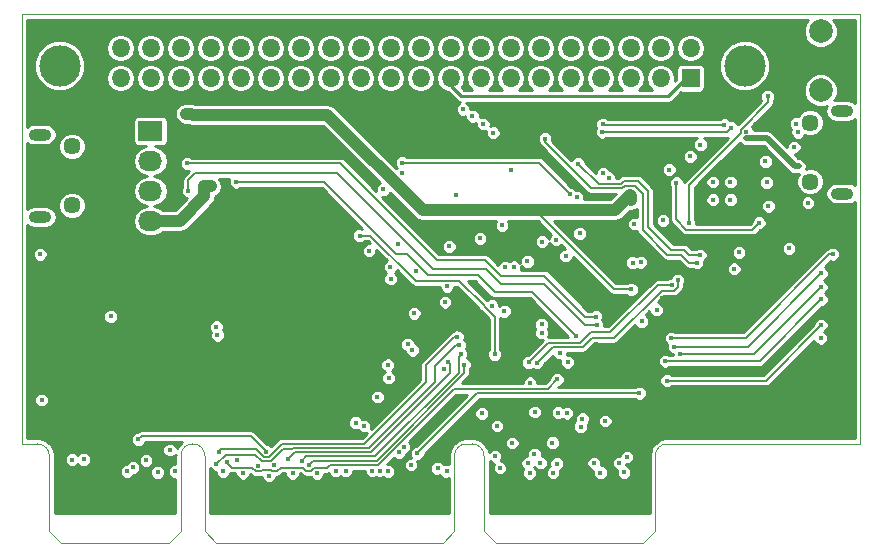
<source format=gbr>
G04 #@! TF.FileFunction,Copper,L3,Inr,Mixed*
%FSLAX46Y46*%
G04 Gerber Fmt 4.6, Leading zero omitted, Abs format (unit mm)*
G04 Created by KiCad (PCBNEW 4.0.7) date 09/09/17 19:36:50*
%MOMM*%
%LPD*%
G01*
G04 APERTURE LIST*
%ADD10C,0.100000*%
%ADD11R,2.032000X1.727200*%
%ADD12O,2.032000X1.727200*%
%ADD13C,2.000000*%
%ADD14O,1.900000X1.000000*%
%ADD15C,1.450000*%
%ADD16O,1.550000X1.550000*%
%ADD17C,3.500000*%
%ADD18R,1.550000X1.550000*%
%ADD19C,0.400000*%
%ADD20C,0.150000*%
%ADD21C,1.000000*%
%ADD22C,0.250000*%
%ADD23C,0.500000*%
G04 APERTURE END LIST*
D10*
X86767232Y-135759051D02*
X86767232Y-135359051D01*
X97917232Y-135359051D02*
X97917232Y-135759051D01*
X96917232Y-136759051D02*
X87767232Y-136759051D01*
X96917232Y-136759051D02*
X97917232Y-135759051D01*
X86767232Y-135759051D02*
X87767232Y-136759051D01*
X155417232Y-91959051D02*
X155417232Y-128359051D01*
X84417232Y-128359051D02*
X84417232Y-91959051D01*
X84417232Y-91959051D02*
X155417232Y-91959051D01*
X121067232Y-129359051D02*
X121067232Y-135359051D01*
X121067232Y-129359051D02*
G75*
G02X122067232Y-128359051I1000000J0D01*
G01*
X122567232Y-128359051D02*
X122067232Y-128359051D01*
X122567232Y-128359051D02*
G75*
G02X123567232Y-129359051I0J-1000000D01*
G01*
X123567232Y-135359051D02*
X123567232Y-129359051D01*
X138067232Y-129359051D02*
X138067232Y-135359051D01*
X138067232Y-129359051D02*
G75*
G02X139067232Y-128359051I1000000J0D01*
G01*
X155417232Y-128359051D02*
X139067232Y-128359051D01*
X85767232Y-128359051D02*
X84417232Y-128359051D01*
X85767232Y-128359051D02*
G75*
G02X86767232Y-129359051I0J-1000000D01*
G01*
X86767232Y-135359051D02*
X86767232Y-129359051D01*
X97917232Y-129359051D02*
X97917232Y-135359051D01*
X97917232Y-129359051D02*
G75*
G02X99917232Y-129359051I1000000J0D01*
G01*
X99917232Y-135359051D02*
X99917232Y-129359051D01*
X137067232Y-136759051D02*
X124567232Y-136759051D01*
X137067232Y-136759051D02*
X138067232Y-135759051D01*
X138067232Y-135359051D02*
X138067232Y-135759051D01*
X123567232Y-135759051D02*
X123567232Y-135359051D01*
X123567232Y-135759051D02*
X124567232Y-136759051D01*
X120067232Y-136759051D02*
X100917232Y-136759051D01*
X120067232Y-136759051D02*
X121067232Y-135759051D01*
X121067232Y-135359051D02*
X121067232Y-135759051D01*
X99917232Y-135759051D02*
X99917232Y-135359051D01*
X99917232Y-135759051D02*
X100917232Y-136759051D01*
D11*
X95331200Y-101854000D03*
D12*
X95331200Y-104394000D03*
X95331200Y-106934000D03*
X95331200Y-109474000D03*
D13*
X152074080Y-93411040D03*
X152074080Y-98411040D03*
D14*
X85984000Y-109164000D03*
D15*
X88684000Y-108164000D03*
X88684000Y-103164000D03*
D14*
X85984000Y-102164000D03*
X153874940Y-100157400D03*
D15*
X151174940Y-101157400D03*
X151174940Y-106157400D03*
D14*
X153874940Y-107157400D03*
D16*
X92801440Y-94861380D03*
X92801440Y-97401380D03*
D17*
X87631440Y-96331380D03*
D18*
X141061440Y-97401380D03*
D16*
X141061440Y-94861380D03*
X138521440Y-97401380D03*
X138521440Y-94861380D03*
X135981440Y-97401380D03*
X135981440Y-94861380D03*
X133441440Y-97401380D03*
X133441440Y-94861380D03*
X130901440Y-97401380D03*
X130901440Y-94861380D03*
X128361440Y-97401380D03*
X128361440Y-94861380D03*
X125821440Y-97401380D03*
X125821440Y-94861380D03*
X123281440Y-97401380D03*
X123281440Y-94861380D03*
X120741440Y-97401380D03*
X120741440Y-94861380D03*
X118201440Y-97401380D03*
X118201440Y-94861380D03*
X115661440Y-97401380D03*
X115661440Y-94861380D03*
X113121440Y-97401380D03*
X113121440Y-94861380D03*
X110581440Y-97401380D03*
X110581440Y-94861380D03*
D17*
X145631440Y-96331380D03*
D16*
X108041440Y-97401380D03*
X105501440Y-97401380D03*
X102961440Y-97401380D03*
X100421440Y-97401380D03*
X97881440Y-97401380D03*
X95341440Y-97401380D03*
X108041440Y-94861380D03*
X105501440Y-94861380D03*
X102961440Y-94861380D03*
X100421440Y-94861380D03*
X97881440Y-94861380D03*
X95341440Y-94861380D03*
D19*
X116323377Y-111417116D03*
X120624600Y-111633000D03*
X124460000Y-120770000D03*
X113030002Y-110715010D03*
X98526598Y-106934002D03*
X133096000Y-118287800D03*
X133045200Y-117576600D03*
X98437700Y-104609900D03*
X131394196Y-119253000D03*
X102590600Y-106197400D03*
X139457371Y-114897263D03*
X127349075Y-121456993D03*
X139960000Y-114470000D03*
X128060002Y-121500000D03*
X147497000Y-106222800D03*
X136040000Y-115270000D03*
X98900000Y-100500000D03*
X98300000Y-100399994D03*
X99600000Y-100500000D03*
X135940800Y-107302300D03*
X135991600Y-107734100D03*
X120430000Y-115010000D03*
X127460000Y-123183588D03*
X136310000Y-109730322D03*
X115670000Y-114370000D03*
X120173968Y-122002788D03*
X105370298Y-131063560D03*
X109425600Y-130845065D03*
X107364597Y-130835010D03*
X114095322Y-130615010D03*
X85990000Y-112300000D03*
X149400000Y-111800000D03*
X141883768Y-103012002D03*
X139246521Y-105134990D03*
X147398663Y-104439410D03*
X86110000Y-124630000D03*
X145160000Y-112150000D03*
X152080000Y-119410000D03*
X150000000Y-101240000D03*
X150140000Y-101970000D03*
X138176000Y-117005100D03*
X100482400Y-106553004D03*
X99898200Y-106553000D03*
X135420100Y-130771900D03*
X133426202Y-130784600D03*
X127431800Y-130835402D03*
X129413000Y-130797300D03*
X136906000Y-117983000D03*
X121183400Y-107289600D03*
X125095000Y-109855000D03*
X125882400Y-105206800D03*
X115486220Y-122783600D03*
X93853000Y-130352800D03*
X89662000Y-129667000D03*
X88696800Y-129692400D03*
X100990400Y-119151400D03*
X100914200Y-118440200D03*
X93345000Y-130683000D03*
X97409000Y-130683000D03*
X101473000Y-130683000D03*
X115443000Y-130683000D03*
X120396000Y-130683000D03*
X147649400Y-108229400D03*
X141020000Y-104013000D03*
X144753800Y-113538000D03*
X144437000Y-107684000D03*
X142937000Y-107684000D03*
X144437000Y-106184000D03*
X142937000Y-106184000D03*
X133618051Y-101279797D03*
X143917564Y-101339569D03*
X133570000Y-101960000D03*
X144500000Y-101570000D03*
X146866917Y-109631317D03*
X139851600Y-106248200D03*
X141870000Y-112370000D03*
X131520000Y-104630000D03*
X128740000Y-102510000D03*
X141590000Y-113020000D03*
X151000000Y-107940000D03*
X149833800Y-103225600D03*
X138680000Y-115980000D03*
X140450000Y-100320000D03*
X125552200Y-110490000D03*
X127510000Y-126390000D03*
X114500463Y-123439988D03*
X148150000Y-105179016D03*
X151812385Y-108612385D03*
X152170000Y-117210000D03*
X116636800Y-114300000D03*
X121920000Y-109816900D03*
X133057900Y-119926100D03*
X91287600Y-113106200D03*
X91440000Y-129971800D03*
X90601800Y-129616200D03*
X92329000Y-129971800D03*
X93294200Y-129743200D03*
X87198200Y-123113800D03*
X138730196Y-109438429D03*
X147574000Y-98933000D03*
X140893800Y-109626400D03*
X116630000Y-104540000D03*
X130860000Y-107210000D03*
X113826875Y-112007655D03*
X91960700Y-117563900D03*
X123220000Y-110965010D03*
X139050000Y-122990000D03*
X152120600Y-118287800D03*
X139411052Y-119380792D03*
X153085000Y-112293400D03*
X139650000Y-120110000D03*
X152120600Y-113919000D03*
X140180000Y-120780000D03*
X152120600Y-115062000D03*
X138890000Y-121350000D03*
X152120600Y-116128800D03*
X131419604Y-107467400D03*
X131673600Y-110540800D03*
X150200000Y-104840000D03*
X145790000Y-101950000D03*
X145770000Y-102480000D03*
X96960000Y-128870000D03*
X105130000Y-129000000D03*
X94310000Y-127980000D03*
X94956883Y-129754883D03*
X95935800Y-130759200D03*
X121476698Y-119994759D03*
X100914200Y-130073400D03*
X121316057Y-119295623D03*
X101090000Y-129020000D03*
X105827085Y-130172276D03*
X101770000Y-129910000D03*
X129760000Y-122900000D03*
X103151073Y-130835010D03*
X104471182Y-130204395D03*
X102618139Y-129747042D03*
X120500000Y-121420000D03*
X107000000Y-129645010D03*
X121611315Y-120785740D03*
X108119470Y-129795032D03*
X121890000Y-121640000D03*
X108718913Y-130145043D03*
X116380881Y-129079917D03*
X111007207Y-130615010D03*
X117500400Y-120421400D03*
X116779928Y-128631838D03*
X117094000Y-119938800D03*
X113412799Y-126844979D03*
X111850274Y-130615010D03*
X112699800Y-126565010D03*
X130480000Y-112450000D03*
X114550000Y-124390000D03*
X129971800Y-120650000D03*
X114784997Y-130615010D03*
X115417600Y-121666000D03*
X128470000Y-111220000D03*
X129354620Y-128254990D03*
X136731841Y-124060605D03*
X117912956Y-129163291D03*
X115650000Y-113370000D03*
X117380000Y-130140000D03*
X117779800Y-113741200D03*
X117652796Y-117297200D03*
X120269083Y-116357317D03*
X119634000Y-130429000D03*
X124667375Y-126847375D03*
X124489977Y-129393110D03*
X123380000Y-125770000D03*
X125300000Y-117120000D03*
X124250000Y-116660000D03*
X124917200Y-130403600D03*
X126085600Y-113360200D03*
X127241300Y-112905010D03*
X127279400Y-129984500D03*
X128447800Y-118948200D03*
X128350000Y-129980000D03*
X128447800Y-118237000D03*
X130581400Y-125755400D03*
X129730500Y-130022600D03*
X129837220Y-125704600D03*
X130640000Y-121440000D03*
X127840000Y-129210000D03*
X127863600Y-125653800D03*
X131750000Y-126890000D03*
X131894990Y-126238000D03*
X132867400Y-129984500D03*
X136144000Y-113004600D03*
X136833617Y-112975383D03*
X134990000Y-129970000D03*
X125950000Y-128290000D03*
X125374400Y-113408610D03*
X135680000Y-129470000D03*
X133830000Y-126420000D03*
X129680000Y-111090000D03*
X134130000Y-105824990D03*
X115050000Y-106800000D03*
X133650000Y-105450000D03*
X116620000Y-105400000D03*
X121793000Y-100025200D03*
X122593100Y-100609400D03*
X123494800Y-101269800D03*
X124345700Y-102006400D03*
D20*
X124460000Y-120770000D02*
X124460000Y-117610000D01*
X124460000Y-117610000D02*
X123640000Y-116790000D01*
X121450000Y-114530000D02*
X117770000Y-114530000D01*
X123640000Y-116790000D02*
X123640000Y-116720000D01*
X123640000Y-116720000D02*
X121450000Y-114530000D01*
X117770000Y-114530000D02*
X113955010Y-110715010D01*
X113955010Y-110715010D02*
X113030002Y-110715010D01*
X133096000Y-118287800D02*
X132092700Y-118287800D01*
X99070800Y-105450000D02*
X98526598Y-105994202D01*
X132092700Y-118287800D02*
X128654900Y-114850000D01*
X128654900Y-114850000D02*
X125048100Y-114850000D01*
X125048100Y-114850000D02*
X123758100Y-113560000D01*
X119250000Y-113560000D02*
X111140000Y-105450000D01*
X123758100Y-113560000D02*
X119250000Y-113560000D01*
X98526598Y-105994202D02*
X98526598Y-106934002D01*
X111140000Y-105450000D02*
X99070800Y-105450000D01*
X133045200Y-117576600D02*
X132156200Y-117576600D01*
X132156200Y-117576600D02*
X128689600Y-114110000D01*
X128689600Y-114110000D02*
X125015222Y-114110000D01*
X111417100Y-104609900D02*
X98437700Y-104609900D01*
X125015222Y-114110000D02*
X123689211Y-112783989D01*
X123689211Y-112783989D02*
X119591189Y-112783989D01*
X119591189Y-112783989D02*
X111417100Y-104609900D01*
X102590600Y-106197400D02*
X110040402Y-106197400D01*
X110040402Y-106197400D02*
X116111002Y-112268000D01*
X116111002Y-112268000D02*
X117030500Y-112268000D01*
X117030500Y-112268000D02*
X118852500Y-114090000D01*
X118852500Y-114090000D02*
X123030800Y-114090000D01*
X124470800Y-115530000D02*
X127671196Y-115530000D01*
X123030800Y-114090000D02*
X124470800Y-115530000D01*
X127671196Y-115530000D02*
X131194197Y-119053001D01*
X131194197Y-119053001D02*
X131394196Y-119253000D01*
X127349075Y-121456993D02*
X129019668Y-119786400D01*
X139174529Y-114897263D02*
X139457371Y-114897263D01*
X134277058Y-118910100D02*
X138289895Y-114897263D01*
X132600700Y-118910100D02*
X134277058Y-118910100D01*
X131724400Y-119786400D02*
X132600700Y-118910100D01*
X129019668Y-119786400D02*
X131724400Y-119786400D01*
X138289895Y-114897263D02*
X139174529Y-114897263D01*
X132702300Y-119392700D02*
X134594300Y-119392700D01*
X131958598Y-120136402D02*
X132702300Y-119392700D01*
X134594300Y-119392700D02*
X138614736Y-115372264D01*
X129423600Y-120136402D02*
X131958598Y-120136402D01*
X139960000Y-114752842D02*
X139960000Y-114470000D01*
X128060002Y-121500000D02*
X129423600Y-120136402D01*
X139655913Y-115372264D02*
X139960000Y-115068177D01*
X139960000Y-115068177D02*
X139960000Y-114752842D01*
X138614736Y-115372264D02*
X139655913Y-115372264D01*
X127889000Y-108585000D02*
X134574000Y-115270000D01*
X135757158Y-115270000D02*
X136040000Y-115270000D01*
X134574000Y-115270000D02*
X135757158Y-115270000D01*
D21*
X98799994Y-100399994D02*
X98900000Y-100500000D01*
X98300000Y-100399994D02*
X98799994Y-100399994D01*
X99600000Y-100500000D02*
X98900000Y-100500000D01*
X110279000Y-100500000D02*
X99600000Y-100500000D01*
X118364000Y-108585000D02*
X110279000Y-100500000D01*
X127889000Y-108585000D02*
X118364000Y-108585000D01*
X135991600Y-107734100D02*
X135991600Y-107353100D01*
X135991600Y-107353100D02*
X135940800Y-107302300D01*
X127889000Y-108585000D02*
X134658100Y-108585000D01*
X134658100Y-108585000D02*
X135940800Y-107302300D01*
D20*
X127952500Y-108648500D02*
X127889000Y-108585000D01*
D21*
X95331200Y-109474000D02*
X97815400Y-109474000D01*
X99898200Y-107391200D02*
X99898200Y-106553000D01*
X97815400Y-109474000D02*
X99898200Y-107391200D01*
X100482396Y-106553000D02*
X100482400Y-106553004D01*
X99898200Y-106553000D02*
X100482396Y-106553000D01*
D20*
X133677823Y-101339569D02*
X133618051Y-101279797D01*
X143917564Y-101339569D02*
X133677823Y-101339569D01*
X144500000Y-101570000D02*
X144110000Y-101960000D01*
X144110000Y-101960000D02*
X133852842Y-101960000D01*
X133852842Y-101960000D02*
X133570000Y-101960000D01*
X139851600Y-109350704D02*
X140711496Y-110210600D01*
X146287634Y-110210600D02*
X146866917Y-109631317D01*
X140711496Y-110210600D02*
X146287634Y-110210600D01*
X139851600Y-106248200D02*
X139851600Y-109350704D01*
X131520000Y-104630000D02*
X131550000Y-104630000D01*
X137460000Y-109950000D02*
X139410000Y-111900000D01*
X131550000Y-104630000D02*
X133290000Y-106370000D01*
X133290000Y-106370000D02*
X135140000Y-106370000D01*
X135140000Y-106370000D02*
X135440000Y-106070000D01*
X135440000Y-106070000D02*
X136590000Y-106070000D01*
X140460000Y-111900000D02*
X140930000Y-112370000D01*
X136590000Y-106070000D02*
X137460000Y-106940000D01*
X137460000Y-106940000D02*
X137460000Y-109950000D01*
X139410000Y-111900000D02*
X140460000Y-111900000D01*
X140930000Y-112370000D02*
X141870000Y-112370000D01*
X141590000Y-113020000D02*
X140940000Y-113020000D01*
X140940000Y-113020000D02*
X140250000Y-112330000D01*
X140250000Y-112330000D02*
X139100000Y-112330000D01*
X139100000Y-112330000D02*
X137000000Y-110230000D01*
X137000000Y-110230000D02*
X137000000Y-107160000D01*
X136354979Y-106514979D02*
X135490011Y-106514979D01*
X137000000Y-107160000D02*
X136354979Y-106514979D01*
X135490011Y-106514979D02*
X135284979Y-106720011D01*
X135284979Y-106720011D02*
X132667169Y-106720011D01*
X132667169Y-106720011D02*
X128740000Y-102792842D01*
X128740000Y-102792842D02*
X128740000Y-102510000D01*
D22*
X150865383Y-108612385D02*
X148150000Y-105897002D01*
X148150000Y-105897002D02*
X148150000Y-105179016D01*
X151812385Y-108612385D02*
X150865383Y-108612385D01*
D20*
X145288000Y-101752400D02*
X145288000Y-102072000D01*
X140900000Y-106460000D02*
X140900000Y-107460400D01*
X145288000Y-102072000D02*
X140900000Y-106460000D01*
X147574000Y-98933000D02*
X147599000Y-98958000D01*
X147599000Y-98958000D02*
X147599000Y-99441400D01*
X147599000Y-99441400D02*
X145288000Y-101752400D01*
X140900000Y-107460400D02*
X140893800Y-107466600D01*
X140893800Y-107466600D02*
X140893800Y-109626400D01*
X128190000Y-104540000D02*
X116630000Y-104540000D01*
X130860000Y-107210000D02*
X128190000Y-104540000D01*
X139332842Y-122990000D02*
X139050000Y-122990000D01*
X147418400Y-122990000D02*
X139332842Y-122990000D01*
X152120600Y-118287800D02*
X147418400Y-122990000D01*
X145710548Y-119385010D02*
X139698112Y-119385010D01*
X139698112Y-119385010D02*
X139693894Y-119380792D01*
X139693894Y-119380792D02*
X139411052Y-119380792D01*
X153085000Y-112293400D02*
X152802158Y-112293400D01*
X152802158Y-112293400D02*
X145710548Y-119385010D01*
X139932842Y-120110000D02*
X139650000Y-120110000D01*
X152120600Y-113919000D02*
X145929600Y-120110000D01*
X145929600Y-120110000D02*
X139932842Y-120110000D01*
X140462842Y-120780000D02*
X140180000Y-120780000D01*
X146402600Y-120780000D02*
X140462842Y-120780000D01*
X152120600Y-115062000D02*
X146402600Y-120780000D01*
X139172842Y-121350000D02*
X138890000Y-121350000D01*
X146899400Y-121350000D02*
X139172842Y-121350000D01*
X152120600Y-116128800D02*
X146899400Y-121350000D01*
D23*
X150200000Y-104840000D02*
X149910000Y-104840000D01*
X147550000Y-102480000D02*
X145770000Y-102480000D01*
X149910000Y-104840000D02*
X147550000Y-102480000D01*
D20*
X94310000Y-127980000D02*
X94580000Y-127710000D01*
X94580000Y-127710000D02*
X103840000Y-127710000D01*
X103840000Y-127710000D02*
X104930001Y-128800001D01*
X104930001Y-128800001D02*
X105130000Y-129000000D01*
X119417200Y-123147810D02*
X119417200Y-121771415D01*
X104204047Y-129272041D02*
X104757019Y-129825013D01*
X107334980Y-128760010D02*
X107374979Y-128720011D01*
X121193856Y-119994759D02*
X121476698Y-119994759D01*
X119417200Y-121771415D02*
X121193856Y-119994759D01*
X106567983Y-128760011D02*
X107334980Y-128760010D01*
X105502982Y-129825012D02*
X106567983Y-128760011D01*
X100914200Y-130073400D02*
X101715559Y-129272041D01*
X107374979Y-128720011D02*
X113844999Y-128720011D01*
X101715559Y-129272041D02*
X104204047Y-129272041D01*
X113844999Y-128720011D02*
X119417200Y-123147810D01*
X104757019Y-129825013D02*
X105502982Y-129825012D01*
X105358002Y-129475002D02*
X106503004Y-128330000D01*
X118650000Y-121678838D02*
X121033215Y-119295623D01*
X101289999Y-128820001D02*
X104246997Y-128820001D01*
X101090000Y-129020000D02*
X101289999Y-128820001D01*
X113450000Y-128330000D02*
X118650000Y-123130000D01*
X104901998Y-129475002D02*
X105358002Y-129475002D01*
X104246997Y-128820001D02*
X104901998Y-129475002D01*
X121033215Y-119295623D02*
X121316057Y-119295623D01*
X118650000Y-123130000D02*
X118650000Y-121678838D01*
X106503004Y-128330000D02*
X113450000Y-128330000D01*
X106055086Y-130647277D02*
X105599084Y-130647277D01*
X103932468Y-130360000D02*
X102220000Y-130360000D01*
X105511829Y-130560022D02*
X104818557Y-130560022D01*
X105599084Y-130647277D02*
X105511829Y-130560022D01*
X129760000Y-122900000D02*
X128950000Y-123710000D01*
X108503956Y-130620045D02*
X108243911Y-130360000D01*
X108946915Y-130620045D02*
X108503956Y-130620045D01*
X101969999Y-130109999D02*
X101770000Y-129910000D01*
X109196905Y-130370055D02*
X108946915Y-130620045D01*
X110299945Y-130370055D02*
X109196905Y-130370055D01*
X110549945Y-130120055D02*
X110299945Y-130370055D01*
X121030000Y-123710000D02*
X114619945Y-130120055D01*
X128950000Y-123710000D02*
X121030000Y-123710000D01*
X104699183Y-130679396D02*
X104251864Y-130679396D01*
X114619945Y-130120055D02*
X110549945Y-130120055D01*
X104251864Y-130679396D02*
X103932468Y-130360000D01*
X106342363Y-130360000D02*
X106055086Y-130647277D01*
X104818557Y-130560022D02*
X104699183Y-130679396D01*
X108243911Y-130360000D02*
X106342363Y-130360000D01*
X102220000Y-130360000D02*
X101969999Y-130109999D01*
X120699999Y-121619999D02*
X120500000Y-121420000D01*
X120699999Y-122360001D02*
X120699999Y-121619999D01*
X113989979Y-129070021D02*
X120699999Y-122360001D01*
X107000000Y-129645010D02*
X107574988Y-129070022D01*
X107574988Y-129070022D02*
X113989979Y-129070021D01*
X121411316Y-122333694D02*
X121411316Y-120985739D01*
X108494469Y-129420033D02*
X114324977Y-129420033D01*
X121411316Y-120985739D02*
X121611315Y-120785740D01*
X108119470Y-129795032D02*
X108494469Y-129420033D01*
X114324977Y-129420033D02*
X121411316Y-122333694D01*
X121890000Y-121922842D02*
X121890000Y-121640000D01*
X114469956Y-129770044D02*
X121890000Y-122350000D01*
X121890000Y-122350000D02*
X121890000Y-121922842D01*
X108718913Y-130145043D02*
X109093912Y-129770044D01*
X109093912Y-129770044D02*
X114469956Y-129770044D01*
X117912956Y-129163291D02*
X123015642Y-124060605D01*
X123015642Y-124060605D02*
X136448999Y-124060605D01*
X136448999Y-124060605D02*
X136731841Y-124060605D01*
D22*
X140926820Y-94861380D02*
X141061440Y-94861380D01*
X141061440Y-97401380D02*
X140678620Y-97401380D01*
X140678620Y-97401380D02*
X139170000Y-98910000D01*
X121630000Y-98910000D02*
X120741440Y-98021440D01*
X139170000Y-98910000D02*
X121630000Y-98910000D01*
X120741440Y-98021440D02*
X120741440Y-97401380D01*
X120741440Y-97401380D02*
X120888620Y-97401380D01*
G36*
X150866729Y-92602789D02*
X150649328Y-93126347D01*
X150648834Y-93693246D01*
X150865320Y-94217183D01*
X151265829Y-94618391D01*
X151789387Y-94835792D01*
X152356286Y-94836286D01*
X152880223Y-94619800D01*
X153281431Y-94219291D01*
X153498832Y-93695733D01*
X153499326Y-93128834D01*
X153282840Y-92604897D01*
X153112292Y-92434051D01*
X154942232Y-92434051D01*
X154942232Y-99460750D01*
X154705860Y-99302811D01*
X154351878Y-99232400D01*
X153398002Y-99232400D01*
X153236024Y-99264619D01*
X153281431Y-99219291D01*
X153498832Y-98695733D01*
X153499326Y-98128834D01*
X153282840Y-97604897D01*
X152882331Y-97203689D01*
X152358773Y-96986288D01*
X151791874Y-96985794D01*
X151267937Y-97202280D01*
X150866729Y-97602789D01*
X150649328Y-98126347D01*
X150648834Y-98693246D01*
X150865320Y-99217183D01*
X151265829Y-99618391D01*
X151789387Y-99835792D01*
X152356286Y-99836286D01*
X152584442Y-99742014D01*
X152543413Y-99803418D01*
X152473002Y-100157400D01*
X152543413Y-100511382D01*
X152743928Y-100811474D01*
X153044020Y-101011989D01*
X153398002Y-101082400D01*
X154351878Y-101082400D01*
X154705860Y-101011989D01*
X154942232Y-100854050D01*
X154942232Y-106460750D01*
X154705860Y-106302811D01*
X154351878Y-106232400D01*
X153398002Y-106232400D01*
X153044020Y-106302811D01*
X152743928Y-106503326D01*
X152543413Y-106803418D01*
X152473002Y-107157400D01*
X152543413Y-107511382D01*
X152743928Y-107811474D01*
X153044020Y-108011989D01*
X153398002Y-108082400D01*
X154351878Y-108082400D01*
X154705860Y-108011989D01*
X154942232Y-107854050D01*
X154942232Y-127884051D01*
X139067232Y-127884051D01*
X139021347Y-127893178D01*
X138974564Y-127893178D01*
X138591882Y-127969298D01*
X138591881Y-127969298D01*
X138420653Y-128040223D01*
X138096229Y-128256996D01*
X137965177Y-128388048D01*
X137965177Y-128388049D01*
X137748404Y-128712472D01*
X137677480Y-128883699D01*
X137677479Y-128883701D01*
X137601359Y-129266384D01*
X137601359Y-129313166D01*
X137592232Y-129359051D01*
X137592232Y-134241000D01*
X124042232Y-134241000D01*
X124042232Y-129829238D01*
X124135481Y-129922650D01*
X124365111Y-130018001D01*
X124418770Y-130018048D01*
X124387660Y-130049104D01*
X124292309Y-130278734D01*
X124292092Y-130527375D01*
X124387042Y-130757171D01*
X124562704Y-130933140D01*
X124792334Y-131028491D01*
X125040975Y-131028708D01*
X125270771Y-130933758D01*
X125446740Y-130758096D01*
X125542091Y-130528466D01*
X125542308Y-130279825D01*
X125471425Y-130108275D01*
X126654292Y-130108275D01*
X126749242Y-130338071D01*
X126899195Y-130488286D01*
X126806909Y-130710536D01*
X126806692Y-130959177D01*
X126901642Y-131188973D01*
X127077304Y-131364942D01*
X127306934Y-131460293D01*
X127555575Y-131460510D01*
X127785371Y-131365560D01*
X127961340Y-131189898D01*
X128056691Y-130960268D01*
X128056725Y-130921075D01*
X128787892Y-130921075D01*
X128882842Y-131150871D01*
X129058504Y-131326840D01*
X129288134Y-131422191D01*
X129536775Y-131422408D01*
X129766571Y-131327458D01*
X129942540Y-131151796D01*
X130037891Y-130922166D01*
X130038108Y-130673525D01*
X130002188Y-130586592D01*
X130084071Y-130552758D01*
X130260040Y-130377096D01*
X130355391Y-130147466D01*
X130355425Y-130108275D01*
X132242292Y-130108275D01*
X132337242Y-130338071D01*
X132512904Y-130514040D01*
X132742534Y-130609391D01*
X132822186Y-130609461D01*
X132801311Y-130659734D01*
X132801094Y-130908375D01*
X132896044Y-131138171D01*
X133071706Y-131314140D01*
X133301336Y-131409491D01*
X133549977Y-131409708D01*
X133779773Y-131314758D01*
X133955742Y-131139096D01*
X134051093Y-130909466D01*
X134051310Y-130660825D01*
X133956360Y-130431029D01*
X133780698Y-130255060D01*
X133551068Y-130159709D01*
X133471416Y-130159639D01*
X133492291Y-130109366D01*
X133492304Y-130093775D01*
X134364892Y-130093775D01*
X134459842Y-130323571D01*
X134635504Y-130499540D01*
X134823960Y-130577794D01*
X134795209Y-130647034D01*
X134794992Y-130895675D01*
X134889942Y-131125471D01*
X135065604Y-131301440D01*
X135295234Y-131396791D01*
X135543875Y-131397008D01*
X135773671Y-131302058D01*
X135949640Y-131126396D01*
X136044991Y-130896766D01*
X136045208Y-130648125D01*
X135950258Y-130418329D01*
X135774596Y-130242360D01*
X135586140Y-130164106D01*
X135614859Y-130094943D01*
X135803775Y-130095108D01*
X136033571Y-130000158D01*
X136209540Y-129824496D01*
X136304891Y-129594866D01*
X136305108Y-129346225D01*
X136210158Y-129116429D01*
X136034496Y-128940460D01*
X135804866Y-128845109D01*
X135556225Y-128844892D01*
X135326429Y-128939842D01*
X135150460Y-129115504D01*
X135055141Y-129345057D01*
X134866225Y-129344892D01*
X134636429Y-129439842D01*
X134460460Y-129615504D01*
X134365109Y-129845134D01*
X134364892Y-130093775D01*
X133492304Y-130093775D01*
X133492508Y-129860725D01*
X133397558Y-129630929D01*
X133221896Y-129454960D01*
X132992266Y-129359609D01*
X132743625Y-129359392D01*
X132513829Y-129454342D01*
X132337860Y-129630004D01*
X132242509Y-129859634D01*
X132242292Y-130108275D01*
X130355425Y-130108275D01*
X130355608Y-129898825D01*
X130260658Y-129669029D01*
X130084996Y-129493060D01*
X129855366Y-129397709D01*
X129606725Y-129397492D01*
X129376929Y-129492442D01*
X129200960Y-129668104D01*
X129105609Y-129897734D01*
X129105392Y-130146375D01*
X129141312Y-130233308D01*
X129059429Y-130267142D01*
X128883460Y-130442804D01*
X128788109Y-130672434D01*
X128787892Y-130921075D01*
X128056725Y-130921075D01*
X128056908Y-130711627D01*
X127961958Y-130481831D01*
X127812005Y-130331616D01*
X127815528Y-130323130D01*
X127819842Y-130333571D01*
X127995504Y-130509540D01*
X128225134Y-130604891D01*
X128473775Y-130605108D01*
X128703571Y-130510158D01*
X128879540Y-130334496D01*
X128974891Y-130104866D01*
X128975108Y-129856225D01*
X128880158Y-129626429D01*
X128704496Y-129450460D01*
X128474866Y-129355109D01*
X128456492Y-129355093D01*
X128464891Y-129334866D01*
X128465108Y-129086225D01*
X128370158Y-128856429D01*
X128194496Y-128680460D01*
X127964866Y-128585109D01*
X127716225Y-128584892D01*
X127486429Y-128679842D01*
X127310460Y-128855504D01*
X127215109Y-129085134D01*
X127214892Y-129333775D01*
X127225502Y-129359453D01*
X127155625Y-129359392D01*
X126925829Y-129454342D01*
X126749860Y-129630004D01*
X126654509Y-129859634D01*
X126654292Y-130108275D01*
X125471425Y-130108275D01*
X125447358Y-130050029D01*
X125271696Y-129874060D01*
X125042066Y-129778709D01*
X124988407Y-129778662D01*
X125019517Y-129747606D01*
X125114868Y-129517976D01*
X125115085Y-129269335D01*
X125020135Y-129039539D01*
X124844473Y-128863570D01*
X124614843Y-128768219D01*
X124366202Y-128768002D01*
X124136406Y-128862952D01*
X123983266Y-129015825D01*
X123956985Y-128883701D01*
X123956985Y-128883699D01*
X123886060Y-128712472D01*
X123686478Y-128413775D01*
X125324892Y-128413775D01*
X125419842Y-128643571D01*
X125595504Y-128819540D01*
X125825134Y-128914891D01*
X126073775Y-128915108D01*
X126303571Y-128820158D01*
X126479540Y-128644496D01*
X126574891Y-128414866D01*
X126574922Y-128378765D01*
X128729512Y-128378765D01*
X128824462Y-128608561D01*
X129000124Y-128784530D01*
X129229754Y-128879881D01*
X129478395Y-128880098D01*
X129708191Y-128785148D01*
X129884160Y-128609486D01*
X129979511Y-128379856D01*
X129979728Y-128131215D01*
X129884778Y-127901419D01*
X129709116Y-127725450D01*
X129479486Y-127630099D01*
X129230845Y-127629882D01*
X129001049Y-127724832D01*
X128825080Y-127900494D01*
X128729729Y-128130124D01*
X128729512Y-128378765D01*
X126574922Y-128378765D01*
X126575108Y-128166225D01*
X126480158Y-127936429D01*
X126304496Y-127760460D01*
X126074866Y-127665109D01*
X125826225Y-127664892D01*
X125596429Y-127759842D01*
X125420460Y-127935504D01*
X125325109Y-128165134D01*
X125324892Y-128413775D01*
X123686478Y-128413775D01*
X123669287Y-128388048D01*
X123538235Y-128256996D01*
X123538232Y-128256995D01*
X123213811Y-128040223D01*
X123042583Y-127969298D01*
X123042582Y-127969298D01*
X122659899Y-127893178D01*
X122613117Y-127893178D01*
X122567232Y-127884051D01*
X122067232Y-127884051D01*
X122021347Y-127893178D01*
X121974564Y-127893178D01*
X121591882Y-127969298D01*
X121591881Y-127969298D01*
X121420653Y-128040223D01*
X121096229Y-128256996D01*
X120965177Y-128388048D01*
X120965177Y-128388049D01*
X120748404Y-128712472D01*
X120677480Y-128883699D01*
X120677479Y-128883701D01*
X120601359Y-129266384D01*
X120601359Y-129313166D01*
X120592232Y-129359051D01*
X120592232Y-130087743D01*
X120520866Y-130058109D01*
X120272225Y-130057892D01*
X120173728Y-130098590D01*
X120164158Y-130075429D01*
X119988496Y-129899460D01*
X119758866Y-129804109D01*
X119510225Y-129803892D01*
X119280429Y-129898842D01*
X119104460Y-130074504D01*
X119009109Y-130304134D01*
X119008892Y-130552775D01*
X119103842Y-130782571D01*
X119279504Y-130958540D01*
X119509134Y-131053891D01*
X119757775Y-131054108D01*
X119856272Y-131013410D01*
X119865842Y-131036571D01*
X120041504Y-131212540D01*
X120271134Y-131307891D01*
X120519775Y-131308108D01*
X120592232Y-131278169D01*
X120592232Y-134241000D01*
X100392232Y-134241000D01*
X100392232Y-130435175D01*
X100559704Y-130602940D01*
X100789334Y-130698291D01*
X100847987Y-130698342D01*
X100847892Y-130806775D01*
X100942842Y-131036571D01*
X101118504Y-131212540D01*
X101348134Y-131307891D01*
X101596775Y-131308108D01*
X101826571Y-131213158D01*
X102002540Y-131037496D01*
X102087211Y-130833587D01*
X102220000Y-130860000D01*
X102526051Y-130860000D01*
X102525965Y-130958785D01*
X102620915Y-131188581D01*
X102796577Y-131364550D01*
X103026207Y-131459901D01*
X103274848Y-131460118D01*
X103504644Y-131365168D01*
X103680613Y-131189506D01*
X103775964Y-130959876D01*
X103776007Y-130910646D01*
X103898310Y-131032949D01*
X104038163Y-131126396D01*
X104060522Y-131141336D01*
X104251864Y-131179396D01*
X104699183Y-131179396D01*
X104745205Y-131170242D01*
X104745190Y-131187335D01*
X104840140Y-131417131D01*
X105015802Y-131593100D01*
X105245432Y-131688451D01*
X105494073Y-131688668D01*
X105723869Y-131593718D01*
X105899838Y-131418056D01*
X105995189Y-131188426D01*
X105995225Y-131147277D01*
X106055086Y-131147277D01*
X106246428Y-131109217D01*
X106408639Y-131000830D01*
X106549469Y-130860000D01*
X106739575Y-130860000D01*
X106739489Y-130958785D01*
X106834439Y-131188581D01*
X107010101Y-131364550D01*
X107239731Y-131459901D01*
X107488372Y-131460118D01*
X107718168Y-131365168D01*
X107894137Y-131189506D01*
X107989488Y-130959876D01*
X107989575Y-130860000D01*
X108036804Y-130860000D01*
X108150402Y-130973598D01*
X108279744Y-131060022D01*
X108312614Y-131081985D01*
X108503956Y-131120045D01*
X108862969Y-131120045D01*
X108895442Y-131198636D01*
X109071104Y-131374605D01*
X109300734Y-131469956D01*
X109549375Y-131470173D01*
X109779171Y-131375223D01*
X109955140Y-131199561D01*
X110050491Y-130969931D01*
X110050578Y-130870055D01*
X110299945Y-130870055D01*
X110425980Y-130844985D01*
X110477049Y-130968581D01*
X110652711Y-131144550D01*
X110882341Y-131239901D01*
X111130982Y-131240118D01*
X111360778Y-131145168D01*
X111428705Y-131077360D01*
X111495778Y-131144550D01*
X111725408Y-131239901D01*
X111974049Y-131240118D01*
X112203845Y-131145168D01*
X112379814Y-130969506D01*
X112475165Y-130739876D01*
X112475270Y-130620055D01*
X113470318Y-130620055D01*
X113470214Y-130738785D01*
X113565164Y-130968581D01*
X113740826Y-131144550D01*
X113970456Y-131239901D01*
X114219097Y-131240118D01*
X114440420Y-131148669D01*
X114660131Y-131239901D01*
X114908772Y-131240118D01*
X115055509Y-131179487D01*
X115088504Y-131212540D01*
X115318134Y-131307891D01*
X115566775Y-131308108D01*
X115796571Y-131213158D01*
X115972540Y-131037496D01*
X116067891Y-130807866D01*
X116068108Y-130559225D01*
X115973158Y-130329429D01*
X115797496Y-130153460D01*
X115567866Y-130058109D01*
X115389153Y-130057953D01*
X115932099Y-129515007D01*
X116026385Y-129609457D01*
X116256015Y-129704808D01*
X116504656Y-129705025D01*
X116734452Y-129610075D01*
X116910421Y-129434413D01*
X117000765Y-129216841D01*
X117133499Y-129161996D01*
X117309468Y-128986334D01*
X117404819Y-128756704D01*
X117405036Y-128508063D01*
X117310086Y-128278267D01*
X117239524Y-128207582D01*
X121237107Y-124210000D01*
X122159140Y-124210000D01*
X117830922Y-128538219D01*
X117789181Y-128538183D01*
X117559385Y-128633133D01*
X117383416Y-128808795D01*
X117288065Y-129038425D01*
X117287848Y-129287066D01*
X117382029Y-129515002D01*
X117256225Y-129514892D01*
X117026429Y-129609842D01*
X116850460Y-129785504D01*
X116755109Y-130015134D01*
X116754892Y-130263775D01*
X116849842Y-130493571D01*
X117025504Y-130669540D01*
X117255134Y-130764891D01*
X117503775Y-130765108D01*
X117733571Y-130670158D01*
X117909540Y-130494496D01*
X118004891Y-130264866D01*
X118005108Y-130016225D01*
X117910927Y-129788289D01*
X118036731Y-129788399D01*
X118266527Y-129693449D01*
X118442496Y-129517787D01*
X118537847Y-129288157D01*
X118537884Y-129245469D01*
X120812203Y-126971150D01*
X124042267Y-126971150D01*
X124137217Y-127200946D01*
X124312879Y-127376915D01*
X124542509Y-127472266D01*
X124791150Y-127472483D01*
X125020946Y-127377533D01*
X125196915Y-127201871D01*
X125275019Y-127013775D01*
X131124892Y-127013775D01*
X131219842Y-127243571D01*
X131395504Y-127419540D01*
X131625134Y-127514891D01*
X131873775Y-127515108D01*
X132103571Y-127420158D01*
X132279540Y-127244496D01*
X132374891Y-127014866D01*
X132375108Y-126766225D01*
X132338719Y-126678157D01*
X132424530Y-126592496D01*
X132444760Y-126543775D01*
X133204892Y-126543775D01*
X133299842Y-126773571D01*
X133475504Y-126949540D01*
X133705134Y-127044891D01*
X133953775Y-127045108D01*
X134183571Y-126950158D01*
X134359540Y-126774496D01*
X134454891Y-126544866D01*
X134455108Y-126296225D01*
X134360158Y-126066429D01*
X134184496Y-125890460D01*
X133954866Y-125795109D01*
X133706225Y-125794892D01*
X133476429Y-125889842D01*
X133300460Y-126065504D01*
X133205109Y-126295134D01*
X133204892Y-126543775D01*
X132444760Y-126543775D01*
X132519881Y-126362866D01*
X132520098Y-126114225D01*
X132425148Y-125884429D01*
X132249486Y-125708460D01*
X132019856Y-125613109D01*
X131771215Y-125612892D01*
X131541419Y-125707842D01*
X131365450Y-125883504D01*
X131270099Y-126113134D01*
X131269882Y-126361775D01*
X131306271Y-126449843D01*
X131220460Y-126535504D01*
X131125109Y-126765134D01*
X131124892Y-127013775D01*
X125275019Y-127013775D01*
X125292266Y-126972241D01*
X125292483Y-126723600D01*
X125197533Y-126493804D01*
X125021871Y-126317835D01*
X124792241Y-126222484D01*
X124543600Y-126222267D01*
X124313804Y-126317217D01*
X124137835Y-126492879D01*
X124042484Y-126722509D01*
X124042267Y-126971150D01*
X120812203Y-126971150D01*
X121889578Y-125893775D01*
X122754892Y-125893775D01*
X122849842Y-126123571D01*
X123025504Y-126299540D01*
X123255134Y-126394891D01*
X123503775Y-126395108D01*
X123733571Y-126300158D01*
X123909540Y-126124496D01*
X124004891Y-125894866D01*
X124004993Y-125777575D01*
X127238492Y-125777575D01*
X127333442Y-126007371D01*
X127509104Y-126183340D01*
X127738734Y-126278691D01*
X127987375Y-126278908D01*
X128217171Y-126183958D01*
X128393140Y-126008296D01*
X128467849Y-125828375D01*
X129212112Y-125828375D01*
X129307062Y-126058171D01*
X129482724Y-126234140D01*
X129712354Y-126329491D01*
X129960995Y-126329708D01*
X130180892Y-126238848D01*
X130226904Y-126284940D01*
X130456534Y-126380291D01*
X130705175Y-126380508D01*
X130934971Y-126285558D01*
X131110940Y-126109896D01*
X131206291Y-125880266D01*
X131206508Y-125631625D01*
X131111558Y-125401829D01*
X130935896Y-125225860D01*
X130706266Y-125130509D01*
X130457625Y-125130292D01*
X130237728Y-125221152D01*
X130191716Y-125175060D01*
X129962086Y-125079709D01*
X129713445Y-125079492D01*
X129483649Y-125174442D01*
X129307680Y-125350104D01*
X129212329Y-125579734D01*
X129212112Y-125828375D01*
X128467849Y-125828375D01*
X128488491Y-125778666D01*
X128488708Y-125530025D01*
X128393758Y-125300229D01*
X128218096Y-125124260D01*
X127988466Y-125028909D01*
X127739825Y-125028692D01*
X127510029Y-125123642D01*
X127334060Y-125299304D01*
X127238709Y-125528934D01*
X127238492Y-125777575D01*
X124004993Y-125777575D01*
X124005108Y-125646225D01*
X123910158Y-125416429D01*
X123734496Y-125240460D01*
X123504866Y-125145109D01*
X123256225Y-125144892D01*
X123026429Y-125239842D01*
X122850460Y-125415504D01*
X122755109Y-125645134D01*
X122754892Y-125893775D01*
X121889578Y-125893775D01*
X123222749Y-124560605D01*
X136347857Y-124560605D01*
X136377345Y-124590145D01*
X136606975Y-124685496D01*
X136855616Y-124685713D01*
X137085412Y-124590763D01*
X137261381Y-124415101D01*
X137356732Y-124185471D01*
X137356949Y-123936830D01*
X137261999Y-123707034D01*
X137086337Y-123531065D01*
X136856707Y-123435714D01*
X136608066Y-123435497D01*
X136378270Y-123530447D01*
X136348059Y-123560605D01*
X129806501Y-123560605D01*
X129842034Y-123525072D01*
X129883775Y-123525108D01*
X130113571Y-123430158D01*
X130289540Y-123254496D01*
X130347972Y-123113775D01*
X138424892Y-123113775D01*
X138519842Y-123343571D01*
X138695504Y-123519540D01*
X138925134Y-123614891D01*
X139173775Y-123615108D01*
X139403571Y-123520158D01*
X139433782Y-123490000D01*
X147418400Y-123490000D01*
X147609742Y-123451940D01*
X147771953Y-123343553D01*
X151491977Y-119623529D01*
X151549842Y-119763571D01*
X151725504Y-119939540D01*
X151955134Y-120034891D01*
X152203775Y-120035108D01*
X152433571Y-119940158D01*
X152609540Y-119764496D01*
X152704891Y-119534866D01*
X152705108Y-119286225D01*
X152610158Y-119056429D01*
X152434496Y-118880460D01*
X152378838Y-118857349D01*
X152474171Y-118817958D01*
X152650140Y-118642296D01*
X152745491Y-118412666D01*
X152745708Y-118164025D01*
X152650758Y-117934229D01*
X152475096Y-117758260D01*
X152245466Y-117662909D01*
X151996825Y-117662692D01*
X151767029Y-117757642D01*
X151591060Y-117933304D01*
X151495709Y-118162934D01*
X151495672Y-118205622D01*
X147211294Y-122490000D01*
X139433984Y-122490000D01*
X139404496Y-122460460D01*
X139174866Y-122365109D01*
X138926225Y-122364892D01*
X138696429Y-122459842D01*
X138520460Y-122635504D01*
X138425109Y-122865134D01*
X138424892Y-123113775D01*
X130347972Y-123113775D01*
X130384891Y-123024866D01*
X130385108Y-122776225D01*
X130290158Y-122546429D01*
X130114496Y-122370460D01*
X129884866Y-122275109D01*
X129636225Y-122274892D01*
X129406429Y-122369842D01*
X129230460Y-122545504D01*
X129135109Y-122775134D01*
X129135072Y-122817822D01*
X128742894Y-123210000D01*
X128084977Y-123210000D01*
X128085108Y-123059813D01*
X127990158Y-122830017D01*
X127814496Y-122654048D01*
X127584866Y-122558697D01*
X127336225Y-122558480D01*
X127106429Y-122653430D01*
X126930460Y-122829092D01*
X126835109Y-123058722D01*
X126834977Y-123210000D01*
X121737106Y-123210000D01*
X122243553Y-122703553D01*
X122351940Y-122541342D01*
X122390000Y-122350000D01*
X122390000Y-122023984D01*
X122419540Y-121994496D01*
X122514891Y-121764866D01*
X122515108Y-121516225D01*
X122420158Y-121286429D01*
X122244496Y-121110460D01*
X122166643Y-121078132D01*
X122236206Y-120910606D01*
X122236423Y-120661965D01*
X122141473Y-120432169D01*
X122021651Y-120312137D01*
X122101589Y-120119625D01*
X122101806Y-119870984D01*
X122006856Y-119641188D01*
X121895589Y-119529726D01*
X121940948Y-119420489D01*
X121941165Y-119171848D01*
X121846215Y-118942052D01*
X121670553Y-118766083D01*
X121440923Y-118670732D01*
X121192282Y-118670515D01*
X120962486Y-118765465D01*
X120907157Y-118820697D01*
X120841873Y-118833683D01*
X120679662Y-118942070D01*
X118296447Y-121325285D01*
X118188060Y-121487496D01*
X118150000Y-121678838D01*
X118150000Y-122922893D01*
X113991279Y-127081615D01*
X114037690Y-126969845D01*
X114037907Y-126721204D01*
X113942957Y-126491408D01*
X113767295Y-126315439D01*
X113537665Y-126220088D01*
X113289024Y-126219871D01*
X113241548Y-126239488D01*
X113229958Y-126211439D01*
X113054296Y-126035470D01*
X112824666Y-125940119D01*
X112576025Y-125939902D01*
X112346229Y-126034852D01*
X112170260Y-126210514D01*
X112074909Y-126440144D01*
X112074692Y-126688785D01*
X112169642Y-126918581D01*
X112345304Y-127094550D01*
X112574934Y-127189901D01*
X112823575Y-127190118D01*
X112871051Y-127170501D01*
X112882641Y-127198550D01*
X113058303Y-127374519D01*
X113287933Y-127469870D01*
X113536574Y-127470087D01*
X113649444Y-127423450D01*
X113242894Y-127830000D01*
X106503004Y-127830000D01*
X106311662Y-127868060D01*
X106149450Y-127976447D01*
X105569892Y-128556005D01*
X105484496Y-128470460D01*
X105254866Y-128375109D01*
X105212179Y-128375072D01*
X104193553Y-127356447D01*
X104031342Y-127248060D01*
X104008774Y-127243571D01*
X103840000Y-127210000D01*
X94580000Y-127210000D01*
X94388658Y-127248060D01*
X94323686Y-127291474D01*
X94228717Y-127354929D01*
X94186225Y-127354892D01*
X93956429Y-127449842D01*
X93780460Y-127625504D01*
X93685109Y-127855134D01*
X93684892Y-128103775D01*
X93779842Y-128333571D01*
X93955504Y-128509540D01*
X94185134Y-128604891D01*
X94433775Y-128605108D01*
X94663571Y-128510158D01*
X94839540Y-128334496D01*
X94891235Y-128210000D01*
X98016564Y-128210000D01*
X97946229Y-128256996D01*
X97815177Y-128388048D01*
X97815177Y-128388049D01*
X97598404Y-128712472D01*
X97584766Y-128745397D01*
X97490158Y-128516429D01*
X97314496Y-128340460D01*
X97084866Y-128245109D01*
X96836225Y-128244892D01*
X96606429Y-128339842D01*
X96430460Y-128515504D01*
X96335109Y-128745134D01*
X96334892Y-128993775D01*
X96429842Y-129223571D01*
X96605504Y-129399540D01*
X96835134Y-129494891D01*
X97083775Y-129495108D01*
X97313571Y-129400158D01*
X97452296Y-129261675D01*
X97451359Y-129266384D01*
X97451359Y-129313166D01*
X97442232Y-129359051D01*
X97442232Y-130058029D01*
X97285225Y-130057892D01*
X97055429Y-130152842D01*
X96879460Y-130328504D01*
X96784109Y-130558134D01*
X96783892Y-130806775D01*
X96878842Y-131036571D01*
X97054504Y-131212540D01*
X97284134Y-131307891D01*
X97442232Y-131308029D01*
X97442232Y-134241000D01*
X87242232Y-134241000D01*
X87242232Y-130806775D01*
X92719892Y-130806775D01*
X92814842Y-131036571D01*
X92990504Y-131212540D01*
X93220134Y-131307891D01*
X93468775Y-131308108D01*
X93698571Y-131213158D01*
X93874540Y-131037496D01*
X93899311Y-130977840D01*
X93976775Y-130977908D01*
X94206529Y-130882975D01*
X95310692Y-130882975D01*
X95405642Y-131112771D01*
X95581304Y-131288740D01*
X95810934Y-131384091D01*
X96059575Y-131384308D01*
X96289371Y-131289358D01*
X96465340Y-131113696D01*
X96560691Y-130884066D01*
X96560908Y-130635425D01*
X96465958Y-130405629D01*
X96290296Y-130229660D01*
X96060666Y-130134309D01*
X95812025Y-130134092D01*
X95582229Y-130229042D01*
X95406260Y-130404704D01*
X95310909Y-130634334D01*
X95310692Y-130882975D01*
X94206529Y-130882975D01*
X94206571Y-130882958D01*
X94382540Y-130707296D01*
X94477891Y-130477666D01*
X94478108Y-130229025D01*
X94429393Y-130111127D01*
X94602387Y-130284423D01*
X94832017Y-130379774D01*
X95080658Y-130379991D01*
X95310454Y-130285041D01*
X95486423Y-130109379D01*
X95581774Y-129879749D01*
X95581991Y-129631108D01*
X95487041Y-129401312D01*
X95311379Y-129225343D01*
X95081749Y-129129992D01*
X94833108Y-129129775D01*
X94603312Y-129224725D01*
X94427343Y-129400387D01*
X94331992Y-129630017D01*
X94331775Y-129878658D01*
X94380490Y-129996556D01*
X94207496Y-129823260D01*
X93977866Y-129727909D01*
X93729225Y-129727692D01*
X93499429Y-129822642D01*
X93323460Y-129998304D01*
X93298689Y-130057960D01*
X93221225Y-130057892D01*
X92991429Y-130152842D01*
X92815460Y-130328504D01*
X92720109Y-130558134D01*
X92719892Y-130806775D01*
X87242232Y-130806775D01*
X87242232Y-129816175D01*
X88071692Y-129816175D01*
X88166642Y-130045971D01*
X88342304Y-130221940D01*
X88571934Y-130317291D01*
X88820575Y-130317508D01*
X89050371Y-130222558D01*
X89192171Y-130081005D01*
X89307504Y-130196540D01*
X89537134Y-130291891D01*
X89785775Y-130292108D01*
X90015571Y-130197158D01*
X90191540Y-130021496D01*
X90286891Y-129791866D01*
X90287108Y-129543225D01*
X90192158Y-129313429D01*
X90016496Y-129137460D01*
X89786866Y-129042109D01*
X89538225Y-129041892D01*
X89308429Y-129136842D01*
X89166629Y-129278395D01*
X89051296Y-129162860D01*
X88821666Y-129067509D01*
X88573025Y-129067292D01*
X88343229Y-129162242D01*
X88167260Y-129337904D01*
X88071909Y-129567534D01*
X88071692Y-129816175D01*
X87242232Y-129816175D01*
X87242232Y-129359051D01*
X87233105Y-129313166D01*
X87233105Y-129266383D01*
X87156985Y-128883701D01*
X87156985Y-128883699D01*
X87086060Y-128712472D01*
X86869287Y-128388048D01*
X86738235Y-128256996D01*
X86738232Y-128256995D01*
X86413811Y-128040223D01*
X86242583Y-127969298D01*
X86242582Y-127969298D01*
X85859899Y-127893178D01*
X85813117Y-127893178D01*
X85767232Y-127884051D01*
X84892232Y-127884051D01*
X84892232Y-124753775D01*
X85484892Y-124753775D01*
X85579842Y-124983571D01*
X85755504Y-125159540D01*
X85985134Y-125254891D01*
X86233775Y-125255108D01*
X86463571Y-125160158D01*
X86639540Y-124984496D01*
X86734891Y-124754866D01*
X86735101Y-124513775D01*
X113924892Y-124513775D01*
X114019842Y-124743571D01*
X114195504Y-124919540D01*
X114425134Y-125014891D01*
X114673775Y-125015108D01*
X114903571Y-124920158D01*
X115079540Y-124744496D01*
X115174891Y-124514866D01*
X115175108Y-124266225D01*
X115080158Y-124036429D01*
X114904496Y-123860460D01*
X114674866Y-123765109D01*
X114426225Y-123764892D01*
X114196429Y-123859842D01*
X114020460Y-124035504D01*
X113925109Y-124265134D01*
X113924892Y-124513775D01*
X86735101Y-124513775D01*
X86735108Y-124506225D01*
X86640158Y-124276429D01*
X86464496Y-124100460D01*
X86234866Y-124005109D01*
X85986225Y-124004892D01*
X85756429Y-124099842D01*
X85580460Y-124275504D01*
X85485109Y-124505134D01*
X85484892Y-124753775D01*
X84892232Y-124753775D01*
X84892232Y-121789775D01*
X114792492Y-121789775D01*
X114887442Y-122019571D01*
X115063104Y-122195540D01*
X115167684Y-122238966D01*
X115132649Y-122253442D01*
X114956680Y-122429104D01*
X114861329Y-122658734D01*
X114861112Y-122907375D01*
X114956062Y-123137171D01*
X115131724Y-123313140D01*
X115361354Y-123408491D01*
X115609995Y-123408708D01*
X115839791Y-123313758D01*
X116015760Y-123138096D01*
X116111111Y-122908466D01*
X116111328Y-122659825D01*
X116016378Y-122430029D01*
X115840716Y-122254060D01*
X115736136Y-122210634D01*
X115771171Y-122196158D01*
X115947140Y-122020496D01*
X116042491Y-121790866D01*
X116042708Y-121542225D01*
X115947758Y-121312429D01*
X115772096Y-121136460D01*
X115542466Y-121041109D01*
X115293825Y-121040892D01*
X115064029Y-121135842D01*
X114888060Y-121311504D01*
X114792709Y-121541134D01*
X114792492Y-121789775D01*
X84892232Y-121789775D01*
X84892232Y-120062575D01*
X116468892Y-120062575D01*
X116563842Y-120292371D01*
X116739504Y-120468340D01*
X116875310Y-120524732D01*
X116875292Y-120545175D01*
X116970242Y-120774971D01*
X117145904Y-120950940D01*
X117375534Y-121046291D01*
X117624175Y-121046508D01*
X117853971Y-120951558D01*
X118029940Y-120775896D01*
X118125291Y-120546266D01*
X118125508Y-120297625D01*
X118030558Y-120067829D01*
X117854896Y-119891860D01*
X117719090Y-119835468D01*
X117719108Y-119815025D01*
X117624158Y-119585229D01*
X117448496Y-119409260D01*
X117218866Y-119313909D01*
X116970225Y-119313692D01*
X116740429Y-119408642D01*
X116564460Y-119584304D01*
X116469109Y-119813934D01*
X116468892Y-120062575D01*
X84892232Y-120062575D01*
X84892232Y-118563975D01*
X100289092Y-118563975D01*
X100384042Y-118793771D01*
X100439212Y-118849038D01*
X100365509Y-119026534D01*
X100365292Y-119275175D01*
X100460242Y-119504971D01*
X100635904Y-119680940D01*
X100865534Y-119776291D01*
X101114175Y-119776508D01*
X101343971Y-119681558D01*
X101519940Y-119505896D01*
X101615291Y-119276266D01*
X101615508Y-119027625D01*
X101520558Y-118797829D01*
X101465388Y-118742562D01*
X101539091Y-118565066D01*
X101539308Y-118316425D01*
X101444358Y-118086629D01*
X101268696Y-117910660D01*
X101039066Y-117815309D01*
X100790425Y-117815092D01*
X100560629Y-117910042D01*
X100384660Y-118085704D01*
X100289309Y-118315334D01*
X100289092Y-118563975D01*
X84892232Y-118563975D01*
X84892232Y-117687675D01*
X91335592Y-117687675D01*
X91430542Y-117917471D01*
X91606204Y-118093440D01*
X91835834Y-118188791D01*
X92084475Y-118189008D01*
X92314271Y-118094058D01*
X92490240Y-117918396D01*
X92585591Y-117688766D01*
X92585808Y-117440125D01*
X92577896Y-117420975D01*
X117027688Y-117420975D01*
X117122638Y-117650771D01*
X117298300Y-117826740D01*
X117527930Y-117922091D01*
X117776571Y-117922308D01*
X118006367Y-117827358D01*
X118182336Y-117651696D01*
X118277687Y-117422066D01*
X118277904Y-117173425D01*
X118182954Y-116943629D01*
X118007292Y-116767660D01*
X117777662Y-116672309D01*
X117529021Y-116672092D01*
X117299225Y-116767042D01*
X117123256Y-116942704D01*
X117027905Y-117172334D01*
X117027688Y-117420975D01*
X92577896Y-117420975D01*
X92490858Y-117210329D01*
X92315196Y-117034360D01*
X92085566Y-116939009D01*
X91836925Y-116938792D01*
X91607129Y-117033742D01*
X91431160Y-117209404D01*
X91335809Y-117439034D01*
X91335592Y-117687675D01*
X84892232Y-117687675D01*
X84892232Y-116481092D01*
X119643975Y-116481092D01*
X119738925Y-116710888D01*
X119914587Y-116886857D01*
X120144217Y-116982208D01*
X120392858Y-116982425D01*
X120622654Y-116887475D01*
X120798623Y-116711813D01*
X120893974Y-116482183D01*
X120894191Y-116233542D01*
X120799241Y-116003746D01*
X120623579Y-115827777D01*
X120393949Y-115732426D01*
X120145308Y-115732209D01*
X119915512Y-115827159D01*
X119739543Y-116002821D01*
X119644192Y-116232451D01*
X119643975Y-116481092D01*
X84892232Y-116481092D01*
X84892232Y-112423775D01*
X85364892Y-112423775D01*
X85459842Y-112653571D01*
X85635504Y-112829540D01*
X85865134Y-112924891D01*
X86113775Y-112925108D01*
X86343571Y-112830158D01*
X86519540Y-112654496D01*
X86614891Y-112424866D01*
X86615108Y-112176225D01*
X86520158Y-111946429D01*
X86344496Y-111770460D01*
X86114866Y-111675109D01*
X85866225Y-111674892D01*
X85636429Y-111769842D01*
X85460460Y-111945504D01*
X85365109Y-112175134D01*
X85364892Y-112423775D01*
X84892232Y-112423775D01*
X84892232Y-109844296D01*
X85153080Y-110018589D01*
X85507062Y-110089000D01*
X86460938Y-110089000D01*
X86814920Y-110018589D01*
X87115012Y-109818074D01*
X87315527Y-109517982D01*
X87385938Y-109164000D01*
X87315527Y-108810018D01*
X87115012Y-108509926D01*
X86938144Y-108391746D01*
X87533801Y-108391746D01*
X87708509Y-108814572D01*
X88031727Y-109138354D01*
X88454247Y-109313800D01*
X88911746Y-109314199D01*
X89334572Y-109139491D01*
X89658354Y-108816273D01*
X89833800Y-108393753D01*
X89834199Y-107936254D01*
X89659491Y-107513428D01*
X89336273Y-107189646D01*
X88913753Y-107014200D01*
X88456254Y-107013801D01*
X88033428Y-107188509D01*
X87709646Y-107511727D01*
X87534200Y-107934247D01*
X87533801Y-108391746D01*
X86938144Y-108391746D01*
X86814920Y-108309411D01*
X86460938Y-108239000D01*
X85507062Y-108239000D01*
X85153080Y-108309411D01*
X84892232Y-108483704D01*
X84892232Y-104394000D01*
X93861969Y-104394000D01*
X93960058Y-104887126D01*
X94239391Y-105305178D01*
X94657443Y-105584511D01*
X95057061Y-105664000D01*
X94657443Y-105743489D01*
X94239391Y-106022822D01*
X93960058Y-106440874D01*
X93861969Y-106934000D01*
X93960058Y-107427126D01*
X94239391Y-107845178D01*
X94657443Y-108124511D01*
X95057061Y-108204000D01*
X94657443Y-108283489D01*
X94239391Y-108562822D01*
X93960058Y-108980874D01*
X93861969Y-109474000D01*
X93960058Y-109967126D01*
X94239391Y-110385178D01*
X94657443Y-110664511D01*
X95150569Y-110762600D01*
X95511831Y-110762600D01*
X96004957Y-110664511D01*
X96402323Y-110399000D01*
X97815400Y-110399000D01*
X98169383Y-110328589D01*
X98469474Y-110128074D01*
X100552274Y-108045274D01*
X100752789Y-107745183D01*
X100819262Y-107410999D01*
X100836383Y-107407593D01*
X101136474Y-107207078D01*
X101336989Y-106906987D01*
X101407401Y-106553004D01*
X101336989Y-106199022D01*
X101170598Y-105950000D01*
X102016590Y-105950000D01*
X101965709Y-106072534D01*
X101965492Y-106321175D01*
X102060442Y-106550971D01*
X102236104Y-106726940D01*
X102465734Y-106822291D01*
X102714375Y-106822508D01*
X102944171Y-106727558D01*
X102974382Y-106697400D01*
X109833296Y-106697400D01*
X113276536Y-110140640D01*
X113154868Y-110090119D01*
X112906227Y-110089902D01*
X112676431Y-110184852D01*
X112500462Y-110360514D01*
X112405111Y-110590144D01*
X112404894Y-110838785D01*
X112499844Y-111068581D01*
X112675506Y-111244550D01*
X112905136Y-111339901D01*
X113153777Y-111340118D01*
X113383573Y-111245168D01*
X113413784Y-111215010D01*
X113747904Y-111215010D01*
X113915626Y-111382732D01*
X113703100Y-111382547D01*
X113473304Y-111477497D01*
X113297335Y-111653159D01*
X113201984Y-111882789D01*
X113201767Y-112131430D01*
X113296717Y-112361226D01*
X113472379Y-112537195D01*
X113702009Y-112632546D01*
X113950650Y-112632763D01*
X114180446Y-112537813D01*
X114356415Y-112362151D01*
X114451766Y-112132521D01*
X114451952Y-111919059D01*
X115350425Y-112817531D01*
X115296429Y-112839842D01*
X115120460Y-113015504D01*
X115025109Y-113245134D01*
X115024892Y-113493775D01*
X115119842Y-113723571D01*
X115276099Y-113880101D01*
X115140460Y-114015504D01*
X115045109Y-114245134D01*
X115044892Y-114493775D01*
X115139842Y-114723571D01*
X115315504Y-114899540D01*
X115545134Y-114994891D01*
X115793775Y-114995108D01*
X116023571Y-114900158D01*
X116199540Y-114724496D01*
X116294891Y-114494866D01*
X116295108Y-114246225D01*
X116200158Y-114016429D01*
X116043901Y-113859899D01*
X116179540Y-113724496D01*
X116202381Y-113669488D01*
X117416447Y-114883554D01*
X117507187Y-114944184D01*
X117578658Y-114991940D01*
X117770000Y-115030000D01*
X119804983Y-115030000D01*
X119804892Y-115133775D01*
X119899842Y-115363571D01*
X120075504Y-115539540D01*
X120305134Y-115634891D01*
X120553775Y-115635108D01*
X120783571Y-115540158D01*
X120959540Y-115364496D01*
X121054891Y-115134866D01*
X121054983Y-115030000D01*
X121242894Y-115030000D01*
X123174044Y-116961151D01*
X123178060Y-116981342D01*
X123286447Y-117143553D01*
X123960000Y-117817106D01*
X123960000Y-120386016D01*
X123930460Y-120415504D01*
X123835109Y-120645134D01*
X123834892Y-120893775D01*
X123929842Y-121123571D01*
X124105504Y-121299540D01*
X124335134Y-121394891D01*
X124583775Y-121395108D01*
X124813571Y-121300158D01*
X124989540Y-121124496D01*
X125084891Y-120894866D01*
X125085108Y-120646225D01*
X124990158Y-120416429D01*
X124960000Y-120386218D01*
X124960000Y-117655559D01*
X125175134Y-117744891D01*
X125423775Y-117745108D01*
X125653571Y-117650158D01*
X125829540Y-117474496D01*
X125924891Y-117244866D01*
X125925108Y-116996225D01*
X125830158Y-116766429D01*
X125654496Y-116590460D01*
X125424866Y-116495109D01*
X125176225Y-116494892D01*
X124946429Y-116589842D01*
X124874999Y-116661147D01*
X124875108Y-116536225D01*
X124780158Y-116306429D01*
X124604496Y-116130460D01*
X124374866Y-116035109D01*
X124126225Y-116034892D01*
X123896429Y-116129842D01*
X123826628Y-116199521D01*
X122217106Y-114590000D01*
X122823694Y-114590000D01*
X124117247Y-115883554D01*
X124214486Y-115948526D01*
X124279458Y-115991940D01*
X124470800Y-116030000D01*
X127464090Y-116030000D01*
X130720489Y-119286400D01*
X129019668Y-119286400D01*
X128980905Y-119294110D01*
X129072691Y-119073066D01*
X129072908Y-118824425D01*
X128977958Y-118594629D01*
X128976083Y-118592751D01*
X128977340Y-118591496D01*
X129072691Y-118361866D01*
X129072908Y-118113225D01*
X128977958Y-117883429D01*
X128802296Y-117707460D01*
X128572666Y-117612109D01*
X128324025Y-117611892D01*
X128094229Y-117706842D01*
X127918260Y-117882504D01*
X127822909Y-118112134D01*
X127822692Y-118360775D01*
X127917642Y-118590571D01*
X127919517Y-118592449D01*
X127918260Y-118593704D01*
X127822909Y-118823334D01*
X127822692Y-119071975D01*
X127917642Y-119301771D01*
X128093304Y-119477740D01*
X128322934Y-119573091D01*
X128525693Y-119573268D01*
X127267040Y-120831921D01*
X127225300Y-120831885D01*
X126995504Y-120926835D01*
X126819535Y-121102497D01*
X126724184Y-121332127D01*
X126723967Y-121580768D01*
X126818917Y-121810564D01*
X126994579Y-121986533D01*
X127224209Y-122081884D01*
X127472850Y-122082101D01*
X127674713Y-121998693D01*
X127705506Y-122029540D01*
X127935136Y-122124891D01*
X128183777Y-122125108D01*
X128413573Y-122030158D01*
X128589542Y-121854496D01*
X128684893Y-121624866D01*
X128684930Y-121582178D01*
X129389567Y-120877541D01*
X129441642Y-121003571D01*
X129617304Y-121179540D01*
X129846934Y-121274891D01*
X130031752Y-121275052D01*
X130015109Y-121315134D01*
X130014892Y-121563775D01*
X130109842Y-121793571D01*
X130285504Y-121969540D01*
X130515134Y-122064891D01*
X130763775Y-122065108D01*
X130993571Y-121970158D01*
X131169540Y-121794496D01*
X131264891Y-121564866D01*
X131264970Y-121473775D01*
X138264892Y-121473775D01*
X138359842Y-121703571D01*
X138535504Y-121879540D01*
X138765134Y-121974891D01*
X139013775Y-121975108D01*
X139243571Y-121880158D01*
X139273782Y-121850000D01*
X146899400Y-121850000D01*
X147090742Y-121811940D01*
X147252953Y-121703553D01*
X152202634Y-116753872D01*
X152244375Y-116753908D01*
X152474171Y-116658958D01*
X152650140Y-116483296D01*
X152745491Y-116253666D01*
X152745708Y-116005025D01*
X152650758Y-115775229D01*
X152475096Y-115599260D01*
X152466062Y-115595509D01*
X152474171Y-115592158D01*
X152650140Y-115416496D01*
X152745491Y-115186866D01*
X152745708Y-114938225D01*
X152650758Y-114708429D01*
X152475096Y-114532460D01*
X152374081Y-114490515D01*
X152474171Y-114449158D01*
X152650140Y-114273496D01*
X152745491Y-114043866D01*
X152745708Y-113795225D01*
X152650758Y-113565429D01*
X152475096Y-113389460D01*
X152431363Y-113371301D01*
X152906602Y-112896062D01*
X152960134Y-112918291D01*
X153208775Y-112918508D01*
X153438571Y-112823558D01*
X153614540Y-112647896D01*
X153709891Y-112418266D01*
X153710108Y-112169625D01*
X153615158Y-111939829D01*
X153439496Y-111763860D01*
X153209866Y-111668509D01*
X152961225Y-111668292D01*
X152731429Y-111763242D01*
X152676100Y-111818474D01*
X152618156Y-111830000D01*
X152610816Y-111831460D01*
X152448605Y-111939847D01*
X145503442Y-118885010D01*
X139799247Y-118885010D01*
X139765548Y-118851252D01*
X139535918Y-118755901D01*
X139287277Y-118755684D01*
X139057481Y-118850634D01*
X138881512Y-119026296D01*
X138786161Y-119255926D01*
X138785944Y-119504567D01*
X138880894Y-119734363D01*
X139056283Y-119910059D01*
X139025109Y-119985134D01*
X139024892Y-120233775D01*
X139119842Y-120463571D01*
X139295504Y-120639540D01*
X139525134Y-120734891D01*
X139555039Y-120734917D01*
X139554939Y-120850000D01*
X139273984Y-120850000D01*
X139244496Y-120820460D01*
X139014866Y-120725109D01*
X138766225Y-120724892D01*
X138536429Y-120819842D01*
X138360460Y-120995504D01*
X138265109Y-121225134D01*
X138264892Y-121473775D01*
X131264970Y-121473775D01*
X131265108Y-121316225D01*
X131170158Y-121086429D01*
X130994496Y-120910460D01*
X130764866Y-120815109D01*
X130580048Y-120814948D01*
X130596691Y-120774866D01*
X130596812Y-120636402D01*
X131958598Y-120636402D01*
X132149940Y-120598342D01*
X132312151Y-120489955D01*
X132909407Y-119892700D01*
X134594300Y-119892700D01*
X134785642Y-119854640D01*
X134947853Y-119746253D01*
X136370489Y-118323617D01*
X136375842Y-118336571D01*
X136551504Y-118512540D01*
X136781134Y-118607891D01*
X137029775Y-118608108D01*
X137259571Y-118513158D01*
X137435540Y-118337496D01*
X137530891Y-118107866D01*
X137531108Y-117859225D01*
X137436158Y-117629429D01*
X137260496Y-117453460D01*
X137246470Y-117447636D01*
X137555084Y-117139022D01*
X137645842Y-117358671D01*
X137821504Y-117534640D01*
X138051134Y-117629991D01*
X138299775Y-117630208D01*
X138529571Y-117535258D01*
X138705540Y-117359596D01*
X138800891Y-117129966D01*
X138801108Y-116881325D01*
X138706158Y-116651529D01*
X138530496Y-116475560D01*
X138310074Y-116384032D01*
X138821842Y-115872264D01*
X139655913Y-115872264D01*
X139847255Y-115834204D01*
X140009466Y-115725817D01*
X140313553Y-115421730D01*
X140421940Y-115259519D01*
X140423484Y-115251759D01*
X140460000Y-115068177D01*
X140460000Y-114853984D01*
X140489540Y-114824496D01*
X140584891Y-114594866D01*
X140585108Y-114346225D01*
X140490158Y-114116429D01*
X140314496Y-113940460D01*
X140084866Y-113845109D01*
X139836225Y-113844892D01*
X139606429Y-113939842D01*
X139430460Y-114115504D01*
X139365401Y-114272183D01*
X139333596Y-114272155D01*
X139103800Y-114367105D01*
X139073589Y-114397263D01*
X138289895Y-114397263D01*
X138098553Y-114435323D01*
X138056303Y-114463554D01*
X137936342Y-114543709D01*
X134069952Y-118410100D01*
X133720893Y-118410100D01*
X133721108Y-118164025D01*
X133626158Y-117934229D01*
X133588926Y-117896932D01*
X133670091Y-117701466D01*
X133670308Y-117452825D01*
X133575358Y-117223029D01*
X133399696Y-117047060D01*
X133170066Y-116951709D01*
X132921425Y-116951492D01*
X132691629Y-117046442D01*
X132661418Y-117076600D01*
X132363307Y-117076600D01*
X129043153Y-113756447D01*
X128880942Y-113648060D01*
X128865010Y-113644891D01*
X128689600Y-113610000D01*
X126658614Y-113610000D01*
X126710491Y-113485066D01*
X126710690Y-113257486D01*
X126711142Y-113258581D01*
X126886804Y-113434550D01*
X127116434Y-113529901D01*
X127365075Y-113530118D01*
X127594871Y-113435168D01*
X127770840Y-113259506D01*
X127866191Y-113029876D01*
X127866408Y-112781235D01*
X127771458Y-112551439D01*
X127595796Y-112375470D01*
X127366166Y-112280119D01*
X127117525Y-112279902D01*
X126887729Y-112374852D01*
X126711760Y-112550514D01*
X126616409Y-112780144D01*
X126616210Y-113007724D01*
X126615758Y-113006629D01*
X126440096Y-112830660D01*
X126210466Y-112735309D01*
X125961825Y-112735092D01*
X125732029Y-112830042D01*
X125696423Y-112865586D01*
X125499266Y-112783719D01*
X125250625Y-112783502D01*
X125020829Y-112878452D01*
X124844860Y-113054114D01*
X124792511Y-113180183D01*
X124042764Y-112430436D01*
X123880553Y-112322049D01*
X123689211Y-112283989D01*
X119798296Y-112283989D01*
X119271082Y-111756775D01*
X119999492Y-111756775D01*
X120094442Y-111986571D01*
X120270104Y-112162540D01*
X120499734Y-112257891D01*
X120748375Y-112258108D01*
X120978171Y-112163158D01*
X121154140Y-111987496D01*
X121249491Y-111757866D01*
X121249708Y-111509225D01*
X121154758Y-111279429D01*
X120979096Y-111103460D01*
X120943755Y-111088785D01*
X122594892Y-111088785D01*
X122689842Y-111318581D01*
X122865504Y-111494550D01*
X123095134Y-111589901D01*
X123343775Y-111590118D01*
X123573571Y-111495168D01*
X123749540Y-111319506D01*
X123844891Y-111089876D01*
X123845108Y-110841235D01*
X123750158Y-110611439D01*
X123574496Y-110435470D01*
X123344866Y-110340119D01*
X123096225Y-110339902D01*
X122866429Y-110434852D01*
X122690460Y-110610514D01*
X122595109Y-110840144D01*
X122594892Y-111088785D01*
X120943755Y-111088785D01*
X120749466Y-111008109D01*
X120500825Y-111007892D01*
X120271029Y-111102842D01*
X120095060Y-111278504D01*
X119999709Y-111508134D01*
X119999492Y-111756775D01*
X119271082Y-111756775D01*
X114939210Y-107424903D01*
X115173775Y-107425108D01*
X115403571Y-107330158D01*
X115579540Y-107154496D01*
X115592980Y-107122128D01*
X117709926Y-109239074D01*
X118010018Y-109439589D01*
X118364000Y-109510001D01*
X118364005Y-109510000D01*
X124561517Y-109510000D01*
X124470109Y-109730134D01*
X124469892Y-109978775D01*
X124564842Y-110208571D01*
X124740504Y-110384540D01*
X124970134Y-110479891D01*
X125218775Y-110480108D01*
X125448571Y-110385158D01*
X125624540Y-110209496D01*
X125719891Y-109979866D01*
X125720108Y-109731225D01*
X125628699Y-109510000D01*
X128106894Y-109510000D01*
X129241508Y-110644615D01*
X129150460Y-110735504D01*
X129055109Y-110965134D01*
X129055079Y-110999348D01*
X129000158Y-110866429D01*
X128824496Y-110690460D01*
X128594866Y-110595109D01*
X128346225Y-110594892D01*
X128116429Y-110689842D01*
X127940460Y-110865504D01*
X127845109Y-111095134D01*
X127844892Y-111343775D01*
X127939842Y-111573571D01*
X128115504Y-111749540D01*
X128345134Y-111844891D01*
X128593775Y-111845108D01*
X128823571Y-111750158D01*
X128999540Y-111574496D01*
X129094891Y-111344866D01*
X129094921Y-111310652D01*
X129149842Y-111443571D01*
X129325504Y-111619540D01*
X129555134Y-111714891D01*
X129803775Y-111715108D01*
X130033571Y-111620158D01*
X130125391Y-111528498D01*
X130421843Y-111824949D01*
X130356225Y-111824892D01*
X130126429Y-111919842D01*
X129950460Y-112095504D01*
X129855109Y-112325134D01*
X129854892Y-112573775D01*
X129949842Y-112803571D01*
X130125504Y-112979540D01*
X130355134Y-113074891D01*
X130603775Y-113075108D01*
X130833571Y-112980158D01*
X131009540Y-112804496D01*
X131104891Y-112574866D01*
X131104949Y-112508056D01*
X134220447Y-115623554D01*
X134315238Y-115686891D01*
X134382658Y-115731940D01*
X134574000Y-115770000D01*
X135656016Y-115770000D01*
X135685504Y-115799540D01*
X135915134Y-115894891D01*
X136163775Y-115895108D01*
X136393571Y-115800158D01*
X136569540Y-115624496D01*
X136664891Y-115394866D01*
X136665108Y-115146225D01*
X136570158Y-114916429D01*
X136394496Y-114740460D01*
X136164866Y-114645109D01*
X135916225Y-114644892D01*
X135686429Y-114739842D01*
X135656218Y-114770000D01*
X134781107Y-114770000D01*
X133672882Y-113661775D01*
X144128692Y-113661775D01*
X144223642Y-113891571D01*
X144399304Y-114067540D01*
X144628934Y-114162891D01*
X144877575Y-114163108D01*
X145107371Y-114068158D01*
X145283340Y-113892496D01*
X145378691Y-113662866D01*
X145378908Y-113414225D01*
X145283958Y-113184429D01*
X145108296Y-113008460D01*
X144878666Y-112913109D01*
X144630025Y-112912892D01*
X144400229Y-113007842D01*
X144224260Y-113183504D01*
X144128909Y-113413134D01*
X144128692Y-113661775D01*
X133672882Y-113661775D01*
X133139482Y-113128375D01*
X135518892Y-113128375D01*
X135613842Y-113358171D01*
X135789504Y-113534140D01*
X136019134Y-113629491D01*
X136267775Y-113629708D01*
X136497571Y-113534758D01*
X136513258Y-113519098D01*
X136708751Y-113600274D01*
X136957392Y-113600491D01*
X137187188Y-113505541D01*
X137363157Y-113329879D01*
X137458508Y-113100249D01*
X137458725Y-112851608D01*
X137363775Y-112621812D01*
X137188113Y-112445843D01*
X136958483Y-112350492D01*
X136709842Y-112350275D01*
X136480046Y-112445225D01*
X136464359Y-112460885D01*
X136268866Y-112379709D01*
X136020225Y-112379492D01*
X135790429Y-112474442D01*
X135614460Y-112650104D01*
X135519109Y-112879734D01*
X135518892Y-113128375D01*
X133139482Y-113128375D01*
X130675682Y-110664575D01*
X131048492Y-110664575D01*
X131143442Y-110894371D01*
X131319104Y-111070340D01*
X131548734Y-111165691D01*
X131797375Y-111165908D01*
X132027171Y-111070958D01*
X132203140Y-110895296D01*
X132298491Y-110665666D01*
X132298708Y-110417025D01*
X132203758Y-110187229D01*
X132028096Y-110011260D01*
X131798466Y-109915909D01*
X131549825Y-109915692D01*
X131320029Y-110010642D01*
X131144060Y-110186304D01*
X131048709Y-110415934D01*
X131048492Y-110664575D01*
X130675682Y-110664575D01*
X129521106Y-109510000D01*
X134658100Y-109510000D01*
X135012083Y-109439589D01*
X135312174Y-109239074D01*
X135908648Y-108642600D01*
X135991600Y-108659100D01*
X136345582Y-108588689D01*
X136500000Y-108485510D01*
X136500000Y-109132477D01*
X136434866Y-109105431D01*
X136186225Y-109105214D01*
X135956429Y-109200164D01*
X135780460Y-109375826D01*
X135685109Y-109605456D01*
X135684892Y-109854097D01*
X135779842Y-110083893D01*
X135955504Y-110259862D01*
X136185134Y-110355213D01*
X136433775Y-110355430D01*
X136518025Y-110320619D01*
X136530740Y-110384540D01*
X136538060Y-110421342D01*
X136646447Y-110583553D01*
X138746446Y-112683553D01*
X138896759Y-112783989D01*
X138908658Y-112791940D01*
X139100000Y-112830000D01*
X140042894Y-112830000D01*
X140586446Y-113373553D01*
X140678659Y-113435168D01*
X140748658Y-113481940D01*
X140940000Y-113520000D01*
X141206016Y-113520000D01*
X141235504Y-113549540D01*
X141465134Y-113644891D01*
X141713775Y-113645108D01*
X141943571Y-113550158D01*
X142119540Y-113374496D01*
X142214891Y-113144866D01*
X142215102Y-112903658D01*
X142223571Y-112900158D01*
X142399540Y-112724496D01*
X142494891Y-112494866D01*
X142495083Y-112273775D01*
X144534892Y-112273775D01*
X144629842Y-112503571D01*
X144805504Y-112679540D01*
X145035134Y-112774891D01*
X145283775Y-112775108D01*
X145513571Y-112680158D01*
X145689540Y-112504496D01*
X145784891Y-112274866D01*
X145785108Y-112026225D01*
X145742777Y-111923775D01*
X148774892Y-111923775D01*
X148869842Y-112153571D01*
X149045504Y-112329540D01*
X149275134Y-112424891D01*
X149523775Y-112425108D01*
X149753571Y-112330158D01*
X149929540Y-112154496D01*
X150024891Y-111924866D01*
X150025108Y-111676225D01*
X149930158Y-111446429D01*
X149754496Y-111270460D01*
X149524866Y-111175109D01*
X149276225Y-111174892D01*
X149046429Y-111269842D01*
X148870460Y-111445504D01*
X148775109Y-111675134D01*
X148774892Y-111923775D01*
X145742777Y-111923775D01*
X145690158Y-111796429D01*
X145514496Y-111620460D01*
X145284866Y-111525109D01*
X145036225Y-111524892D01*
X144806429Y-111619842D01*
X144630460Y-111795504D01*
X144535109Y-112025134D01*
X144534892Y-112273775D01*
X142495083Y-112273775D01*
X142495108Y-112246225D01*
X142400158Y-112016429D01*
X142224496Y-111840460D01*
X141994866Y-111745109D01*
X141746225Y-111744892D01*
X141516429Y-111839842D01*
X141486218Y-111870000D01*
X141137107Y-111870000D01*
X140813553Y-111546447D01*
X140651342Y-111438060D01*
X140460000Y-111400000D01*
X139617107Y-111400000D01*
X137960000Y-109742894D01*
X137960000Y-106940000D01*
X137921940Y-106748658D01*
X137813554Y-106586447D01*
X136943553Y-105716447D01*
X136781342Y-105608060D01*
X136590000Y-105570000D01*
X135440000Y-105570000D01*
X135248658Y-105608060D01*
X135086447Y-105716447D01*
X134932894Y-105870000D01*
X134754961Y-105870000D01*
X134755108Y-105701215D01*
X134660158Y-105471419D01*
X134484496Y-105295450D01*
X134396149Y-105258765D01*
X138621413Y-105258765D01*
X138716363Y-105488561D01*
X138892025Y-105664530D01*
X139121655Y-105759881D01*
X139370296Y-105760098D01*
X139600092Y-105665148D01*
X139776061Y-105489486D01*
X139871412Y-105259856D01*
X139871629Y-105011215D01*
X139776679Y-104781419D01*
X139601017Y-104605450D01*
X139371387Y-104510099D01*
X139122746Y-104509882D01*
X138892950Y-104604832D01*
X138716981Y-104780494D01*
X138621630Y-105010124D01*
X138621413Y-105258765D01*
X134396149Y-105258765D01*
X134254866Y-105200099D01*
X134222982Y-105200071D01*
X134180158Y-105096429D01*
X134004496Y-104920460D01*
X133774866Y-104825109D01*
X133526225Y-104824892D01*
X133296429Y-104919842D01*
X133120460Y-105095504D01*
X133025109Y-105325134D01*
X133025045Y-105397939D01*
X132145098Y-104517992D01*
X132145108Y-104506225D01*
X132050158Y-104276429D01*
X131910748Y-104136775D01*
X140394892Y-104136775D01*
X140489842Y-104366571D01*
X140665504Y-104542540D01*
X140895134Y-104637891D01*
X141143775Y-104638108D01*
X141373571Y-104543158D01*
X141549540Y-104367496D01*
X141644891Y-104137866D01*
X141645108Y-103889225D01*
X141550158Y-103659429D01*
X141374496Y-103483460D01*
X141144866Y-103388109D01*
X140896225Y-103387892D01*
X140666429Y-103482842D01*
X140490460Y-103658504D01*
X140395109Y-103888134D01*
X140394892Y-104136775D01*
X131910748Y-104136775D01*
X131874496Y-104100460D01*
X131644866Y-104005109D01*
X131396225Y-104004892D01*
X131166429Y-104099842D01*
X130990460Y-104275504D01*
X130972653Y-104318388D01*
X129342662Y-102688398D01*
X129364891Y-102634866D01*
X129365108Y-102386225D01*
X129270158Y-102156429D01*
X129197631Y-102083775D01*
X132944892Y-102083775D01*
X133039842Y-102313571D01*
X133215504Y-102489540D01*
X133445134Y-102584891D01*
X133693775Y-102585108D01*
X133923571Y-102490158D01*
X133953782Y-102460000D01*
X141583063Y-102460000D01*
X141530197Y-102481844D01*
X141354228Y-102657506D01*
X141258877Y-102887136D01*
X141258660Y-103135777D01*
X141353610Y-103365573D01*
X141529272Y-103541542D01*
X141758902Y-103636893D01*
X142007543Y-103637110D01*
X142237339Y-103542160D01*
X142413308Y-103366498D01*
X142508659Y-103136868D01*
X142508876Y-102888227D01*
X142413926Y-102658431D01*
X142238264Y-102482462D01*
X142184170Y-102460000D01*
X144110000Y-102460000D01*
X144213477Y-102439417D01*
X140546447Y-106106447D01*
X140476633Y-106210931D01*
X140476708Y-106124425D01*
X140381758Y-105894629D01*
X140206096Y-105718660D01*
X139976466Y-105623309D01*
X139727825Y-105623092D01*
X139498029Y-105718042D01*
X139322060Y-105893704D01*
X139226709Y-106123334D01*
X139226492Y-106371975D01*
X139321442Y-106601771D01*
X139351600Y-106631982D01*
X139351600Y-109305690D01*
X139260354Y-109084858D01*
X139084692Y-108908889D01*
X138855062Y-108813538D01*
X138606421Y-108813321D01*
X138376625Y-108908271D01*
X138200656Y-109083933D01*
X138105305Y-109313563D01*
X138105088Y-109562204D01*
X138200038Y-109792000D01*
X138375700Y-109967969D01*
X138605330Y-110063320D01*
X138853971Y-110063537D01*
X139083767Y-109968587D01*
X139259736Y-109792925D01*
X139355087Y-109563295D01*
X139355256Y-109369087D01*
X139389660Y-109542046D01*
X139498047Y-109704257D01*
X140357943Y-110564154D01*
X140455182Y-110629126D01*
X140520154Y-110672540D01*
X140711496Y-110710600D01*
X146287634Y-110710600D01*
X146478976Y-110672540D01*
X146641187Y-110564153D01*
X146948951Y-110256389D01*
X146990692Y-110256425D01*
X147220488Y-110161475D01*
X147396457Y-109985813D01*
X147491808Y-109756183D01*
X147492025Y-109507542D01*
X147397075Y-109277746D01*
X147221413Y-109101777D01*
X146991783Y-109006426D01*
X146743142Y-109006209D01*
X146513346Y-109101159D01*
X146337377Y-109276821D01*
X146242026Y-109506451D01*
X146241989Y-109549139D01*
X146080528Y-109710600D01*
X141518726Y-109710600D01*
X141518908Y-109502625D01*
X141423958Y-109272829D01*
X141393800Y-109242618D01*
X141393800Y-108353175D01*
X147024292Y-108353175D01*
X147119242Y-108582971D01*
X147294904Y-108758940D01*
X147524534Y-108854291D01*
X147773175Y-108854508D01*
X148002971Y-108759558D01*
X148178940Y-108583896D01*
X148274291Y-108354266D01*
X148274508Y-108105625D01*
X148257216Y-108063775D01*
X150374892Y-108063775D01*
X150469842Y-108293571D01*
X150645504Y-108469540D01*
X150875134Y-108564891D01*
X151123775Y-108565108D01*
X151353571Y-108470158D01*
X151529540Y-108294496D01*
X151624891Y-108064866D01*
X151625108Y-107816225D01*
X151530158Y-107586429D01*
X151354496Y-107410460D01*
X151124866Y-107315109D01*
X150876225Y-107314892D01*
X150646429Y-107409842D01*
X150470460Y-107585504D01*
X150375109Y-107815134D01*
X150374892Y-108063775D01*
X148257216Y-108063775D01*
X148179558Y-107875829D01*
X148003896Y-107699860D01*
X147774266Y-107604509D01*
X147525625Y-107604292D01*
X147295829Y-107699242D01*
X147119860Y-107874904D01*
X147024509Y-108104534D01*
X147024292Y-108353175D01*
X141393800Y-108353175D01*
X141393800Y-107807775D01*
X142311892Y-107807775D01*
X142406842Y-108037571D01*
X142582504Y-108213540D01*
X142812134Y-108308891D01*
X143060775Y-108309108D01*
X143290571Y-108214158D01*
X143466540Y-108038496D01*
X143561891Y-107808866D01*
X143561891Y-107807775D01*
X143811892Y-107807775D01*
X143906842Y-108037571D01*
X144082504Y-108213540D01*
X144312134Y-108308891D01*
X144560775Y-108309108D01*
X144790571Y-108214158D01*
X144966540Y-108038496D01*
X145061891Y-107808866D01*
X145062108Y-107560225D01*
X144967158Y-107330429D01*
X144791496Y-107154460D01*
X144561866Y-107059109D01*
X144313225Y-107058892D01*
X144083429Y-107153842D01*
X143907460Y-107329504D01*
X143812109Y-107559134D01*
X143811892Y-107807775D01*
X143561891Y-107807775D01*
X143562108Y-107560225D01*
X143467158Y-107330429D01*
X143291496Y-107154460D01*
X143061866Y-107059109D01*
X142813225Y-107058892D01*
X142583429Y-107153842D01*
X142407460Y-107329504D01*
X142312109Y-107559134D01*
X142311892Y-107807775D01*
X141393800Y-107807775D01*
X141393800Y-107491570D01*
X141400000Y-107460400D01*
X141400000Y-106667106D01*
X141759331Y-106307775D01*
X142311892Y-106307775D01*
X142406842Y-106537571D01*
X142582504Y-106713540D01*
X142812134Y-106808891D01*
X143060775Y-106809108D01*
X143290571Y-106714158D01*
X143466540Y-106538496D01*
X143561891Y-106308866D01*
X143561891Y-106307775D01*
X143811892Y-106307775D01*
X143906842Y-106537571D01*
X144082504Y-106713540D01*
X144312134Y-106808891D01*
X144560775Y-106809108D01*
X144790571Y-106714158D01*
X144966540Y-106538496D01*
X145046232Y-106346575D01*
X146871892Y-106346575D01*
X146966842Y-106576371D01*
X147142504Y-106752340D01*
X147372134Y-106847691D01*
X147620775Y-106847908D01*
X147850571Y-106752958D01*
X148026540Y-106577296D01*
X148121891Y-106347666D01*
X148122108Y-106099025D01*
X148027158Y-105869229D01*
X147851496Y-105693260D01*
X147621866Y-105597909D01*
X147373225Y-105597692D01*
X147143429Y-105692642D01*
X146967460Y-105868304D01*
X146872109Y-106097934D01*
X146871892Y-106346575D01*
X145046232Y-106346575D01*
X145061891Y-106308866D01*
X145062108Y-106060225D01*
X144967158Y-105830429D01*
X144791496Y-105654460D01*
X144561866Y-105559109D01*
X144313225Y-105558892D01*
X144083429Y-105653842D01*
X143907460Y-105829504D01*
X143812109Y-106059134D01*
X143811892Y-106307775D01*
X143561891Y-106307775D01*
X143562108Y-106060225D01*
X143467158Y-105830429D01*
X143291496Y-105654460D01*
X143061866Y-105559109D01*
X142813225Y-105558892D01*
X142583429Y-105653842D01*
X142407460Y-105829504D01*
X142312109Y-106059134D01*
X142311892Y-106307775D01*
X141759331Y-106307775D01*
X143503921Y-104563185D01*
X146773555Y-104563185D01*
X146868505Y-104792981D01*
X147044167Y-104968950D01*
X147273797Y-105064301D01*
X147522438Y-105064518D01*
X147752234Y-104969568D01*
X147928203Y-104793906D01*
X148023554Y-104564276D01*
X148023771Y-104315635D01*
X147928821Y-104085839D01*
X147753159Y-103909870D01*
X147523529Y-103814519D01*
X147274888Y-103814302D01*
X147045092Y-103909252D01*
X146869123Y-104084914D01*
X146773772Y-104314544D01*
X146773555Y-104563185D01*
X143503921Y-104563185D01*
X145219446Y-102847660D01*
X145292703Y-102957297D01*
X145511689Y-103103619D01*
X145770000Y-103155000D01*
X147270406Y-103155000D01*
X149432703Y-105317297D01*
X149651688Y-105463619D01*
X149910000Y-105515000D01*
X150196486Y-105515000D01*
X150025140Y-105927647D01*
X150024741Y-106385146D01*
X150199449Y-106807972D01*
X150522667Y-107131754D01*
X150945187Y-107307200D01*
X151402686Y-107307599D01*
X151825512Y-107132891D01*
X152149294Y-106809673D01*
X152324740Y-106387153D01*
X152325139Y-105929654D01*
X152150431Y-105506828D01*
X151827213Y-105183046D01*
X151404693Y-105007600D01*
X150947194Y-105007201D01*
X150832299Y-105054675D01*
X150875000Y-104840000D01*
X150823619Y-104581689D01*
X150677297Y-104362703D01*
X150458311Y-104216381D01*
X150200000Y-104165000D01*
X150189594Y-104165000D01*
X149875230Y-103850636D01*
X149957575Y-103850708D01*
X150187371Y-103755758D01*
X150363340Y-103580096D01*
X150458691Y-103350466D01*
X150458908Y-103101825D01*
X150363958Y-102872029D01*
X150188296Y-102696060D01*
X149958666Y-102600709D01*
X149710025Y-102600492D01*
X149480229Y-102695442D01*
X149304260Y-102871104D01*
X149208909Y-103100734D01*
X149208836Y-103184242D01*
X148027297Y-102002703D01*
X147808312Y-101856381D01*
X147550000Y-101805000D01*
X146406338Y-101805000D01*
X146320158Y-101596429D01*
X146235691Y-101511815D01*
X146383731Y-101363775D01*
X149374892Y-101363775D01*
X149469842Y-101593571D01*
X149575583Y-101699497D01*
X149515109Y-101845134D01*
X149514892Y-102093775D01*
X149609842Y-102323571D01*
X149785504Y-102499540D01*
X150015134Y-102594891D01*
X150263775Y-102595108D01*
X150493571Y-102500158D01*
X150669540Y-102324496D01*
X150716204Y-102212118D01*
X150945187Y-102307200D01*
X151402686Y-102307599D01*
X151825512Y-102132891D01*
X152149294Y-101809673D01*
X152324740Y-101387153D01*
X152325139Y-100929654D01*
X152150431Y-100506828D01*
X151827213Y-100183046D01*
X151404693Y-100007600D01*
X150947194Y-100007201D01*
X150524368Y-100181909D01*
X150200586Y-100505127D01*
X150150498Y-100625752D01*
X150124866Y-100615109D01*
X149876225Y-100614892D01*
X149646429Y-100709842D01*
X149470460Y-100885504D01*
X149375109Y-101115134D01*
X149374892Y-101363775D01*
X146383731Y-101363775D01*
X147952554Y-99794953D01*
X148035574Y-99670704D01*
X148060940Y-99632742D01*
X148099000Y-99441400D01*
X148099000Y-99292028D01*
X148103540Y-99287496D01*
X148198891Y-99057866D01*
X148199108Y-98809225D01*
X148104158Y-98579429D01*
X147928496Y-98403460D01*
X147698866Y-98308109D01*
X147450225Y-98307892D01*
X147220429Y-98402842D01*
X147044460Y-98578504D01*
X146949109Y-98808134D01*
X146948892Y-99056775D01*
X147043842Y-99286571D01*
X147045281Y-99288012D01*
X145055510Y-101277784D01*
X145030158Y-101216429D01*
X144854496Y-101040460D01*
X144624866Y-100945109D01*
X144406714Y-100944919D01*
X144272060Y-100810029D01*
X144042430Y-100714678D01*
X143793789Y-100714461D01*
X143563993Y-100809411D01*
X143533782Y-100839569D01*
X134061703Y-100839569D01*
X133972547Y-100750257D01*
X133742917Y-100654906D01*
X133494276Y-100654689D01*
X133264480Y-100749639D01*
X133088511Y-100925301D01*
X132993160Y-101154931D01*
X132992943Y-101403572D01*
X133065890Y-101580118D01*
X133040460Y-101605504D01*
X132945109Y-101835134D01*
X132944892Y-102083775D01*
X129197631Y-102083775D01*
X129094496Y-101980460D01*
X128864866Y-101885109D01*
X128616225Y-101884892D01*
X128386429Y-101979842D01*
X128210460Y-102155504D01*
X128115109Y-102385134D01*
X128114892Y-102633775D01*
X128209842Y-102863571D01*
X128265074Y-102918900D01*
X128268127Y-102934247D01*
X128278060Y-102984184D01*
X128386447Y-103146395D01*
X132313616Y-107073565D01*
X132402404Y-107132891D01*
X132475827Y-107181951D01*
X132667169Y-107220011D01*
X134714941Y-107220011D01*
X134274952Y-107660000D01*
X132016369Y-107660000D01*
X132044495Y-107592266D01*
X132044712Y-107343625D01*
X131949762Y-107113829D01*
X131774100Y-106937860D01*
X131544470Y-106842509D01*
X131376116Y-106842362D01*
X131214496Y-106680460D01*
X130984866Y-106585109D01*
X130942179Y-106585072D01*
X128543553Y-104186447D01*
X128381342Y-104078060D01*
X128190000Y-104040000D01*
X117013984Y-104040000D01*
X116984496Y-104010460D01*
X116754866Y-103915109D01*
X116506225Y-103914892D01*
X116276429Y-104009842D01*
X116100460Y-104185504D01*
X116005109Y-104415134D01*
X116004892Y-104663775D01*
X116099842Y-104893571D01*
X116171126Y-104964979D01*
X116111574Y-105024426D01*
X110933074Y-99845926D01*
X110632983Y-99645411D01*
X110279000Y-99575000D01*
X99198269Y-99575000D01*
X99153977Y-99545405D01*
X98799994Y-99474994D01*
X98300000Y-99474994D01*
X97946018Y-99545405D01*
X97645926Y-99745920D01*
X97445411Y-100046012D01*
X97375000Y-100399994D01*
X97445411Y-100753976D01*
X97645926Y-101054068D01*
X97946018Y-101254583D01*
X98300000Y-101324994D01*
X98501726Y-101324994D01*
X98546018Y-101354589D01*
X98900000Y-101425000D01*
X109895852Y-101425000D01*
X114727752Y-106256900D01*
X114696429Y-106269842D01*
X114520460Y-106445504D01*
X114425109Y-106675134D01*
X114424904Y-106910597D01*
X111770653Y-104256347D01*
X111608442Y-104147960D01*
X111417100Y-104109900D01*
X98821684Y-104109900D01*
X98792196Y-104080360D01*
X98562566Y-103985009D01*
X98313925Y-103984792D01*
X98084129Y-104079742D01*
X97908160Y-104255404D01*
X97812809Y-104485034D01*
X97812592Y-104733675D01*
X97907542Y-104963471D01*
X98083204Y-105139440D01*
X98312834Y-105234791D01*
X98561475Y-105235008D01*
X98590805Y-105222889D01*
X98173045Y-105640649D01*
X98064658Y-105802860D01*
X98026598Y-105994202D01*
X98026598Y-106550018D01*
X97997058Y-106579506D01*
X97901707Y-106809136D01*
X97901490Y-107057777D01*
X97996440Y-107287573D01*
X98172102Y-107463542D01*
X98401732Y-107558893D01*
X98422341Y-107558911D01*
X97432252Y-108549000D01*
X96402323Y-108549000D01*
X96004957Y-108283489D01*
X95605339Y-108204000D01*
X96004957Y-108124511D01*
X96423009Y-107845178D01*
X96702342Y-107427126D01*
X96800431Y-106934000D01*
X96702342Y-106440874D01*
X96423009Y-106022822D01*
X96004957Y-105743489D01*
X95605339Y-105664000D01*
X96004957Y-105584511D01*
X96423009Y-105305178D01*
X96702342Y-104887126D01*
X96800431Y-104394000D01*
X96702342Y-103900874D01*
X96423009Y-103482822D01*
X96004957Y-103203489D01*
X95740705Y-103150926D01*
X96347200Y-103150926D01*
X96504696Y-103121291D01*
X96649346Y-103028211D01*
X96746386Y-102886188D01*
X96780526Y-102717600D01*
X96780526Y-100990400D01*
X96750891Y-100832904D01*
X96657811Y-100688254D01*
X96515788Y-100591214D01*
X96347200Y-100557074D01*
X94315200Y-100557074D01*
X94157704Y-100586709D01*
X94013054Y-100679789D01*
X93916014Y-100821812D01*
X93881874Y-100990400D01*
X93881874Y-102717600D01*
X93911509Y-102875096D01*
X94004589Y-103019746D01*
X94146612Y-103116786D01*
X94315200Y-103150926D01*
X94921695Y-103150926D01*
X94657443Y-103203489D01*
X94239391Y-103482822D01*
X93960058Y-103900874D01*
X93861969Y-104394000D01*
X84892232Y-104394000D01*
X84892232Y-103391746D01*
X87533801Y-103391746D01*
X87708509Y-103814572D01*
X88031727Y-104138354D01*
X88454247Y-104313800D01*
X88911746Y-104314199D01*
X89334572Y-104139491D01*
X89658354Y-103816273D01*
X89833800Y-103393753D01*
X89834199Y-102936254D01*
X89659491Y-102513428D01*
X89336273Y-102189646D01*
X88913753Y-102014200D01*
X88456254Y-102013801D01*
X88033428Y-102188509D01*
X87709646Y-102511727D01*
X87534200Y-102934247D01*
X87533801Y-103391746D01*
X84892232Y-103391746D01*
X84892232Y-102844296D01*
X85153080Y-103018589D01*
X85507062Y-103089000D01*
X86460938Y-103089000D01*
X86814920Y-103018589D01*
X87115012Y-102818074D01*
X87315527Y-102517982D01*
X87385938Y-102164000D01*
X87315527Y-101810018D01*
X87115012Y-101509926D01*
X86814920Y-101309411D01*
X86460938Y-101239000D01*
X85507062Y-101239000D01*
X85153080Y-101309411D01*
X84892232Y-101483704D01*
X84892232Y-96762116D01*
X85456063Y-96762116D01*
X85786489Y-97561809D01*
X86397793Y-98174180D01*
X87196908Y-98506002D01*
X88062176Y-98506757D01*
X88861869Y-98176331D01*
X89474240Y-97565027D01*
X89542192Y-97401380D01*
X91577931Y-97401380D01*
X91669276Y-97860600D01*
X91929403Y-98249908D01*
X92318711Y-98510035D01*
X92777931Y-98601380D01*
X92824949Y-98601380D01*
X93284169Y-98510035D01*
X93673477Y-98249908D01*
X93933604Y-97860600D01*
X94024949Y-97401380D01*
X94117931Y-97401380D01*
X94209276Y-97860600D01*
X94469403Y-98249908D01*
X94858711Y-98510035D01*
X95317931Y-98601380D01*
X95364949Y-98601380D01*
X95824169Y-98510035D01*
X96213477Y-98249908D01*
X96473604Y-97860600D01*
X96564949Y-97401380D01*
X96657931Y-97401380D01*
X96749276Y-97860600D01*
X97009403Y-98249908D01*
X97398711Y-98510035D01*
X97857931Y-98601380D01*
X97904949Y-98601380D01*
X98364169Y-98510035D01*
X98753477Y-98249908D01*
X99013604Y-97860600D01*
X99104949Y-97401380D01*
X99197931Y-97401380D01*
X99289276Y-97860600D01*
X99549403Y-98249908D01*
X99938711Y-98510035D01*
X100397931Y-98601380D01*
X100444949Y-98601380D01*
X100904169Y-98510035D01*
X101293477Y-98249908D01*
X101553604Y-97860600D01*
X101644949Y-97401380D01*
X101737931Y-97401380D01*
X101829276Y-97860600D01*
X102089403Y-98249908D01*
X102478711Y-98510035D01*
X102937931Y-98601380D01*
X102984949Y-98601380D01*
X103444169Y-98510035D01*
X103833477Y-98249908D01*
X104093604Y-97860600D01*
X104184949Y-97401380D01*
X104277931Y-97401380D01*
X104369276Y-97860600D01*
X104629403Y-98249908D01*
X105018711Y-98510035D01*
X105477931Y-98601380D01*
X105524949Y-98601380D01*
X105984169Y-98510035D01*
X106373477Y-98249908D01*
X106633604Y-97860600D01*
X106724949Y-97401380D01*
X106817931Y-97401380D01*
X106909276Y-97860600D01*
X107169403Y-98249908D01*
X107558711Y-98510035D01*
X108017931Y-98601380D01*
X108064949Y-98601380D01*
X108524169Y-98510035D01*
X108913477Y-98249908D01*
X109173604Y-97860600D01*
X109264949Y-97401380D01*
X109357931Y-97401380D01*
X109449276Y-97860600D01*
X109709403Y-98249908D01*
X110098711Y-98510035D01*
X110557931Y-98601380D01*
X110604949Y-98601380D01*
X111064169Y-98510035D01*
X111453477Y-98249908D01*
X111713604Y-97860600D01*
X111804949Y-97401380D01*
X111897931Y-97401380D01*
X111989276Y-97860600D01*
X112249403Y-98249908D01*
X112638711Y-98510035D01*
X113097931Y-98601380D01*
X113144949Y-98601380D01*
X113604169Y-98510035D01*
X113993477Y-98249908D01*
X114253604Y-97860600D01*
X114344949Y-97401380D01*
X114437931Y-97401380D01*
X114529276Y-97860600D01*
X114789403Y-98249908D01*
X115178711Y-98510035D01*
X115637931Y-98601380D01*
X115684949Y-98601380D01*
X116144169Y-98510035D01*
X116533477Y-98249908D01*
X116793604Y-97860600D01*
X116884949Y-97401380D01*
X116977931Y-97401380D01*
X117069276Y-97860600D01*
X117329403Y-98249908D01*
X117718711Y-98510035D01*
X118177931Y-98601380D01*
X118224949Y-98601380D01*
X118684169Y-98510035D01*
X119073477Y-98249908D01*
X119333604Y-97860600D01*
X119424949Y-97401380D01*
X119517931Y-97401380D01*
X119609276Y-97860600D01*
X119869403Y-98249908D01*
X120258711Y-98510035D01*
X120500266Y-98558083D01*
X121241089Y-99298906D01*
X121241091Y-99298909D01*
X121392522Y-99400092D01*
X121419524Y-99418134D01*
X121558605Y-99445799D01*
X121439429Y-99495042D01*
X121263460Y-99670704D01*
X121168109Y-99900334D01*
X121167892Y-100148975D01*
X121262842Y-100378771D01*
X121438504Y-100554740D01*
X121668134Y-100650091D01*
X121916775Y-100650308D01*
X121968083Y-100629108D01*
X121967992Y-100733175D01*
X122062942Y-100962971D01*
X122238604Y-101138940D01*
X122468234Y-101234291D01*
X122716875Y-101234508D01*
X122869886Y-101171285D01*
X122869692Y-101393575D01*
X122964642Y-101623371D01*
X123140304Y-101799340D01*
X123369934Y-101894691D01*
X123618575Y-101894908D01*
X123735279Y-101846687D01*
X123720809Y-101881534D01*
X123720592Y-102130175D01*
X123815542Y-102359971D01*
X123991204Y-102535940D01*
X124220834Y-102631291D01*
X124469475Y-102631508D01*
X124699271Y-102536558D01*
X124875240Y-102360896D01*
X124970591Y-102131266D01*
X124970808Y-101882625D01*
X124875858Y-101652829D01*
X124700196Y-101476860D01*
X124470566Y-101381509D01*
X124221925Y-101381292D01*
X124105221Y-101429513D01*
X124119691Y-101394666D01*
X124119908Y-101146025D01*
X124024958Y-100916229D01*
X123849296Y-100740260D01*
X123619666Y-100644909D01*
X123371025Y-100644692D01*
X123218014Y-100707915D01*
X123218208Y-100485625D01*
X123123258Y-100255829D01*
X122947596Y-100079860D01*
X122717966Y-99984509D01*
X122469325Y-99984292D01*
X122418017Y-100005492D01*
X122418108Y-99901425D01*
X122323158Y-99671629D01*
X122147496Y-99495660D01*
X122061617Y-99460000D01*
X139170000Y-99460000D01*
X139380476Y-99418134D01*
X139558909Y-99298909D01*
X140254567Y-98603251D01*
X140286440Y-98609706D01*
X141836440Y-98609706D01*
X141993936Y-98580071D01*
X142138586Y-98486991D01*
X142235626Y-98344968D01*
X142269766Y-98176380D01*
X142269766Y-96762116D01*
X143456063Y-96762116D01*
X143786489Y-97561809D01*
X144397793Y-98174180D01*
X145196908Y-98506002D01*
X146062176Y-98506757D01*
X146861869Y-98176331D01*
X147474240Y-97565027D01*
X147806062Y-96765912D01*
X147806817Y-95900644D01*
X147476391Y-95100951D01*
X146865087Y-94488580D01*
X146065972Y-94156758D01*
X145200704Y-94156003D01*
X144401011Y-94486429D01*
X143788640Y-95097733D01*
X143456818Y-95896848D01*
X143456063Y-96762116D01*
X142269766Y-96762116D01*
X142269766Y-96626380D01*
X142240131Y-96468884D01*
X142147051Y-96324234D01*
X142005028Y-96227194D01*
X141836440Y-96193054D01*
X140286440Y-96193054D01*
X140128944Y-96222689D01*
X139984294Y-96315769D01*
X139887254Y-96457792D01*
X139853114Y-96626380D01*
X139853114Y-97449068D01*
X139706250Y-97595932D01*
X139744949Y-97401380D01*
X139653604Y-96942160D01*
X139393477Y-96552852D01*
X139004169Y-96292725D01*
X138544949Y-96201380D01*
X138497931Y-96201380D01*
X138038711Y-96292725D01*
X137649403Y-96552852D01*
X137389276Y-96942160D01*
X137297931Y-97401380D01*
X137389276Y-97860600D01*
X137649403Y-98249908D01*
X137814168Y-98360000D01*
X136688712Y-98360000D01*
X136853477Y-98249908D01*
X137113604Y-97860600D01*
X137204949Y-97401380D01*
X137113604Y-96942160D01*
X136853477Y-96552852D01*
X136464169Y-96292725D01*
X136004949Y-96201380D01*
X135957931Y-96201380D01*
X135498711Y-96292725D01*
X135109403Y-96552852D01*
X134849276Y-96942160D01*
X134757931Y-97401380D01*
X134849276Y-97860600D01*
X135109403Y-98249908D01*
X135274168Y-98360000D01*
X134148712Y-98360000D01*
X134313477Y-98249908D01*
X134573604Y-97860600D01*
X134664949Y-97401380D01*
X134573604Y-96942160D01*
X134313477Y-96552852D01*
X133924169Y-96292725D01*
X133464949Y-96201380D01*
X133417931Y-96201380D01*
X132958711Y-96292725D01*
X132569403Y-96552852D01*
X132309276Y-96942160D01*
X132217931Y-97401380D01*
X132309276Y-97860600D01*
X132569403Y-98249908D01*
X132734168Y-98360000D01*
X131608712Y-98360000D01*
X131773477Y-98249908D01*
X132033604Y-97860600D01*
X132124949Y-97401380D01*
X132033604Y-96942160D01*
X131773477Y-96552852D01*
X131384169Y-96292725D01*
X130924949Y-96201380D01*
X130877931Y-96201380D01*
X130418711Y-96292725D01*
X130029403Y-96552852D01*
X129769276Y-96942160D01*
X129677931Y-97401380D01*
X129769276Y-97860600D01*
X130029403Y-98249908D01*
X130194168Y-98360000D01*
X129068712Y-98360000D01*
X129233477Y-98249908D01*
X129493604Y-97860600D01*
X129584949Y-97401380D01*
X129493604Y-96942160D01*
X129233477Y-96552852D01*
X128844169Y-96292725D01*
X128384949Y-96201380D01*
X128337931Y-96201380D01*
X127878711Y-96292725D01*
X127489403Y-96552852D01*
X127229276Y-96942160D01*
X127137931Y-97401380D01*
X127229276Y-97860600D01*
X127489403Y-98249908D01*
X127654168Y-98360000D01*
X126528712Y-98360000D01*
X126693477Y-98249908D01*
X126953604Y-97860600D01*
X127044949Y-97401380D01*
X126953604Y-96942160D01*
X126693477Y-96552852D01*
X126304169Y-96292725D01*
X125844949Y-96201380D01*
X125797931Y-96201380D01*
X125338711Y-96292725D01*
X124949403Y-96552852D01*
X124689276Y-96942160D01*
X124597931Y-97401380D01*
X124689276Y-97860600D01*
X124949403Y-98249908D01*
X125114168Y-98360000D01*
X123988712Y-98360000D01*
X124153477Y-98249908D01*
X124413604Y-97860600D01*
X124504949Y-97401380D01*
X124413604Y-96942160D01*
X124153477Y-96552852D01*
X123764169Y-96292725D01*
X123304949Y-96201380D01*
X123257931Y-96201380D01*
X122798711Y-96292725D01*
X122409403Y-96552852D01*
X122149276Y-96942160D01*
X122057931Y-97401380D01*
X122149276Y-97860600D01*
X122409403Y-98249908D01*
X122574168Y-98360000D01*
X121857817Y-98360000D01*
X121667249Y-98169432D01*
X121873604Y-97860600D01*
X121964949Y-97401380D01*
X121873604Y-96942160D01*
X121613477Y-96552852D01*
X121224169Y-96292725D01*
X120764949Y-96201380D01*
X120717931Y-96201380D01*
X120258711Y-96292725D01*
X119869403Y-96552852D01*
X119609276Y-96942160D01*
X119517931Y-97401380D01*
X119424949Y-97401380D01*
X119333604Y-96942160D01*
X119073477Y-96552852D01*
X118684169Y-96292725D01*
X118224949Y-96201380D01*
X118177931Y-96201380D01*
X117718711Y-96292725D01*
X117329403Y-96552852D01*
X117069276Y-96942160D01*
X116977931Y-97401380D01*
X116884949Y-97401380D01*
X116793604Y-96942160D01*
X116533477Y-96552852D01*
X116144169Y-96292725D01*
X115684949Y-96201380D01*
X115637931Y-96201380D01*
X115178711Y-96292725D01*
X114789403Y-96552852D01*
X114529276Y-96942160D01*
X114437931Y-97401380D01*
X114344949Y-97401380D01*
X114253604Y-96942160D01*
X113993477Y-96552852D01*
X113604169Y-96292725D01*
X113144949Y-96201380D01*
X113097931Y-96201380D01*
X112638711Y-96292725D01*
X112249403Y-96552852D01*
X111989276Y-96942160D01*
X111897931Y-97401380D01*
X111804949Y-97401380D01*
X111713604Y-96942160D01*
X111453477Y-96552852D01*
X111064169Y-96292725D01*
X110604949Y-96201380D01*
X110557931Y-96201380D01*
X110098711Y-96292725D01*
X109709403Y-96552852D01*
X109449276Y-96942160D01*
X109357931Y-97401380D01*
X109264949Y-97401380D01*
X109173604Y-96942160D01*
X108913477Y-96552852D01*
X108524169Y-96292725D01*
X108064949Y-96201380D01*
X108017931Y-96201380D01*
X107558711Y-96292725D01*
X107169403Y-96552852D01*
X106909276Y-96942160D01*
X106817931Y-97401380D01*
X106724949Y-97401380D01*
X106633604Y-96942160D01*
X106373477Y-96552852D01*
X105984169Y-96292725D01*
X105524949Y-96201380D01*
X105477931Y-96201380D01*
X105018711Y-96292725D01*
X104629403Y-96552852D01*
X104369276Y-96942160D01*
X104277931Y-97401380D01*
X104184949Y-97401380D01*
X104093604Y-96942160D01*
X103833477Y-96552852D01*
X103444169Y-96292725D01*
X102984949Y-96201380D01*
X102937931Y-96201380D01*
X102478711Y-96292725D01*
X102089403Y-96552852D01*
X101829276Y-96942160D01*
X101737931Y-97401380D01*
X101644949Y-97401380D01*
X101553604Y-96942160D01*
X101293477Y-96552852D01*
X100904169Y-96292725D01*
X100444949Y-96201380D01*
X100397931Y-96201380D01*
X99938711Y-96292725D01*
X99549403Y-96552852D01*
X99289276Y-96942160D01*
X99197931Y-97401380D01*
X99104949Y-97401380D01*
X99013604Y-96942160D01*
X98753477Y-96552852D01*
X98364169Y-96292725D01*
X97904949Y-96201380D01*
X97857931Y-96201380D01*
X97398711Y-96292725D01*
X97009403Y-96552852D01*
X96749276Y-96942160D01*
X96657931Y-97401380D01*
X96564949Y-97401380D01*
X96473604Y-96942160D01*
X96213477Y-96552852D01*
X95824169Y-96292725D01*
X95364949Y-96201380D01*
X95317931Y-96201380D01*
X94858711Y-96292725D01*
X94469403Y-96552852D01*
X94209276Y-96942160D01*
X94117931Y-97401380D01*
X94024949Y-97401380D01*
X93933604Y-96942160D01*
X93673477Y-96552852D01*
X93284169Y-96292725D01*
X92824949Y-96201380D01*
X92777931Y-96201380D01*
X92318711Y-96292725D01*
X91929403Y-96552852D01*
X91669276Y-96942160D01*
X91577931Y-97401380D01*
X89542192Y-97401380D01*
X89806062Y-96765912D01*
X89806817Y-95900644D01*
X89476391Y-95100951D01*
X89237238Y-94861380D01*
X91577931Y-94861380D01*
X91669276Y-95320600D01*
X91929403Y-95709908D01*
X92318711Y-95970035D01*
X92777931Y-96061380D01*
X92824949Y-96061380D01*
X93284169Y-95970035D01*
X93673477Y-95709908D01*
X93933604Y-95320600D01*
X94024949Y-94861380D01*
X94117931Y-94861380D01*
X94209276Y-95320600D01*
X94469403Y-95709908D01*
X94858711Y-95970035D01*
X95317931Y-96061380D01*
X95364949Y-96061380D01*
X95824169Y-95970035D01*
X96213477Y-95709908D01*
X96473604Y-95320600D01*
X96564949Y-94861380D01*
X96657931Y-94861380D01*
X96749276Y-95320600D01*
X97009403Y-95709908D01*
X97398711Y-95970035D01*
X97857931Y-96061380D01*
X97904949Y-96061380D01*
X98364169Y-95970035D01*
X98753477Y-95709908D01*
X99013604Y-95320600D01*
X99104949Y-94861380D01*
X99197931Y-94861380D01*
X99289276Y-95320600D01*
X99549403Y-95709908D01*
X99938711Y-95970035D01*
X100397931Y-96061380D01*
X100444949Y-96061380D01*
X100904169Y-95970035D01*
X101293477Y-95709908D01*
X101553604Y-95320600D01*
X101644949Y-94861380D01*
X101737931Y-94861380D01*
X101829276Y-95320600D01*
X102089403Y-95709908D01*
X102478711Y-95970035D01*
X102937931Y-96061380D01*
X102984949Y-96061380D01*
X103444169Y-95970035D01*
X103833477Y-95709908D01*
X104093604Y-95320600D01*
X104184949Y-94861380D01*
X104277931Y-94861380D01*
X104369276Y-95320600D01*
X104629403Y-95709908D01*
X105018711Y-95970035D01*
X105477931Y-96061380D01*
X105524949Y-96061380D01*
X105984169Y-95970035D01*
X106373477Y-95709908D01*
X106633604Y-95320600D01*
X106724949Y-94861380D01*
X106817931Y-94861380D01*
X106909276Y-95320600D01*
X107169403Y-95709908D01*
X107558711Y-95970035D01*
X108017931Y-96061380D01*
X108064949Y-96061380D01*
X108524169Y-95970035D01*
X108913477Y-95709908D01*
X109173604Y-95320600D01*
X109264949Y-94861380D01*
X109357931Y-94861380D01*
X109449276Y-95320600D01*
X109709403Y-95709908D01*
X110098711Y-95970035D01*
X110557931Y-96061380D01*
X110604949Y-96061380D01*
X111064169Y-95970035D01*
X111453477Y-95709908D01*
X111713604Y-95320600D01*
X111804949Y-94861380D01*
X111897931Y-94861380D01*
X111989276Y-95320600D01*
X112249403Y-95709908D01*
X112638711Y-95970035D01*
X113097931Y-96061380D01*
X113144949Y-96061380D01*
X113604169Y-95970035D01*
X113993477Y-95709908D01*
X114253604Y-95320600D01*
X114344949Y-94861380D01*
X114437931Y-94861380D01*
X114529276Y-95320600D01*
X114789403Y-95709908D01*
X115178711Y-95970035D01*
X115637931Y-96061380D01*
X115684949Y-96061380D01*
X116144169Y-95970035D01*
X116533477Y-95709908D01*
X116793604Y-95320600D01*
X116884949Y-94861380D01*
X116977931Y-94861380D01*
X117069276Y-95320600D01*
X117329403Y-95709908D01*
X117718711Y-95970035D01*
X118177931Y-96061380D01*
X118224949Y-96061380D01*
X118684169Y-95970035D01*
X119073477Y-95709908D01*
X119333604Y-95320600D01*
X119424949Y-94861380D01*
X119517931Y-94861380D01*
X119609276Y-95320600D01*
X119869403Y-95709908D01*
X120258711Y-95970035D01*
X120717931Y-96061380D01*
X120764949Y-96061380D01*
X121224169Y-95970035D01*
X121613477Y-95709908D01*
X121873604Y-95320600D01*
X121964949Y-94861380D01*
X122057931Y-94861380D01*
X122149276Y-95320600D01*
X122409403Y-95709908D01*
X122798711Y-95970035D01*
X123257931Y-96061380D01*
X123304949Y-96061380D01*
X123764169Y-95970035D01*
X124153477Y-95709908D01*
X124413604Y-95320600D01*
X124504949Y-94861380D01*
X124597931Y-94861380D01*
X124689276Y-95320600D01*
X124949403Y-95709908D01*
X125338711Y-95970035D01*
X125797931Y-96061380D01*
X125844949Y-96061380D01*
X126304169Y-95970035D01*
X126693477Y-95709908D01*
X126953604Y-95320600D01*
X127044949Y-94861380D01*
X127137931Y-94861380D01*
X127229276Y-95320600D01*
X127489403Y-95709908D01*
X127878711Y-95970035D01*
X128337931Y-96061380D01*
X128384949Y-96061380D01*
X128844169Y-95970035D01*
X129233477Y-95709908D01*
X129493604Y-95320600D01*
X129584949Y-94861380D01*
X129677931Y-94861380D01*
X129769276Y-95320600D01*
X130029403Y-95709908D01*
X130418711Y-95970035D01*
X130877931Y-96061380D01*
X130924949Y-96061380D01*
X131384169Y-95970035D01*
X131773477Y-95709908D01*
X132033604Y-95320600D01*
X132124949Y-94861380D01*
X132217931Y-94861380D01*
X132309276Y-95320600D01*
X132569403Y-95709908D01*
X132958711Y-95970035D01*
X133417931Y-96061380D01*
X133464949Y-96061380D01*
X133924169Y-95970035D01*
X134313477Y-95709908D01*
X134573604Y-95320600D01*
X134664949Y-94861380D01*
X134757931Y-94861380D01*
X134849276Y-95320600D01*
X135109403Y-95709908D01*
X135498711Y-95970035D01*
X135957931Y-96061380D01*
X136004949Y-96061380D01*
X136464169Y-95970035D01*
X136853477Y-95709908D01*
X137113604Y-95320600D01*
X137204949Y-94861380D01*
X137297931Y-94861380D01*
X137389276Y-95320600D01*
X137649403Y-95709908D01*
X138038711Y-95970035D01*
X138497931Y-96061380D01*
X138544949Y-96061380D01*
X139004169Y-95970035D01*
X139393477Y-95709908D01*
X139653604Y-95320600D01*
X139744949Y-94861380D01*
X139837931Y-94861380D01*
X139929276Y-95320600D01*
X140189403Y-95709908D01*
X140578711Y-95970035D01*
X141037931Y-96061380D01*
X141084949Y-96061380D01*
X141544169Y-95970035D01*
X141933477Y-95709908D01*
X142193604Y-95320600D01*
X142284949Y-94861380D01*
X142193604Y-94402160D01*
X141933477Y-94012852D01*
X141544169Y-93752725D01*
X141084949Y-93661380D01*
X141037931Y-93661380D01*
X140578711Y-93752725D01*
X140189403Y-94012852D01*
X139929276Y-94402160D01*
X139837931Y-94861380D01*
X139744949Y-94861380D01*
X139653604Y-94402160D01*
X139393477Y-94012852D01*
X139004169Y-93752725D01*
X138544949Y-93661380D01*
X138497931Y-93661380D01*
X138038711Y-93752725D01*
X137649403Y-94012852D01*
X137389276Y-94402160D01*
X137297931Y-94861380D01*
X137204949Y-94861380D01*
X137113604Y-94402160D01*
X136853477Y-94012852D01*
X136464169Y-93752725D01*
X136004949Y-93661380D01*
X135957931Y-93661380D01*
X135498711Y-93752725D01*
X135109403Y-94012852D01*
X134849276Y-94402160D01*
X134757931Y-94861380D01*
X134664949Y-94861380D01*
X134573604Y-94402160D01*
X134313477Y-94012852D01*
X133924169Y-93752725D01*
X133464949Y-93661380D01*
X133417931Y-93661380D01*
X132958711Y-93752725D01*
X132569403Y-94012852D01*
X132309276Y-94402160D01*
X132217931Y-94861380D01*
X132124949Y-94861380D01*
X132033604Y-94402160D01*
X131773477Y-94012852D01*
X131384169Y-93752725D01*
X130924949Y-93661380D01*
X130877931Y-93661380D01*
X130418711Y-93752725D01*
X130029403Y-94012852D01*
X129769276Y-94402160D01*
X129677931Y-94861380D01*
X129584949Y-94861380D01*
X129493604Y-94402160D01*
X129233477Y-94012852D01*
X128844169Y-93752725D01*
X128384949Y-93661380D01*
X128337931Y-93661380D01*
X127878711Y-93752725D01*
X127489403Y-94012852D01*
X127229276Y-94402160D01*
X127137931Y-94861380D01*
X127044949Y-94861380D01*
X126953604Y-94402160D01*
X126693477Y-94012852D01*
X126304169Y-93752725D01*
X125844949Y-93661380D01*
X125797931Y-93661380D01*
X125338711Y-93752725D01*
X124949403Y-94012852D01*
X124689276Y-94402160D01*
X124597931Y-94861380D01*
X124504949Y-94861380D01*
X124413604Y-94402160D01*
X124153477Y-94012852D01*
X123764169Y-93752725D01*
X123304949Y-93661380D01*
X123257931Y-93661380D01*
X122798711Y-93752725D01*
X122409403Y-94012852D01*
X122149276Y-94402160D01*
X122057931Y-94861380D01*
X121964949Y-94861380D01*
X121873604Y-94402160D01*
X121613477Y-94012852D01*
X121224169Y-93752725D01*
X120764949Y-93661380D01*
X120717931Y-93661380D01*
X120258711Y-93752725D01*
X119869403Y-94012852D01*
X119609276Y-94402160D01*
X119517931Y-94861380D01*
X119424949Y-94861380D01*
X119333604Y-94402160D01*
X119073477Y-94012852D01*
X118684169Y-93752725D01*
X118224949Y-93661380D01*
X118177931Y-93661380D01*
X117718711Y-93752725D01*
X117329403Y-94012852D01*
X117069276Y-94402160D01*
X116977931Y-94861380D01*
X116884949Y-94861380D01*
X116793604Y-94402160D01*
X116533477Y-94012852D01*
X116144169Y-93752725D01*
X115684949Y-93661380D01*
X115637931Y-93661380D01*
X115178711Y-93752725D01*
X114789403Y-94012852D01*
X114529276Y-94402160D01*
X114437931Y-94861380D01*
X114344949Y-94861380D01*
X114253604Y-94402160D01*
X113993477Y-94012852D01*
X113604169Y-93752725D01*
X113144949Y-93661380D01*
X113097931Y-93661380D01*
X112638711Y-93752725D01*
X112249403Y-94012852D01*
X111989276Y-94402160D01*
X111897931Y-94861380D01*
X111804949Y-94861380D01*
X111713604Y-94402160D01*
X111453477Y-94012852D01*
X111064169Y-93752725D01*
X110604949Y-93661380D01*
X110557931Y-93661380D01*
X110098711Y-93752725D01*
X109709403Y-94012852D01*
X109449276Y-94402160D01*
X109357931Y-94861380D01*
X109264949Y-94861380D01*
X109173604Y-94402160D01*
X108913477Y-94012852D01*
X108524169Y-93752725D01*
X108064949Y-93661380D01*
X108017931Y-93661380D01*
X107558711Y-93752725D01*
X107169403Y-94012852D01*
X106909276Y-94402160D01*
X106817931Y-94861380D01*
X106724949Y-94861380D01*
X106633604Y-94402160D01*
X106373477Y-94012852D01*
X105984169Y-93752725D01*
X105524949Y-93661380D01*
X105477931Y-93661380D01*
X105018711Y-93752725D01*
X104629403Y-94012852D01*
X104369276Y-94402160D01*
X104277931Y-94861380D01*
X104184949Y-94861380D01*
X104093604Y-94402160D01*
X103833477Y-94012852D01*
X103444169Y-93752725D01*
X102984949Y-93661380D01*
X102937931Y-93661380D01*
X102478711Y-93752725D01*
X102089403Y-94012852D01*
X101829276Y-94402160D01*
X101737931Y-94861380D01*
X101644949Y-94861380D01*
X101553604Y-94402160D01*
X101293477Y-94012852D01*
X100904169Y-93752725D01*
X100444949Y-93661380D01*
X100397931Y-93661380D01*
X99938711Y-93752725D01*
X99549403Y-94012852D01*
X99289276Y-94402160D01*
X99197931Y-94861380D01*
X99104949Y-94861380D01*
X99013604Y-94402160D01*
X98753477Y-94012852D01*
X98364169Y-93752725D01*
X97904949Y-93661380D01*
X97857931Y-93661380D01*
X97398711Y-93752725D01*
X97009403Y-94012852D01*
X96749276Y-94402160D01*
X96657931Y-94861380D01*
X96564949Y-94861380D01*
X96473604Y-94402160D01*
X96213477Y-94012852D01*
X95824169Y-93752725D01*
X95364949Y-93661380D01*
X95317931Y-93661380D01*
X94858711Y-93752725D01*
X94469403Y-94012852D01*
X94209276Y-94402160D01*
X94117931Y-94861380D01*
X94024949Y-94861380D01*
X93933604Y-94402160D01*
X93673477Y-94012852D01*
X93284169Y-93752725D01*
X92824949Y-93661380D01*
X92777931Y-93661380D01*
X92318711Y-93752725D01*
X91929403Y-94012852D01*
X91669276Y-94402160D01*
X91577931Y-94861380D01*
X89237238Y-94861380D01*
X88865087Y-94488580D01*
X88065972Y-94156758D01*
X87200704Y-94156003D01*
X86401011Y-94486429D01*
X85788640Y-95097733D01*
X85456818Y-95896848D01*
X85456063Y-96762116D01*
X84892232Y-96762116D01*
X84892232Y-92434051D01*
X151035761Y-92434051D01*
X150866729Y-92602789D01*
X150866729Y-92602789D01*
G37*
X150866729Y-92602789D02*
X150649328Y-93126347D01*
X150648834Y-93693246D01*
X150865320Y-94217183D01*
X151265829Y-94618391D01*
X151789387Y-94835792D01*
X152356286Y-94836286D01*
X152880223Y-94619800D01*
X153281431Y-94219291D01*
X153498832Y-93695733D01*
X153499326Y-93128834D01*
X153282840Y-92604897D01*
X153112292Y-92434051D01*
X154942232Y-92434051D01*
X154942232Y-99460750D01*
X154705860Y-99302811D01*
X154351878Y-99232400D01*
X153398002Y-99232400D01*
X153236024Y-99264619D01*
X153281431Y-99219291D01*
X153498832Y-98695733D01*
X153499326Y-98128834D01*
X153282840Y-97604897D01*
X152882331Y-97203689D01*
X152358773Y-96986288D01*
X151791874Y-96985794D01*
X151267937Y-97202280D01*
X150866729Y-97602789D01*
X150649328Y-98126347D01*
X150648834Y-98693246D01*
X150865320Y-99217183D01*
X151265829Y-99618391D01*
X151789387Y-99835792D01*
X152356286Y-99836286D01*
X152584442Y-99742014D01*
X152543413Y-99803418D01*
X152473002Y-100157400D01*
X152543413Y-100511382D01*
X152743928Y-100811474D01*
X153044020Y-101011989D01*
X153398002Y-101082400D01*
X154351878Y-101082400D01*
X154705860Y-101011989D01*
X154942232Y-100854050D01*
X154942232Y-106460750D01*
X154705860Y-106302811D01*
X154351878Y-106232400D01*
X153398002Y-106232400D01*
X153044020Y-106302811D01*
X152743928Y-106503326D01*
X152543413Y-106803418D01*
X152473002Y-107157400D01*
X152543413Y-107511382D01*
X152743928Y-107811474D01*
X153044020Y-108011989D01*
X153398002Y-108082400D01*
X154351878Y-108082400D01*
X154705860Y-108011989D01*
X154942232Y-107854050D01*
X154942232Y-127884051D01*
X139067232Y-127884051D01*
X139021347Y-127893178D01*
X138974564Y-127893178D01*
X138591882Y-127969298D01*
X138591881Y-127969298D01*
X138420653Y-128040223D01*
X138096229Y-128256996D01*
X137965177Y-128388048D01*
X137965177Y-128388049D01*
X137748404Y-128712472D01*
X137677480Y-128883699D01*
X137677479Y-128883701D01*
X137601359Y-129266384D01*
X137601359Y-129313166D01*
X137592232Y-129359051D01*
X137592232Y-134241000D01*
X124042232Y-134241000D01*
X124042232Y-129829238D01*
X124135481Y-129922650D01*
X124365111Y-130018001D01*
X124418770Y-130018048D01*
X124387660Y-130049104D01*
X124292309Y-130278734D01*
X124292092Y-130527375D01*
X124387042Y-130757171D01*
X124562704Y-130933140D01*
X124792334Y-131028491D01*
X125040975Y-131028708D01*
X125270771Y-130933758D01*
X125446740Y-130758096D01*
X125542091Y-130528466D01*
X125542308Y-130279825D01*
X125471425Y-130108275D01*
X126654292Y-130108275D01*
X126749242Y-130338071D01*
X126899195Y-130488286D01*
X126806909Y-130710536D01*
X126806692Y-130959177D01*
X126901642Y-131188973D01*
X127077304Y-131364942D01*
X127306934Y-131460293D01*
X127555575Y-131460510D01*
X127785371Y-131365560D01*
X127961340Y-131189898D01*
X128056691Y-130960268D01*
X128056725Y-130921075D01*
X128787892Y-130921075D01*
X128882842Y-131150871D01*
X129058504Y-131326840D01*
X129288134Y-131422191D01*
X129536775Y-131422408D01*
X129766571Y-131327458D01*
X129942540Y-131151796D01*
X130037891Y-130922166D01*
X130038108Y-130673525D01*
X130002188Y-130586592D01*
X130084071Y-130552758D01*
X130260040Y-130377096D01*
X130355391Y-130147466D01*
X130355425Y-130108275D01*
X132242292Y-130108275D01*
X132337242Y-130338071D01*
X132512904Y-130514040D01*
X132742534Y-130609391D01*
X132822186Y-130609461D01*
X132801311Y-130659734D01*
X132801094Y-130908375D01*
X132896044Y-131138171D01*
X133071706Y-131314140D01*
X133301336Y-131409491D01*
X133549977Y-131409708D01*
X133779773Y-131314758D01*
X133955742Y-131139096D01*
X134051093Y-130909466D01*
X134051310Y-130660825D01*
X133956360Y-130431029D01*
X133780698Y-130255060D01*
X133551068Y-130159709D01*
X133471416Y-130159639D01*
X133492291Y-130109366D01*
X133492304Y-130093775D01*
X134364892Y-130093775D01*
X134459842Y-130323571D01*
X134635504Y-130499540D01*
X134823960Y-130577794D01*
X134795209Y-130647034D01*
X134794992Y-130895675D01*
X134889942Y-131125471D01*
X135065604Y-131301440D01*
X135295234Y-131396791D01*
X135543875Y-131397008D01*
X135773671Y-131302058D01*
X135949640Y-131126396D01*
X136044991Y-130896766D01*
X136045208Y-130648125D01*
X135950258Y-130418329D01*
X135774596Y-130242360D01*
X135586140Y-130164106D01*
X135614859Y-130094943D01*
X135803775Y-130095108D01*
X136033571Y-130000158D01*
X136209540Y-129824496D01*
X136304891Y-129594866D01*
X136305108Y-129346225D01*
X136210158Y-129116429D01*
X136034496Y-128940460D01*
X135804866Y-128845109D01*
X135556225Y-128844892D01*
X135326429Y-128939842D01*
X135150460Y-129115504D01*
X135055141Y-129345057D01*
X134866225Y-129344892D01*
X134636429Y-129439842D01*
X134460460Y-129615504D01*
X134365109Y-129845134D01*
X134364892Y-130093775D01*
X133492304Y-130093775D01*
X133492508Y-129860725D01*
X133397558Y-129630929D01*
X133221896Y-129454960D01*
X132992266Y-129359609D01*
X132743625Y-129359392D01*
X132513829Y-129454342D01*
X132337860Y-129630004D01*
X132242509Y-129859634D01*
X132242292Y-130108275D01*
X130355425Y-130108275D01*
X130355608Y-129898825D01*
X130260658Y-129669029D01*
X130084996Y-129493060D01*
X129855366Y-129397709D01*
X129606725Y-129397492D01*
X129376929Y-129492442D01*
X129200960Y-129668104D01*
X129105609Y-129897734D01*
X129105392Y-130146375D01*
X129141312Y-130233308D01*
X129059429Y-130267142D01*
X128883460Y-130442804D01*
X128788109Y-130672434D01*
X128787892Y-130921075D01*
X128056725Y-130921075D01*
X128056908Y-130711627D01*
X127961958Y-130481831D01*
X127812005Y-130331616D01*
X127815528Y-130323130D01*
X127819842Y-130333571D01*
X127995504Y-130509540D01*
X128225134Y-130604891D01*
X128473775Y-130605108D01*
X128703571Y-130510158D01*
X128879540Y-130334496D01*
X128974891Y-130104866D01*
X128975108Y-129856225D01*
X128880158Y-129626429D01*
X128704496Y-129450460D01*
X128474866Y-129355109D01*
X128456492Y-129355093D01*
X128464891Y-129334866D01*
X128465108Y-129086225D01*
X128370158Y-128856429D01*
X128194496Y-128680460D01*
X127964866Y-128585109D01*
X127716225Y-128584892D01*
X127486429Y-128679842D01*
X127310460Y-128855504D01*
X127215109Y-129085134D01*
X127214892Y-129333775D01*
X127225502Y-129359453D01*
X127155625Y-129359392D01*
X126925829Y-129454342D01*
X126749860Y-129630004D01*
X126654509Y-129859634D01*
X126654292Y-130108275D01*
X125471425Y-130108275D01*
X125447358Y-130050029D01*
X125271696Y-129874060D01*
X125042066Y-129778709D01*
X124988407Y-129778662D01*
X125019517Y-129747606D01*
X125114868Y-129517976D01*
X125115085Y-129269335D01*
X125020135Y-129039539D01*
X124844473Y-128863570D01*
X124614843Y-128768219D01*
X124366202Y-128768002D01*
X124136406Y-128862952D01*
X123983266Y-129015825D01*
X123956985Y-128883701D01*
X123956985Y-128883699D01*
X123886060Y-128712472D01*
X123686478Y-128413775D01*
X125324892Y-128413775D01*
X125419842Y-128643571D01*
X125595504Y-128819540D01*
X125825134Y-128914891D01*
X126073775Y-128915108D01*
X126303571Y-128820158D01*
X126479540Y-128644496D01*
X126574891Y-128414866D01*
X126574922Y-128378765D01*
X128729512Y-128378765D01*
X128824462Y-128608561D01*
X129000124Y-128784530D01*
X129229754Y-128879881D01*
X129478395Y-128880098D01*
X129708191Y-128785148D01*
X129884160Y-128609486D01*
X129979511Y-128379856D01*
X129979728Y-128131215D01*
X129884778Y-127901419D01*
X129709116Y-127725450D01*
X129479486Y-127630099D01*
X129230845Y-127629882D01*
X129001049Y-127724832D01*
X128825080Y-127900494D01*
X128729729Y-128130124D01*
X128729512Y-128378765D01*
X126574922Y-128378765D01*
X126575108Y-128166225D01*
X126480158Y-127936429D01*
X126304496Y-127760460D01*
X126074866Y-127665109D01*
X125826225Y-127664892D01*
X125596429Y-127759842D01*
X125420460Y-127935504D01*
X125325109Y-128165134D01*
X125324892Y-128413775D01*
X123686478Y-128413775D01*
X123669287Y-128388048D01*
X123538235Y-128256996D01*
X123538232Y-128256995D01*
X123213811Y-128040223D01*
X123042583Y-127969298D01*
X123042582Y-127969298D01*
X122659899Y-127893178D01*
X122613117Y-127893178D01*
X122567232Y-127884051D01*
X122067232Y-127884051D01*
X122021347Y-127893178D01*
X121974564Y-127893178D01*
X121591882Y-127969298D01*
X121591881Y-127969298D01*
X121420653Y-128040223D01*
X121096229Y-128256996D01*
X120965177Y-128388048D01*
X120965177Y-128388049D01*
X120748404Y-128712472D01*
X120677480Y-128883699D01*
X120677479Y-128883701D01*
X120601359Y-129266384D01*
X120601359Y-129313166D01*
X120592232Y-129359051D01*
X120592232Y-130087743D01*
X120520866Y-130058109D01*
X120272225Y-130057892D01*
X120173728Y-130098590D01*
X120164158Y-130075429D01*
X119988496Y-129899460D01*
X119758866Y-129804109D01*
X119510225Y-129803892D01*
X119280429Y-129898842D01*
X119104460Y-130074504D01*
X119009109Y-130304134D01*
X119008892Y-130552775D01*
X119103842Y-130782571D01*
X119279504Y-130958540D01*
X119509134Y-131053891D01*
X119757775Y-131054108D01*
X119856272Y-131013410D01*
X119865842Y-131036571D01*
X120041504Y-131212540D01*
X120271134Y-131307891D01*
X120519775Y-131308108D01*
X120592232Y-131278169D01*
X120592232Y-134241000D01*
X100392232Y-134241000D01*
X100392232Y-130435175D01*
X100559704Y-130602940D01*
X100789334Y-130698291D01*
X100847987Y-130698342D01*
X100847892Y-130806775D01*
X100942842Y-131036571D01*
X101118504Y-131212540D01*
X101348134Y-131307891D01*
X101596775Y-131308108D01*
X101826571Y-131213158D01*
X102002540Y-131037496D01*
X102087211Y-130833587D01*
X102220000Y-130860000D01*
X102526051Y-130860000D01*
X102525965Y-130958785D01*
X102620915Y-131188581D01*
X102796577Y-131364550D01*
X103026207Y-131459901D01*
X103274848Y-131460118D01*
X103504644Y-131365168D01*
X103680613Y-131189506D01*
X103775964Y-130959876D01*
X103776007Y-130910646D01*
X103898310Y-131032949D01*
X104038163Y-131126396D01*
X104060522Y-131141336D01*
X104251864Y-131179396D01*
X104699183Y-131179396D01*
X104745205Y-131170242D01*
X104745190Y-131187335D01*
X104840140Y-131417131D01*
X105015802Y-131593100D01*
X105245432Y-131688451D01*
X105494073Y-131688668D01*
X105723869Y-131593718D01*
X105899838Y-131418056D01*
X105995189Y-131188426D01*
X105995225Y-131147277D01*
X106055086Y-131147277D01*
X106246428Y-131109217D01*
X106408639Y-131000830D01*
X106549469Y-130860000D01*
X106739575Y-130860000D01*
X106739489Y-130958785D01*
X106834439Y-131188581D01*
X107010101Y-131364550D01*
X107239731Y-131459901D01*
X107488372Y-131460118D01*
X107718168Y-131365168D01*
X107894137Y-131189506D01*
X107989488Y-130959876D01*
X107989575Y-130860000D01*
X108036804Y-130860000D01*
X108150402Y-130973598D01*
X108279744Y-131060022D01*
X108312614Y-131081985D01*
X108503956Y-131120045D01*
X108862969Y-131120045D01*
X108895442Y-131198636D01*
X109071104Y-131374605D01*
X109300734Y-131469956D01*
X109549375Y-131470173D01*
X109779171Y-131375223D01*
X109955140Y-131199561D01*
X110050491Y-130969931D01*
X110050578Y-130870055D01*
X110299945Y-130870055D01*
X110425980Y-130844985D01*
X110477049Y-130968581D01*
X110652711Y-131144550D01*
X110882341Y-131239901D01*
X111130982Y-131240118D01*
X111360778Y-131145168D01*
X111428705Y-131077360D01*
X111495778Y-131144550D01*
X111725408Y-131239901D01*
X111974049Y-131240118D01*
X112203845Y-131145168D01*
X112379814Y-130969506D01*
X112475165Y-130739876D01*
X112475270Y-130620055D01*
X113470318Y-130620055D01*
X113470214Y-130738785D01*
X113565164Y-130968581D01*
X113740826Y-131144550D01*
X113970456Y-131239901D01*
X114219097Y-131240118D01*
X114440420Y-131148669D01*
X114660131Y-131239901D01*
X114908772Y-131240118D01*
X115055509Y-131179487D01*
X115088504Y-131212540D01*
X115318134Y-131307891D01*
X115566775Y-131308108D01*
X115796571Y-131213158D01*
X115972540Y-131037496D01*
X116067891Y-130807866D01*
X116068108Y-130559225D01*
X115973158Y-130329429D01*
X115797496Y-130153460D01*
X115567866Y-130058109D01*
X115389153Y-130057953D01*
X115932099Y-129515007D01*
X116026385Y-129609457D01*
X116256015Y-129704808D01*
X116504656Y-129705025D01*
X116734452Y-129610075D01*
X116910421Y-129434413D01*
X117000765Y-129216841D01*
X117133499Y-129161996D01*
X117309468Y-128986334D01*
X117404819Y-128756704D01*
X117405036Y-128508063D01*
X117310086Y-128278267D01*
X117239524Y-128207582D01*
X121237107Y-124210000D01*
X122159140Y-124210000D01*
X117830922Y-128538219D01*
X117789181Y-128538183D01*
X117559385Y-128633133D01*
X117383416Y-128808795D01*
X117288065Y-129038425D01*
X117287848Y-129287066D01*
X117382029Y-129515002D01*
X117256225Y-129514892D01*
X117026429Y-129609842D01*
X116850460Y-129785504D01*
X116755109Y-130015134D01*
X116754892Y-130263775D01*
X116849842Y-130493571D01*
X117025504Y-130669540D01*
X117255134Y-130764891D01*
X117503775Y-130765108D01*
X117733571Y-130670158D01*
X117909540Y-130494496D01*
X118004891Y-130264866D01*
X118005108Y-130016225D01*
X117910927Y-129788289D01*
X118036731Y-129788399D01*
X118266527Y-129693449D01*
X118442496Y-129517787D01*
X118537847Y-129288157D01*
X118537884Y-129245469D01*
X120812203Y-126971150D01*
X124042267Y-126971150D01*
X124137217Y-127200946D01*
X124312879Y-127376915D01*
X124542509Y-127472266D01*
X124791150Y-127472483D01*
X125020946Y-127377533D01*
X125196915Y-127201871D01*
X125275019Y-127013775D01*
X131124892Y-127013775D01*
X131219842Y-127243571D01*
X131395504Y-127419540D01*
X131625134Y-127514891D01*
X131873775Y-127515108D01*
X132103571Y-127420158D01*
X132279540Y-127244496D01*
X132374891Y-127014866D01*
X132375108Y-126766225D01*
X132338719Y-126678157D01*
X132424530Y-126592496D01*
X132444760Y-126543775D01*
X133204892Y-126543775D01*
X133299842Y-126773571D01*
X133475504Y-126949540D01*
X133705134Y-127044891D01*
X133953775Y-127045108D01*
X134183571Y-126950158D01*
X134359540Y-126774496D01*
X134454891Y-126544866D01*
X134455108Y-126296225D01*
X134360158Y-126066429D01*
X134184496Y-125890460D01*
X133954866Y-125795109D01*
X133706225Y-125794892D01*
X133476429Y-125889842D01*
X133300460Y-126065504D01*
X133205109Y-126295134D01*
X133204892Y-126543775D01*
X132444760Y-126543775D01*
X132519881Y-126362866D01*
X132520098Y-126114225D01*
X132425148Y-125884429D01*
X132249486Y-125708460D01*
X132019856Y-125613109D01*
X131771215Y-125612892D01*
X131541419Y-125707842D01*
X131365450Y-125883504D01*
X131270099Y-126113134D01*
X131269882Y-126361775D01*
X131306271Y-126449843D01*
X131220460Y-126535504D01*
X131125109Y-126765134D01*
X131124892Y-127013775D01*
X125275019Y-127013775D01*
X125292266Y-126972241D01*
X125292483Y-126723600D01*
X125197533Y-126493804D01*
X125021871Y-126317835D01*
X124792241Y-126222484D01*
X124543600Y-126222267D01*
X124313804Y-126317217D01*
X124137835Y-126492879D01*
X124042484Y-126722509D01*
X124042267Y-126971150D01*
X120812203Y-126971150D01*
X121889578Y-125893775D01*
X122754892Y-125893775D01*
X122849842Y-126123571D01*
X123025504Y-126299540D01*
X123255134Y-126394891D01*
X123503775Y-126395108D01*
X123733571Y-126300158D01*
X123909540Y-126124496D01*
X124004891Y-125894866D01*
X124004993Y-125777575D01*
X127238492Y-125777575D01*
X127333442Y-126007371D01*
X127509104Y-126183340D01*
X127738734Y-126278691D01*
X127987375Y-126278908D01*
X128217171Y-126183958D01*
X128393140Y-126008296D01*
X128467849Y-125828375D01*
X129212112Y-125828375D01*
X129307062Y-126058171D01*
X129482724Y-126234140D01*
X129712354Y-126329491D01*
X129960995Y-126329708D01*
X130180892Y-126238848D01*
X130226904Y-126284940D01*
X130456534Y-126380291D01*
X130705175Y-126380508D01*
X130934971Y-126285558D01*
X131110940Y-126109896D01*
X131206291Y-125880266D01*
X131206508Y-125631625D01*
X131111558Y-125401829D01*
X130935896Y-125225860D01*
X130706266Y-125130509D01*
X130457625Y-125130292D01*
X130237728Y-125221152D01*
X130191716Y-125175060D01*
X129962086Y-125079709D01*
X129713445Y-125079492D01*
X129483649Y-125174442D01*
X129307680Y-125350104D01*
X129212329Y-125579734D01*
X129212112Y-125828375D01*
X128467849Y-125828375D01*
X128488491Y-125778666D01*
X128488708Y-125530025D01*
X128393758Y-125300229D01*
X128218096Y-125124260D01*
X127988466Y-125028909D01*
X127739825Y-125028692D01*
X127510029Y-125123642D01*
X127334060Y-125299304D01*
X127238709Y-125528934D01*
X127238492Y-125777575D01*
X124004993Y-125777575D01*
X124005108Y-125646225D01*
X123910158Y-125416429D01*
X123734496Y-125240460D01*
X123504866Y-125145109D01*
X123256225Y-125144892D01*
X123026429Y-125239842D01*
X122850460Y-125415504D01*
X122755109Y-125645134D01*
X122754892Y-125893775D01*
X121889578Y-125893775D01*
X123222749Y-124560605D01*
X136347857Y-124560605D01*
X136377345Y-124590145D01*
X136606975Y-124685496D01*
X136855616Y-124685713D01*
X137085412Y-124590763D01*
X137261381Y-124415101D01*
X137356732Y-124185471D01*
X137356949Y-123936830D01*
X137261999Y-123707034D01*
X137086337Y-123531065D01*
X136856707Y-123435714D01*
X136608066Y-123435497D01*
X136378270Y-123530447D01*
X136348059Y-123560605D01*
X129806501Y-123560605D01*
X129842034Y-123525072D01*
X129883775Y-123525108D01*
X130113571Y-123430158D01*
X130289540Y-123254496D01*
X130347972Y-123113775D01*
X138424892Y-123113775D01*
X138519842Y-123343571D01*
X138695504Y-123519540D01*
X138925134Y-123614891D01*
X139173775Y-123615108D01*
X139403571Y-123520158D01*
X139433782Y-123490000D01*
X147418400Y-123490000D01*
X147609742Y-123451940D01*
X147771953Y-123343553D01*
X151491977Y-119623529D01*
X151549842Y-119763571D01*
X151725504Y-119939540D01*
X151955134Y-120034891D01*
X152203775Y-120035108D01*
X152433571Y-119940158D01*
X152609540Y-119764496D01*
X152704891Y-119534866D01*
X152705108Y-119286225D01*
X152610158Y-119056429D01*
X152434496Y-118880460D01*
X152378838Y-118857349D01*
X152474171Y-118817958D01*
X152650140Y-118642296D01*
X152745491Y-118412666D01*
X152745708Y-118164025D01*
X152650758Y-117934229D01*
X152475096Y-117758260D01*
X152245466Y-117662909D01*
X151996825Y-117662692D01*
X151767029Y-117757642D01*
X151591060Y-117933304D01*
X151495709Y-118162934D01*
X151495672Y-118205622D01*
X147211294Y-122490000D01*
X139433984Y-122490000D01*
X139404496Y-122460460D01*
X139174866Y-122365109D01*
X138926225Y-122364892D01*
X138696429Y-122459842D01*
X138520460Y-122635504D01*
X138425109Y-122865134D01*
X138424892Y-123113775D01*
X130347972Y-123113775D01*
X130384891Y-123024866D01*
X130385108Y-122776225D01*
X130290158Y-122546429D01*
X130114496Y-122370460D01*
X129884866Y-122275109D01*
X129636225Y-122274892D01*
X129406429Y-122369842D01*
X129230460Y-122545504D01*
X129135109Y-122775134D01*
X129135072Y-122817822D01*
X128742894Y-123210000D01*
X128084977Y-123210000D01*
X128085108Y-123059813D01*
X127990158Y-122830017D01*
X127814496Y-122654048D01*
X127584866Y-122558697D01*
X127336225Y-122558480D01*
X127106429Y-122653430D01*
X126930460Y-122829092D01*
X126835109Y-123058722D01*
X126834977Y-123210000D01*
X121737106Y-123210000D01*
X122243553Y-122703553D01*
X122351940Y-122541342D01*
X122390000Y-122350000D01*
X122390000Y-122023984D01*
X122419540Y-121994496D01*
X122514891Y-121764866D01*
X122515108Y-121516225D01*
X122420158Y-121286429D01*
X122244496Y-121110460D01*
X122166643Y-121078132D01*
X122236206Y-120910606D01*
X122236423Y-120661965D01*
X122141473Y-120432169D01*
X122021651Y-120312137D01*
X122101589Y-120119625D01*
X122101806Y-119870984D01*
X122006856Y-119641188D01*
X121895589Y-119529726D01*
X121940948Y-119420489D01*
X121941165Y-119171848D01*
X121846215Y-118942052D01*
X121670553Y-118766083D01*
X121440923Y-118670732D01*
X121192282Y-118670515D01*
X120962486Y-118765465D01*
X120907157Y-118820697D01*
X120841873Y-118833683D01*
X120679662Y-118942070D01*
X118296447Y-121325285D01*
X118188060Y-121487496D01*
X118150000Y-121678838D01*
X118150000Y-122922893D01*
X113991279Y-127081615D01*
X114037690Y-126969845D01*
X114037907Y-126721204D01*
X113942957Y-126491408D01*
X113767295Y-126315439D01*
X113537665Y-126220088D01*
X113289024Y-126219871D01*
X113241548Y-126239488D01*
X113229958Y-126211439D01*
X113054296Y-126035470D01*
X112824666Y-125940119D01*
X112576025Y-125939902D01*
X112346229Y-126034852D01*
X112170260Y-126210514D01*
X112074909Y-126440144D01*
X112074692Y-126688785D01*
X112169642Y-126918581D01*
X112345304Y-127094550D01*
X112574934Y-127189901D01*
X112823575Y-127190118D01*
X112871051Y-127170501D01*
X112882641Y-127198550D01*
X113058303Y-127374519D01*
X113287933Y-127469870D01*
X113536574Y-127470087D01*
X113649444Y-127423450D01*
X113242894Y-127830000D01*
X106503004Y-127830000D01*
X106311662Y-127868060D01*
X106149450Y-127976447D01*
X105569892Y-128556005D01*
X105484496Y-128470460D01*
X105254866Y-128375109D01*
X105212179Y-128375072D01*
X104193553Y-127356447D01*
X104031342Y-127248060D01*
X104008774Y-127243571D01*
X103840000Y-127210000D01*
X94580000Y-127210000D01*
X94388658Y-127248060D01*
X94323686Y-127291474D01*
X94228717Y-127354929D01*
X94186225Y-127354892D01*
X93956429Y-127449842D01*
X93780460Y-127625504D01*
X93685109Y-127855134D01*
X93684892Y-128103775D01*
X93779842Y-128333571D01*
X93955504Y-128509540D01*
X94185134Y-128604891D01*
X94433775Y-128605108D01*
X94663571Y-128510158D01*
X94839540Y-128334496D01*
X94891235Y-128210000D01*
X98016564Y-128210000D01*
X97946229Y-128256996D01*
X97815177Y-128388048D01*
X97815177Y-128388049D01*
X97598404Y-128712472D01*
X97584766Y-128745397D01*
X97490158Y-128516429D01*
X97314496Y-128340460D01*
X97084866Y-128245109D01*
X96836225Y-128244892D01*
X96606429Y-128339842D01*
X96430460Y-128515504D01*
X96335109Y-128745134D01*
X96334892Y-128993775D01*
X96429842Y-129223571D01*
X96605504Y-129399540D01*
X96835134Y-129494891D01*
X97083775Y-129495108D01*
X97313571Y-129400158D01*
X97452296Y-129261675D01*
X97451359Y-129266384D01*
X97451359Y-129313166D01*
X97442232Y-129359051D01*
X97442232Y-130058029D01*
X97285225Y-130057892D01*
X97055429Y-130152842D01*
X96879460Y-130328504D01*
X96784109Y-130558134D01*
X96783892Y-130806775D01*
X96878842Y-131036571D01*
X97054504Y-131212540D01*
X97284134Y-131307891D01*
X97442232Y-131308029D01*
X97442232Y-134241000D01*
X87242232Y-134241000D01*
X87242232Y-130806775D01*
X92719892Y-130806775D01*
X92814842Y-131036571D01*
X92990504Y-131212540D01*
X93220134Y-131307891D01*
X93468775Y-131308108D01*
X93698571Y-131213158D01*
X93874540Y-131037496D01*
X93899311Y-130977840D01*
X93976775Y-130977908D01*
X94206529Y-130882975D01*
X95310692Y-130882975D01*
X95405642Y-131112771D01*
X95581304Y-131288740D01*
X95810934Y-131384091D01*
X96059575Y-131384308D01*
X96289371Y-131289358D01*
X96465340Y-131113696D01*
X96560691Y-130884066D01*
X96560908Y-130635425D01*
X96465958Y-130405629D01*
X96290296Y-130229660D01*
X96060666Y-130134309D01*
X95812025Y-130134092D01*
X95582229Y-130229042D01*
X95406260Y-130404704D01*
X95310909Y-130634334D01*
X95310692Y-130882975D01*
X94206529Y-130882975D01*
X94206571Y-130882958D01*
X94382540Y-130707296D01*
X94477891Y-130477666D01*
X94478108Y-130229025D01*
X94429393Y-130111127D01*
X94602387Y-130284423D01*
X94832017Y-130379774D01*
X95080658Y-130379991D01*
X95310454Y-130285041D01*
X95486423Y-130109379D01*
X95581774Y-129879749D01*
X95581991Y-129631108D01*
X95487041Y-129401312D01*
X95311379Y-129225343D01*
X95081749Y-129129992D01*
X94833108Y-129129775D01*
X94603312Y-129224725D01*
X94427343Y-129400387D01*
X94331992Y-129630017D01*
X94331775Y-129878658D01*
X94380490Y-129996556D01*
X94207496Y-129823260D01*
X93977866Y-129727909D01*
X93729225Y-129727692D01*
X93499429Y-129822642D01*
X93323460Y-129998304D01*
X93298689Y-130057960D01*
X93221225Y-130057892D01*
X92991429Y-130152842D01*
X92815460Y-130328504D01*
X92720109Y-130558134D01*
X92719892Y-130806775D01*
X87242232Y-130806775D01*
X87242232Y-129816175D01*
X88071692Y-129816175D01*
X88166642Y-130045971D01*
X88342304Y-130221940D01*
X88571934Y-130317291D01*
X88820575Y-130317508D01*
X89050371Y-130222558D01*
X89192171Y-130081005D01*
X89307504Y-130196540D01*
X89537134Y-130291891D01*
X89785775Y-130292108D01*
X90015571Y-130197158D01*
X90191540Y-130021496D01*
X90286891Y-129791866D01*
X90287108Y-129543225D01*
X90192158Y-129313429D01*
X90016496Y-129137460D01*
X89786866Y-129042109D01*
X89538225Y-129041892D01*
X89308429Y-129136842D01*
X89166629Y-129278395D01*
X89051296Y-129162860D01*
X88821666Y-129067509D01*
X88573025Y-129067292D01*
X88343229Y-129162242D01*
X88167260Y-129337904D01*
X88071909Y-129567534D01*
X88071692Y-129816175D01*
X87242232Y-129816175D01*
X87242232Y-129359051D01*
X87233105Y-129313166D01*
X87233105Y-129266383D01*
X87156985Y-128883701D01*
X87156985Y-128883699D01*
X87086060Y-128712472D01*
X86869287Y-128388048D01*
X86738235Y-128256996D01*
X86738232Y-128256995D01*
X86413811Y-128040223D01*
X86242583Y-127969298D01*
X86242582Y-127969298D01*
X85859899Y-127893178D01*
X85813117Y-127893178D01*
X85767232Y-127884051D01*
X84892232Y-127884051D01*
X84892232Y-124753775D01*
X85484892Y-124753775D01*
X85579842Y-124983571D01*
X85755504Y-125159540D01*
X85985134Y-125254891D01*
X86233775Y-125255108D01*
X86463571Y-125160158D01*
X86639540Y-124984496D01*
X86734891Y-124754866D01*
X86735101Y-124513775D01*
X113924892Y-124513775D01*
X114019842Y-124743571D01*
X114195504Y-124919540D01*
X114425134Y-125014891D01*
X114673775Y-125015108D01*
X114903571Y-124920158D01*
X115079540Y-124744496D01*
X115174891Y-124514866D01*
X115175108Y-124266225D01*
X115080158Y-124036429D01*
X114904496Y-123860460D01*
X114674866Y-123765109D01*
X114426225Y-123764892D01*
X114196429Y-123859842D01*
X114020460Y-124035504D01*
X113925109Y-124265134D01*
X113924892Y-124513775D01*
X86735101Y-124513775D01*
X86735108Y-124506225D01*
X86640158Y-124276429D01*
X86464496Y-124100460D01*
X86234866Y-124005109D01*
X85986225Y-124004892D01*
X85756429Y-124099842D01*
X85580460Y-124275504D01*
X85485109Y-124505134D01*
X85484892Y-124753775D01*
X84892232Y-124753775D01*
X84892232Y-121789775D01*
X114792492Y-121789775D01*
X114887442Y-122019571D01*
X115063104Y-122195540D01*
X115167684Y-122238966D01*
X115132649Y-122253442D01*
X114956680Y-122429104D01*
X114861329Y-122658734D01*
X114861112Y-122907375D01*
X114956062Y-123137171D01*
X115131724Y-123313140D01*
X115361354Y-123408491D01*
X115609995Y-123408708D01*
X115839791Y-123313758D01*
X116015760Y-123138096D01*
X116111111Y-122908466D01*
X116111328Y-122659825D01*
X116016378Y-122430029D01*
X115840716Y-122254060D01*
X115736136Y-122210634D01*
X115771171Y-122196158D01*
X115947140Y-122020496D01*
X116042491Y-121790866D01*
X116042708Y-121542225D01*
X115947758Y-121312429D01*
X115772096Y-121136460D01*
X115542466Y-121041109D01*
X115293825Y-121040892D01*
X115064029Y-121135842D01*
X114888060Y-121311504D01*
X114792709Y-121541134D01*
X114792492Y-121789775D01*
X84892232Y-121789775D01*
X84892232Y-120062575D01*
X116468892Y-120062575D01*
X116563842Y-120292371D01*
X116739504Y-120468340D01*
X116875310Y-120524732D01*
X116875292Y-120545175D01*
X116970242Y-120774971D01*
X117145904Y-120950940D01*
X117375534Y-121046291D01*
X117624175Y-121046508D01*
X117853971Y-120951558D01*
X118029940Y-120775896D01*
X118125291Y-120546266D01*
X118125508Y-120297625D01*
X118030558Y-120067829D01*
X117854896Y-119891860D01*
X117719090Y-119835468D01*
X117719108Y-119815025D01*
X117624158Y-119585229D01*
X117448496Y-119409260D01*
X117218866Y-119313909D01*
X116970225Y-119313692D01*
X116740429Y-119408642D01*
X116564460Y-119584304D01*
X116469109Y-119813934D01*
X116468892Y-120062575D01*
X84892232Y-120062575D01*
X84892232Y-118563975D01*
X100289092Y-118563975D01*
X100384042Y-118793771D01*
X100439212Y-118849038D01*
X100365509Y-119026534D01*
X100365292Y-119275175D01*
X100460242Y-119504971D01*
X100635904Y-119680940D01*
X100865534Y-119776291D01*
X101114175Y-119776508D01*
X101343971Y-119681558D01*
X101519940Y-119505896D01*
X101615291Y-119276266D01*
X101615508Y-119027625D01*
X101520558Y-118797829D01*
X101465388Y-118742562D01*
X101539091Y-118565066D01*
X101539308Y-118316425D01*
X101444358Y-118086629D01*
X101268696Y-117910660D01*
X101039066Y-117815309D01*
X100790425Y-117815092D01*
X100560629Y-117910042D01*
X100384660Y-118085704D01*
X100289309Y-118315334D01*
X100289092Y-118563975D01*
X84892232Y-118563975D01*
X84892232Y-117687675D01*
X91335592Y-117687675D01*
X91430542Y-117917471D01*
X91606204Y-118093440D01*
X91835834Y-118188791D01*
X92084475Y-118189008D01*
X92314271Y-118094058D01*
X92490240Y-117918396D01*
X92585591Y-117688766D01*
X92585808Y-117440125D01*
X92577896Y-117420975D01*
X117027688Y-117420975D01*
X117122638Y-117650771D01*
X117298300Y-117826740D01*
X117527930Y-117922091D01*
X117776571Y-117922308D01*
X118006367Y-117827358D01*
X118182336Y-117651696D01*
X118277687Y-117422066D01*
X118277904Y-117173425D01*
X118182954Y-116943629D01*
X118007292Y-116767660D01*
X117777662Y-116672309D01*
X117529021Y-116672092D01*
X117299225Y-116767042D01*
X117123256Y-116942704D01*
X117027905Y-117172334D01*
X117027688Y-117420975D01*
X92577896Y-117420975D01*
X92490858Y-117210329D01*
X92315196Y-117034360D01*
X92085566Y-116939009D01*
X91836925Y-116938792D01*
X91607129Y-117033742D01*
X91431160Y-117209404D01*
X91335809Y-117439034D01*
X91335592Y-117687675D01*
X84892232Y-117687675D01*
X84892232Y-116481092D01*
X119643975Y-116481092D01*
X119738925Y-116710888D01*
X119914587Y-116886857D01*
X120144217Y-116982208D01*
X120392858Y-116982425D01*
X120622654Y-116887475D01*
X120798623Y-116711813D01*
X120893974Y-116482183D01*
X120894191Y-116233542D01*
X120799241Y-116003746D01*
X120623579Y-115827777D01*
X120393949Y-115732426D01*
X120145308Y-115732209D01*
X119915512Y-115827159D01*
X119739543Y-116002821D01*
X119644192Y-116232451D01*
X119643975Y-116481092D01*
X84892232Y-116481092D01*
X84892232Y-112423775D01*
X85364892Y-112423775D01*
X85459842Y-112653571D01*
X85635504Y-112829540D01*
X85865134Y-112924891D01*
X86113775Y-112925108D01*
X86343571Y-112830158D01*
X86519540Y-112654496D01*
X86614891Y-112424866D01*
X86615108Y-112176225D01*
X86520158Y-111946429D01*
X86344496Y-111770460D01*
X86114866Y-111675109D01*
X85866225Y-111674892D01*
X85636429Y-111769842D01*
X85460460Y-111945504D01*
X85365109Y-112175134D01*
X85364892Y-112423775D01*
X84892232Y-112423775D01*
X84892232Y-109844296D01*
X85153080Y-110018589D01*
X85507062Y-110089000D01*
X86460938Y-110089000D01*
X86814920Y-110018589D01*
X87115012Y-109818074D01*
X87315527Y-109517982D01*
X87385938Y-109164000D01*
X87315527Y-108810018D01*
X87115012Y-108509926D01*
X86938144Y-108391746D01*
X87533801Y-108391746D01*
X87708509Y-108814572D01*
X88031727Y-109138354D01*
X88454247Y-109313800D01*
X88911746Y-109314199D01*
X89334572Y-109139491D01*
X89658354Y-108816273D01*
X89833800Y-108393753D01*
X89834199Y-107936254D01*
X89659491Y-107513428D01*
X89336273Y-107189646D01*
X88913753Y-107014200D01*
X88456254Y-107013801D01*
X88033428Y-107188509D01*
X87709646Y-107511727D01*
X87534200Y-107934247D01*
X87533801Y-108391746D01*
X86938144Y-108391746D01*
X86814920Y-108309411D01*
X86460938Y-108239000D01*
X85507062Y-108239000D01*
X85153080Y-108309411D01*
X84892232Y-108483704D01*
X84892232Y-104394000D01*
X93861969Y-104394000D01*
X93960058Y-104887126D01*
X94239391Y-105305178D01*
X94657443Y-105584511D01*
X95057061Y-105664000D01*
X94657443Y-105743489D01*
X94239391Y-106022822D01*
X93960058Y-106440874D01*
X93861969Y-106934000D01*
X93960058Y-107427126D01*
X94239391Y-107845178D01*
X94657443Y-108124511D01*
X95057061Y-108204000D01*
X94657443Y-108283489D01*
X94239391Y-108562822D01*
X93960058Y-108980874D01*
X93861969Y-109474000D01*
X93960058Y-109967126D01*
X94239391Y-110385178D01*
X94657443Y-110664511D01*
X95150569Y-110762600D01*
X95511831Y-110762600D01*
X96004957Y-110664511D01*
X96402323Y-110399000D01*
X97815400Y-110399000D01*
X98169383Y-110328589D01*
X98469474Y-110128074D01*
X100552274Y-108045274D01*
X100752789Y-107745183D01*
X100819262Y-107410999D01*
X100836383Y-107407593D01*
X101136474Y-107207078D01*
X101336989Y-106906987D01*
X101407401Y-106553004D01*
X101336989Y-106199022D01*
X101170598Y-105950000D01*
X102016590Y-105950000D01*
X101965709Y-106072534D01*
X101965492Y-106321175D01*
X102060442Y-106550971D01*
X102236104Y-106726940D01*
X102465734Y-106822291D01*
X102714375Y-106822508D01*
X102944171Y-106727558D01*
X102974382Y-106697400D01*
X109833296Y-106697400D01*
X113276536Y-110140640D01*
X113154868Y-110090119D01*
X112906227Y-110089902D01*
X112676431Y-110184852D01*
X112500462Y-110360514D01*
X112405111Y-110590144D01*
X112404894Y-110838785D01*
X112499844Y-111068581D01*
X112675506Y-111244550D01*
X112905136Y-111339901D01*
X113153777Y-111340118D01*
X113383573Y-111245168D01*
X113413784Y-111215010D01*
X113747904Y-111215010D01*
X113915626Y-111382732D01*
X113703100Y-111382547D01*
X113473304Y-111477497D01*
X113297335Y-111653159D01*
X113201984Y-111882789D01*
X113201767Y-112131430D01*
X113296717Y-112361226D01*
X113472379Y-112537195D01*
X113702009Y-112632546D01*
X113950650Y-112632763D01*
X114180446Y-112537813D01*
X114356415Y-112362151D01*
X114451766Y-112132521D01*
X114451952Y-111919059D01*
X115350425Y-112817531D01*
X115296429Y-112839842D01*
X115120460Y-113015504D01*
X115025109Y-113245134D01*
X115024892Y-113493775D01*
X115119842Y-113723571D01*
X115276099Y-113880101D01*
X115140460Y-114015504D01*
X115045109Y-114245134D01*
X115044892Y-114493775D01*
X115139842Y-114723571D01*
X115315504Y-114899540D01*
X115545134Y-114994891D01*
X115793775Y-114995108D01*
X116023571Y-114900158D01*
X116199540Y-114724496D01*
X116294891Y-114494866D01*
X116295108Y-114246225D01*
X116200158Y-114016429D01*
X116043901Y-113859899D01*
X116179540Y-113724496D01*
X116202381Y-113669488D01*
X117416447Y-114883554D01*
X117507187Y-114944184D01*
X117578658Y-114991940D01*
X117770000Y-115030000D01*
X119804983Y-115030000D01*
X119804892Y-115133775D01*
X119899842Y-115363571D01*
X120075504Y-115539540D01*
X120305134Y-115634891D01*
X120553775Y-115635108D01*
X120783571Y-115540158D01*
X120959540Y-115364496D01*
X121054891Y-115134866D01*
X121054983Y-115030000D01*
X121242894Y-115030000D01*
X123174044Y-116961151D01*
X123178060Y-116981342D01*
X123286447Y-117143553D01*
X123960000Y-117817106D01*
X123960000Y-120386016D01*
X123930460Y-120415504D01*
X123835109Y-120645134D01*
X123834892Y-120893775D01*
X123929842Y-121123571D01*
X124105504Y-121299540D01*
X124335134Y-121394891D01*
X124583775Y-121395108D01*
X124813571Y-121300158D01*
X124989540Y-121124496D01*
X125084891Y-120894866D01*
X125085108Y-120646225D01*
X124990158Y-120416429D01*
X124960000Y-120386218D01*
X124960000Y-117655559D01*
X125175134Y-117744891D01*
X125423775Y-117745108D01*
X125653571Y-117650158D01*
X125829540Y-117474496D01*
X125924891Y-117244866D01*
X125925108Y-116996225D01*
X125830158Y-116766429D01*
X125654496Y-116590460D01*
X125424866Y-116495109D01*
X125176225Y-116494892D01*
X124946429Y-116589842D01*
X124874999Y-116661147D01*
X124875108Y-116536225D01*
X124780158Y-116306429D01*
X124604496Y-116130460D01*
X124374866Y-116035109D01*
X124126225Y-116034892D01*
X123896429Y-116129842D01*
X123826628Y-116199521D01*
X122217106Y-114590000D01*
X122823694Y-114590000D01*
X124117247Y-115883554D01*
X124214486Y-115948526D01*
X124279458Y-115991940D01*
X124470800Y-116030000D01*
X127464090Y-116030000D01*
X130720489Y-119286400D01*
X129019668Y-119286400D01*
X128980905Y-119294110D01*
X129072691Y-119073066D01*
X129072908Y-118824425D01*
X128977958Y-118594629D01*
X128976083Y-118592751D01*
X128977340Y-118591496D01*
X129072691Y-118361866D01*
X129072908Y-118113225D01*
X128977958Y-117883429D01*
X128802296Y-117707460D01*
X128572666Y-117612109D01*
X128324025Y-117611892D01*
X128094229Y-117706842D01*
X127918260Y-117882504D01*
X127822909Y-118112134D01*
X127822692Y-118360775D01*
X127917642Y-118590571D01*
X127919517Y-118592449D01*
X127918260Y-118593704D01*
X127822909Y-118823334D01*
X127822692Y-119071975D01*
X127917642Y-119301771D01*
X128093304Y-119477740D01*
X128322934Y-119573091D01*
X128525693Y-119573268D01*
X127267040Y-120831921D01*
X127225300Y-120831885D01*
X126995504Y-120926835D01*
X126819535Y-121102497D01*
X126724184Y-121332127D01*
X126723967Y-121580768D01*
X126818917Y-121810564D01*
X126994579Y-121986533D01*
X127224209Y-122081884D01*
X127472850Y-122082101D01*
X127674713Y-121998693D01*
X127705506Y-122029540D01*
X127935136Y-122124891D01*
X128183777Y-122125108D01*
X128413573Y-122030158D01*
X128589542Y-121854496D01*
X128684893Y-121624866D01*
X128684930Y-121582178D01*
X129389567Y-120877541D01*
X129441642Y-121003571D01*
X129617304Y-121179540D01*
X129846934Y-121274891D01*
X130031752Y-121275052D01*
X130015109Y-121315134D01*
X130014892Y-121563775D01*
X130109842Y-121793571D01*
X130285504Y-121969540D01*
X130515134Y-122064891D01*
X130763775Y-122065108D01*
X130993571Y-121970158D01*
X131169540Y-121794496D01*
X131264891Y-121564866D01*
X131264970Y-121473775D01*
X138264892Y-121473775D01*
X138359842Y-121703571D01*
X138535504Y-121879540D01*
X138765134Y-121974891D01*
X139013775Y-121975108D01*
X139243571Y-121880158D01*
X139273782Y-121850000D01*
X146899400Y-121850000D01*
X147090742Y-121811940D01*
X147252953Y-121703553D01*
X152202634Y-116753872D01*
X152244375Y-116753908D01*
X152474171Y-116658958D01*
X152650140Y-116483296D01*
X152745491Y-116253666D01*
X152745708Y-116005025D01*
X152650758Y-115775229D01*
X152475096Y-115599260D01*
X152466062Y-115595509D01*
X152474171Y-115592158D01*
X152650140Y-115416496D01*
X152745491Y-115186866D01*
X152745708Y-114938225D01*
X152650758Y-114708429D01*
X152475096Y-114532460D01*
X152374081Y-114490515D01*
X152474171Y-114449158D01*
X152650140Y-114273496D01*
X152745491Y-114043866D01*
X152745708Y-113795225D01*
X152650758Y-113565429D01*
X152475096Y-113389460D01*
X152431363Y-113371301D01*
X152906602Y-112896062D01*
X152960134Y-112918291D01*
X153208775Y-112918508D01*
X153438571Y-112823558D01*
X153614540Y-112647896D01*
X153709891Y-112418266D01*
X153710108Y-112169625D01*
X153615158Y-111939829D01*
X153439496Y-111763860D01*
X153209866Y-111668509D01*
X152961225Y-111668292D01*
X152731429Y-111763242D01*
X152676100Y-111818474D01*
X152618156Y-111830000D01*
X152610816Y-111831460D01*
X152448605Y-111939847D01*
X145503442Y-118885010D01*
X139799247Y-118885010D01*
X139765548Y-118851252D01*
X139535918Y-118755901D01*
X139287277Y-118755684D01*
X139057481Y-118850634D01*
X138881512Y-119026296D01*
X138786161Y-119255926D01*
X138785944Y-119504567D01*
X138880894Y-119734363D01*
X139056283Y-119910059D01*
X139025109Y-119985134D01*
X139024892Y-120233775D01*
X139119842Y-120463571D01*
X139295504Y-120639540D01*
X139525134Y-120734891D01*
X139555039Y-120734917D01*
X139554939Y-120850000D01*
X139273984Y-120850000D01*
X139244496Y-120820460D01*
X139014866Y-120725109D01*
X138766225Y-120724892D01*
X138536429Y-120819842D01*
X138360460Y-120995504D01*
X138265109Y-121225134D01*
X138264892Y-121473775D01*
X131264970Y-121473775D01*
X131265108Y-121316225D01*
X131170158Y-121086429D01*
X130994496Y-120910460D01*
X130764866Y-120815109D01*
X130580048Y-120814948D01*
X130596691Y-120774866D01*
X130596812Y-120636402D01*
X131958598Y-120636402D01*
X132149940Y-120598342D01*
X132312151Y-120489955D01*
X132909407Y-119892700D01*
X134594300Y-119892700D01*
X134785642Y-119854640D01*
X134947853Y-119746253D01*
X136370489Y-118323617D01*
X136375842Y-118336571D01*
X136551504Y-118512540D01*
X136781134Y-118607891D01*
X137029775Y-118608108D01*
X137259571Y-118513158D01*
X137435540Y-118337496D01*
X137530891Y-118107866D01*
X137531108Y-117859225D01*
X137436158Y-117629429D01*
X137260496Y-117453460D01*
X137246470Y-117447636D01*
X137555084Y-117139022D01*
X137645842Y-117358671D01*
X137821504Y-117534640D01*
X138051134Y-117629991D01*
X138299775Y-117630208D01*
X138529571Y-117535258D01*
X138705540Y-117359596D01*
X138800891Y-117129966D01*
X138801108Y-116881325D01*
X138706158Y-116651529D01*
X138530496Y-116475560D01*
X138310074Y-116384032D01*
X138821842Y-115872264D01*
X139655913Y-115872264D01*
X139847255Y-115834204D01*
X140009466Y-115725817D01*
X140313553Y-115421730D01*
X140421940Y-115259519D01*
X140423484Y-115251759D01*
X140460000Y-115068177D01*
X140460000Y-114853984D01*
X140489540Y-114824496D01*
X140584891Y-114594866D01*
X140585108Y-114346225D01*
X140490158Y-114116429D01*
X140314496Y-113940460D01*
X140084866Y-113845109D01*
X139836225Y-113844892D01*
X139606429Y-113939842D01*
X139430460Y-114115504D01*
X139365401Y-114272183D01*
X139333596Y-114272155D01*
X139103800Y-114367105D01*
X139073589Y-114397263D01*
X138289895Y-114397263D01*
X138098553Y-114435323D01*
X138056303Y-114463554D01*
X137936342Y-114543709D01*
X134069952Y-118410100D01*
X133720893Y-118410100D01*
X133721108Y-118164025D01*
X133626158Y-117934229D01*
X133588926Y-117896932D01*
X133670091Y-117701466D01*
X133670308Y-117452825D01*
X133575358Y-117223029D01*
X133399696Y-117047060D01*
X133170066Y-116951709D01*
X132921425Y-116951492D01*
X132691629Y-117046442D01*
X132661418Y-117076600D01*
X132363307Y-117076600D01*
X129043153Y-113756447D01*
X128880942Y-113648060D01*
X128865010Y-113644891D01*
X128689600Y-113610000D01*
X126658614Y-113610000D01*
X126710491Y-113485066D01*
X126710690Y-113257486D01*
X126711142Y-113258581D01*
X126886804Y-113434550D01*
X127116434Y-113529901D01*
X127365075Y-113530118D01*
X127594871Y-113435168D01*
X127770840Y-113259506D01*
X127866191Y-113029876D01*
X127866408Y-112781235D01*
X127771458Y-112551439D01*
X127595796Y-112375470D01*
X127366166Y-112280119D01*
X127117525Y-112279902D01*
X126887729Y-112374852D01*
X126711760Y-112550514D01*
X126616409Y-112780144D01*
X126616210Y-113007724D01*
X126615758Y-113006629D01*
X126440096Y-112830660D01*
X126210466Y-112735309D01*
X125961825Y-112735092D01*
X125732029Y-112830042D01*
X125696423Y-112865586D01*
X125499266Y-112783719D01*
X125250625Y-112783502D01*
X125020829Y-112878452D01*
X124844860Y-113054114D01*
X124792511Y-113180183D01*
X124042764Y-112430436D01*
X123880553Y-112322049D01*
X123689211Y-112283989D01*
X119798296Y-112283989D01*
X119271082Y-111756775D01*
X119999492Y-111756775D01*
X120094442Y-111986571D01*
X120270104Y-112162540D01*
X120499734Y-112257891D01*
X120748375Y-112258108D01*
X120978171Y-112163158D01*
X121154140Y-111987496D01*
X121249491Y-111757866D01*
X121249708Y-111509225D01*
X121154758Y-111279429D01*
X120979096Y-111103460D01*
X120943755Y-111088785D01*
X122594892Y-111088785D01*
X122689842Y-111318581D01*
X122865504Y-111494550D01*
X123095134Y-111589901D01*
X123343775Y-111590118D01*
X123573571Y-111495168D01*
X123749540Y-111319506D01*
X123844891Y-111089876D01*
X123845108Y-110841235D01*
X123750158Y-110611439D01*
X123574496Y-110435470D01*
X123344866Y-110340119D01*
X123096225Y-110339902D01*
X122866429Y-110434852D01*
X122690460Y-110610514D01*
X122595109Y-110840144D01*
X122594892Y-111088785D01*
X120943755Y-111088785D01*
X120749466Y-111008109D01*
X120500825Y-111007892D01*
X120271029Y-111102842D01*
X120095060Y-111278504D01*
X119999709Y-111508134D01*
X119999492Y-111756775D01*
X119271082Y-111756775D01*
X114939210Y-107424903D01*
X115173775Y-107425108D01*
X115403571Y-107330158D01*
X115579540Y-107154496D01*
X115592980Y-107122128D01*
X117709926Y-109239074D01*
X118010018Y-109439589D01*
X118364000Y-109510001D01*
X118364005Y-109510000D01*
X124561517Y-109510000D01*
X124470109Y-109730134D01*
X124469892Y-109978775D01*
X124564842Y-110208571D01*
X124740504Y-110384540D01*
X124970134Y-110479891D01*
X125218775Y-110480108D01*
X125448571Y-110385158D01*
X125624540Y-110209496D01*
X125719891Y-109979866D01*
X125720108Y-109731225D01*
X125628699Y-109510000D01*
X128106894Y-109510000D01*
X129241508Y-110644615D01*
X129150460Y-110735504D01*
X129055109Y-110965134D01*
X129055079Y-110999348D01*
X129000158Y-110866429D01*
X128824496Y-110690460D01*
X128594866Y-110595109D01*
X128346225Y-110594892D01*
X128116429Y-110689842D01*
X127940460Y-110865504D01*
X127845109Y-111095134D01*
X127844892Y-111343775D01*
X127939842Y-111573571D01*
X128115504Y-111749540D01*
X128345134Y-111844891D01*
X128593775Y-111845108D01*
X128823571Y-111750158D01*
X128999540Y-111574496D01*
X129094891Y-111344866D01*
X129094921Y-111310652D01*
X129149842Y-111443571D01*
X129325504Y-111619540D01*
X129555134Y-111714891D01*
X129803775Y-111715108D01*
X130033571Y-111620158D01*
X130125391Y-111528498D01*
X130421843Y-111824949D01*
X130356225Y-111824892D01*
X130126429Y-111919842D01*
X129950460Y-112095504D01*
X129855109Y-112325134D01*
X129854892Y-112573775D01*
X129949842Y-112803571D01*
X130125504Y-112979540D01*
X130355134Y-113074891D01*
X130603775Y-113075108D01*
X130833571Y-112980158D01*
X131009540Y-112804496D01*
X131104891Y-112574866D01*
X131104949Y-112508056D01*
X134220447Y-115623554D01*
X134315238Y-115686891D01*
X134382658Y-115731940D01*
X134574000Y-115770000D01*
X135656016Y-115770000D01*
X135685504Y-115799540D01*
X135915134Y-115894891D01*
X136163775Y-115895108D01*
X136393571Y-115800158D01*
X136569540Y-115624496D01*
X136664891Y-115394866D01*
X136665108Y-115146225D01*
X136570158Y-114916429D01*
X136394496Y-114740460D01*
X136164866Y-114645109D01*
X135916225Y-114644892D01*
X135686429Y-114739842D01*
X135656218Y-114770000D01*
X134781107Y-114770000D01*
X133672882Y-113661775D01*
X144128692Y-113661775D01*
X144223642Y-113891571D01*
X144399304Y-114067540D01*
X144628934Y-114162891D01*
X144877575Y-114163108D01*
X145107371Y-114068158D01*
X145283340Y-113892496D01*
X145378691Y-113662866D01*
X145378908Y-113414225D01*
X145283958Y-113184429D01*
X145108296Y-113008460D01*
X144878666Y-112913109D01*
X144630025Y-112912892D01*
X144400229Y-113007842D01*
X144224260Y-113183504D01*
X144128909Y-113413134D01*
X144128692Y-113661775D01*
X133672882Y-113661775D01*
X133139482Y-113128375D01*
X135518892Y-113128375D01*
X135613842Y-113358171D01*
X135789504Y-113534140D01*
X136019134Y-113629491D01*
X136267775Y-113629708D01*
X136497571Y-113534758D01*
X136513258Y-113519098D01*
X136708751Y-113600274D01*
X136957392Y-113600491D01*
X137187188Y-113505541D01*
X137363157Y-113329879D01*
X137458508Y-113100249D01*
X137458725Y-112851608D01*
X137363775Y-112621812D01*
X137188113Y-112445843D01*
X136958483Y-112350492D01*
X136709842Y-112350275D01*
X136480046Y-112445225D01*
X136464359Y-112460885D01*
X136268866Y-112379709D01*
X136020225Y-112379492D01*
X135790429Y-112474442D01*
X135614460Y-112650104D01*
X135519109Y-112879734D01*
X135518892Y-113128375D01*
X133139482Y-113128375D01*
X130675682Y-110664575D01*
X131048492Y-110664575D01*
X131143442Y-110894371D01*
X131319104Y-111070340D01*
X131548734Y-111165691D01*
X131797375Y-111165908D01*
X132027171Y-111070958D01*
X132203140Y-110895296D01*
X132298491Y-110665666D01*
X132298708Y-110417025D01*
X132203758Y-110187229D01*
X132028096Y-110011260D01*
X131798466Y-109915909D01*
X131549825Y-109915692D01*
X131320029Y-110010642D01*
X131144060Y-110186304D01*
X131048709Y-110415934D01*
X131048492Y-110664575D01*
X130675682Y-110664575D01*
X129521106Y-109510000D01*
X134658100Y-109510000D01*
X135012083Y-109439589D01*
X135312174Y-109239074D01*
X135908648Y-108642600D01*
X135991600Y-108659100D01*
X136345582Y-108588689D01*
X136500000Y-108485510D01*
X136500000Y-109132477D01*
X136434866Y-109105431D01*
X136186225Y-109105214D01*
X135956429Y-109200164D01*
X135780460Y-109375826D01*
X135685109Y-109605456D01*
X135684892Y-109854097D01*
X135779842Y-110083893D01*
X135955504Y-110259862D01*
X136185134Y-110355213D01*
X136433775Y-110355430D01*
X136518025Y-110320619D01*
X136530740Y-110384540D01*
X136538060Y-110421342D01*
X136646447Y-110583553D01*
X138746446Y-112683553D01*
X138896759Y-112783989D01*
X138908658Y-112791940D01*
X139100000Y-112830000D01*
X140042894Y-112830000D01*
X140586446Y-113373553D01*
X140678659Y-113435168D01*
X140748658Y-113481940D01*
X140940000Y-113520000D01*
X141206016Y-113520000D01*
X141235504Y-113549540D01*
X141465134Y-113644891D01*
X141713775Y-113645108D01*
X141943571Y-113550158D01*
X142119540Y-113374496D01*
X142214891Y-113144866D01*
X142215102Y-112903658D01*
X142223571Y-112900158D01*
X142399540Y-112724496D01*
X142494891Y-112494866D01*
X142495083Y-112273775D01*
X144534892Y-112273775D01*
X144629842Y-112503571D01*
X144805504Y-112679540D01*
X145035134Y-112774891D01*
X145283775Y-112775108D01*
X145513571Y-112680158D01*
X145689540Y-112504496D01*
X145784891Y-112274866D01*
X145785108Y-112026225D01*
X145742777Y-111923775D01*
X148774892Y-111923775D01*
X148869842Y-112153571D01*
X149045504Y-112329540D01*
X149275134Y-112424891D01*
X149523775Y-112425108D01*
X149753571Y-112330158D01*
X149929540Y-112154496D01*
X150024891Y-111924866D01*
X150025108Y-111676225D01*
X149930158Y-111446429D01*
X149754496Y-111270460D01*
X149524866Y-111175109D01*
X149276225Y-111174892D01*
X149046429Y-111269842D01*
X148870460Y-111445504D01*
X148775109Y-111675134D01*
X148774892Y-111923775D01*
X145742777Y-111923775D01*
X145690158Y-111796429D01*
X145514496Y-111620460D01*
X145284866Y-111525109D01*
X145036225Y-111524892D01*
X144806429Y-111619842D01*
X144630460Y-111795504D01*
X144535109Y-112025134D01*
X144534892Y-112273775D01*
X142495083Y-112273775D01*
X142495108Y-112246225D01*
X142400158Y-112016429D01*
X142224496Y-111840460D01*
X141994866Y-111745109D01*
X141746225Y-111744892D01*
X141516429Y-111839842D01*
X141486218Y-111870000D01*
X141137107Y-111870000D01*
X140813553Y-111546447D01*
X140651342Y-111438060D01*
X140460000Y-111400000D01*
X139617107Y-111400000D01*
X137960000Y-109742894D01*
X137960000Y-106940000D01*
X137921940Y-106748658D01*
X137813554Y-106586447D01*
X136943553Y-105716447D01*
X136781342Y-105608060D01*
X136590000Y-105570000D01*
X135440000Y-105570000D01*
X135248658Y-105608060D01*
X135086447Y-105716447D01*
X134932894Y-105870000D01*
X134754961Y-105870000D01*
X134755108Y-105701215D01*
X134660158Y-105471419D01*
X134484496Y-105295450D01*
X134396149Y-105258765D01*
X138621413Y-105258765D01*
X138716363Y-105488561D01*
X138892025Y-105664530D01*
X139121655Y-105759881D01*
X139370296Y-105760098D01*
X139600092Y-105665148D01*
X139776061Y-105489486D01*
X139871412Y-105259856D01*
X139871629Y-105011215D01*
X139776679Y-104781419D01*
X139601017Y-104605450D01*
X139371387Y-104510099D01*
X139122746Y-104509882D01*
X138892950Y-104604832D01*
X138716981Y-104780494D01*
X138621630Y-105010124D01*
X138621413Y-105258765D01*
X134396149Y-105258765D01*
X134254866Y-105200099D01*
X134222982Y-105200071D01*
X134180158Y-105096429D01*
X134004496Y-104920460D01*
X133774866Y-104825109D01*
X133526225Y-104824892D01*
X133296429Y-104919842D01*
X133120460Y-105095504D01*
X133025109Y-105325134D01*
X133025045Y-105397939D01*
X132145098Y-104517992D01*
X132145108Y-104506225D01*
X132050158Y-104276429D01*
X131910748Y-104136775D01*
X140394892Y-104136775D01*
X140489842Y-104366571D01*
X140665504Y-104542540D01*
X140895134Y-104637891D01*
X141143775Y-104638108D01*
X141373571Y-104543158D01*
X141549540Y-104367496D01*
X141644891Y-104137866D01*
X141645108Y-103889225D01*
X141550158Y-103659429D01*
X141374496Y-103483460D01*
X141144866Y-103388109D01*
X140896225Y-103387892D01*
X140666429Y-103482842D01*
X140490460Y-103658504D01*
X140395109Y-103888134D01*
X140394892Y-104136775D01*
X131910748Y-104136775D01*
X131874496Y-104100460D01*
X131644866Y-104005109D01*
X131396225Y-104004892D01*
X131166429Y-104099842D01*
X130990460Y-104275504D01*
X130972653Y-104318388D01*
X129342662Y-102688398D01*
X129364891Y-102634866D01*
X129365108Y-102386225D01*
X129270158Y-102156429D01*
X129197631Y-102083775D01*
X132944892Y-102083775D01*
X133039842Y-102313571D01*
X133215504Y-102489540D01*
X133445134Y-102584891D01*
X133693775Y-102585108D01*
X133923571Y-102490158D01*
X133953782Y-102460000D01*
X141583063Y-102460000D01*
X141530197Y-102481844D01*
X141354228Y-102657506D01*
X141258877Y-102887136D01*
X141258660Y-103135777D01*
X141353610Y-103365573D01*
X141529272Y-103541542D01*
X141758902Y-103636893D01*
X142007543Y-103637110D01*
X142237339Y-103542160D01*
X142413308Y-103366498D01*
X142508659Y-103136868D01*
X142508876Y-102888227D01*
X142413926Y-102658431D01*
X142238264Y-102482462D01*
X142184170Y-102460000D01*
X144110000Y-102460000D01*
X144213477Y-102439417D01*
X140546447Y-106106447D01*
X140476633Y-106210931D01*
X140476708Y-106124425D01*
X140381758Y-105894629D01*
X140206096Y-105718660D01*
X139976466Y-105623309D01*
X139727825Y-105623092D01*
X139498029Y-105718042D01*
X139322060Y-105893704D01*
X139226709Y-106123334D01*
X139226492Y-106371975D01*
X139321442Y-106601771D01*
X139351600Y-106631982D01*
X139351600Y-109305690D01*
X139260354Y-109084858D01*
X139084692Y-108908889D01*
X138855062Y-108813538D01*
X138606421Y-108813321D01*
X138376625Y-108908271D01*
X138200656Y-109083933D01*
X138105305Y-109313563D01*
X138105088Y-109562204D01*
X138200038Y-109792000D01*
X138375700Y-109967969D01*
X138605330Y-110063320D01*
X138853971Y-110063537D01*
X139083767Y-109968587D01*
X139259736Y-109792925D01*
X139355087Y-109563295D01*
X139355256Y-109369087D01*
X139389660Y-109542046D01*
X139498047Y-109704257D01*
X140357943Y-110564154D01*
X140455182Y-110629126D01*
X140520154Y-110672540D01*
X140711496Y-110710600D01*
X146287634Y-110710600D01*
X146478976Y-110672540D01*
X146641187Y-110564153D01*
X146948951Y-110256389D01*
X146990692Y-110256425D01*
X147220488Y-110161475D01*
X147396457Y-109985813D01*
X147491808Y-109756183D01*
X147492025Y-109507542D01*
X147397075Y-109277746D01*
X147221413Y-109101777D01*
X146991783Y-109006426D01*
X146743142Y-109006209D01*
X146513346Y-109101159D01*
X146337377Y-109276821D01*
X146242026Y-109506451D01*
X146241989Y-109549139D01*
X146080528Y-109710600D01*
X141518726Y-109710600D01*
X141518908Y-109502625D01*
X141423958Y-109272829D01*
X141393800Y-109242618D01*
X141393800Y-108353175D01*
X147024292Y-108353175D01*
X147119242Y-108582971D01*
X147294904Y-108758940D01*
X147524534Y-108854291D01*
X147773175Y-108854508D01*
X148002971Y-108759558D01*
X148178940Y-108583896D01*
X148274291Y-108354266D01*
X148274508Y-108105625D01*
X148257216Y-108063775D01*
X150374892Y-108063775D01*
X150469842Y-108293571D01*
X150645504Y-108469540D01*
X150875134Y-108564891D01*
X151123775Y-108565108D01*
X151353571Y-108470158D01*
X151529540Y-108294496D01*
X151624891Y-108064866D01*
X151625108Y-107816225D01*
X151530158Y-107586429D01*
X151354496Y-107410460D01*
X151124866Y-107315109D01*
X150876225Y-107314892D01*
X150646429Y-107409842D01*
X150470460Y-107585504D01*
X150375109Y-107815134D01*
X150374892Y-108063775D01*
X148257216Y-108063775D01*
X148179558Y-107875829D01*
X148003896Y-107699860D01*
X147774266Y-107604509D01*
X147525625Y-107604292D01*
X147295829Y-107699242D01*
X147119860Y-107874904D01*
X147024509Y-108104534D01*
X147024292Y-108353175D01*
X141393800Y-108353175D01*
X141393800Y-107807775D01*
X142311892Y-107807775D01*
X142406842Y-108037571D01*
X142582504Y-108213540D01*
X142812134Y-108308891D01*
X143060775Y-108309108D01*
X143290571Y-108214158D01*
X143466540Y-108038496D01*
X143561891Y-107808866D01*
X143561891Y-107807775D01*
X143811892Y-107807775D01*
X143906842Y-108037571D01*
X144082504Y-108213540D01*
X144312134Y-108308891D01*
X144560775Y-108309108D01*
X144790571Y-108214158D01*
X144966540Y-108038496D01*
X145061891Y-107808866D01*
X145062108Y-107560225D01*
X144967158Y-107330429D01*
X144791496Y-107154460D01*
X144561866Y-107059109D01*
X144313225Y-107058892D01*
X144083429Y-107153842D01*
X143907460Y-107329504D01*
X143812109Y-107559134D01*
X143811892Y-107807775D01*
X143561891Y-107807775D01*
X143562108Y-107560225D01*
X143467158Y-107330429D01*
X143291496Y-107154460D01*
X143061866Y-107059109D01*
X142813225Y-107058892D01*
X142583429Y-107153842D01*
X142407460Y-107329504D01*
X142312109Y-107559134D01*
X142311892Y-107807775D01*
X141393800Y-107807775D01*
X141393800Y-107491570D01*
X141400000Y-107460400D01*
X141400000Y-106667106D01*
X141759331Y-106307775D01*
X142311892Y-106307775D01*
X142406842Y-106537571D01*
X142582504Y-106713540D01*
X142812134Y-106808891D01*
X143060775Y-106809108D01*
X143290571Y-106714158D01*
X143466540Y-106538496D01*
X143561891Y-106308866D01*
X143561891Y-106307775D01*
X143811892Y-106307775D01*
X143906842Y-106537571D01*
X144082504Y-106713540D01*
X144312134Y-106808891D01*
X144560775Y-106809108D01*
X144790571Y-106714158D01*
X144966540Y-106538496D01*
X145046232Y-106346575D01*
X146871892Y-106346575D01*
X146966842Y-106576371D01*
X147142504Y-106752340D01*
X147372134Y-106847691D01*
X147620775Y-106847908D01*
X147850571Y-106752958D01*
X148026540Y-106577296D01*
X148121891Y-106347666D01*
X148122108Y-106099025D01*
X148027158Y-105869229D01*
X147851496Y-105693260D01*
X147621866Y-105597909D01*
X147373225Y-105597692D01*
X147143429Y-105692642D01*
X146967460Y-105868304D01*
X146872109Y-106097934D01*
X146871892Y-106346575D01*
X145046232Y-106346575D01*
X145061891Y-106308866D01*
X145062108Y-106060225D01*
X144967158Y-105830429D01*
X144791496Y-105654460D01*
X144561866Y-105559109D01*
X144313225Y-105558892D01*
X144083429Y-105653842D01*
X143907460Y-105829504D01*
X143812109Y-106059134D01*
X143811892Y-106307775D01*
X143561891Y-106307775D01*
X143562108Y-106060225D01*
X143467158Y-105830429D01*
X143291496Y-105654460D01*
X143061866Y-105559109D01*
X142813225Y-105558892D01*
X142583429Y-105653842D01*
X142407460Y-105829504D01*
X142312109Y-106059134D01*
X142311892Y-106307775D01*
X141759331Y-106307775D01*
X143503921Y-104563185D01*
X146773555Y-104563185D01*
X146868505Y-104792981D01*
X147044167Y-104968950D01*
X147273797Y-105064301D01*
X147522438Y-105064518D01*
X147752234Y-104969568D01*
X147928203Y-104793906D01*
X148023554Y-104564276D01*
X148023771Y-104315635D01*
X147928821Y-104085839D01*
X147753159Y-103909870D01*
X147523529Y-103814519D01*
X147274888Y-103814302D01*
X147045092Y-103909252D01*
X146869123Y-104084914D01*
X146773772Y-104314544D01*
X146773555Y-104563185D01*
X143503921Y-104563185D01*
X145219446Y-102847660D01*
X145292703Y-102957297D01*
X145511689Y-103103619D01*
X145770000Y-103155000D01*
X147270406Y-103155000D01*
X149432703Y-105317297D01*
X149651688Y-105463619D01*
X149910000Y-105515000D01*
X150196486Y-105515000D01*
X150025140Y-105927647D01*
X150024741Y-106385146D01*
X150199449Y-106807972D01*
X150522667Y-107131754D01*
X150945187Y-107307200D01*
X151402686Y-107307599D01*
X151825512Y-107132891D01*
X152149294Y-106809673D01*
X152324740Y-106387153D01*
X152325139Y-105929654D01*
X152150431Y-105506828D01*
X151827213Y-105183046D01*
X151404693Y-105007600D01*
X150947194Y-105007201D01*
X150832299Y-105054675D01*
X150875000Y-104840000D01*
X150823619Y-104581689D01*
X150677297Y-104362703D01*
X150458311Y-104216381D01*
X150200000Y-104165000D01*
X150189594Y-104165000D01*
X149875230Y-103850636D01*
X149957575Y-103850708D01*
X150187371Y-103755758D01*
X150363340Y-103580096D01*
X150458691Y-103350466D01*
X150458908Y-103101825D01*
X150363958Y-102872029D01*
X150188296Y-102696060D01*
X149958666Y-102600709D01*
X149710025Y-102600492D01*
X149480229Y-102695442D01*
X149304260Y-102871104D01*
X149208909Y-103100734D01*
X149208836Y-103184242D01*
X148027297Y-102002703D01*
X147808312Y-101856381D01*
X147550000Y-101805000D01*
X146406338Y-101805000D01*
X146320158Y-101596429D01*
X146235691Y-101511815D01*
X146383731Y-101363775D01*
X149374892Y-101363775D01*
X149469842Y-101593571D01*
X149575583Y-101699497D01*
X149515109Y-101845134D01*
X149514892Y-102093775D01*
X149609842Y-102323571D01*
X149785504Y-102499540D01*
X150015134Y-102594891D01*
X150263775Y-102595108D01*
X150493571Y-102500158D01*
X150669540Y-102324496D01*
X150716204Y-102212118D01*
X150945187Y-102307200D01*
X151402686Y-102307599D01*
X151825512Y-102132891D01*
X152149294Y-101809673D01*
X152324740Y-101387153D01*
X152325139Y-100929654D01*
X152150431Y-100506828D01*
X151827213Y-100183046D01*
X151404693Y-100007600D01*
X150947194Y-100007201D01*
X150524368Y-100181909D01*
X150200586Y-100505127D01*
X150150498Y-100625752D01*
X150124866Y-100615109D01*
X149876225Y-100614892D01*
X149646429Y-100709842D01*
X149470460Y-100885504D01*
X149375109Y-101115134D01*
X149374892Y-101363775D01*
X146383731Y-101363775D01*
X147952554Y-99794953D01*
X148035574Y-99670704D01*
X148060940Y-99632742D01*
X148099000Y-99441400D01*
X148099000Y-99292028D01*
X148103540Y-99287496D01*
X148198891Y-99057866D01*
X148199108Y-98809225D01*
X148104158Y-98579429D01*
X147928496Y-98403460D01*
X147698866Y-98308109D01*
X147450225Y-98307892D01*
X147220429Y-98402842D01*
X147044460Y-98578504D01*
X146949109Y-98808134D01*
X146948892Y-99056775D01*
X147043842Y-99286571D01*
X147045281Y-99288012D01*
X145055510Y-101277784D01*
X145030158Y-101216429D01*
X144854496Y-101040460D01*
X144624866Y-100945109D01*
X144406714Y-100944919D01*
X144272060Y-100810029D01*
X144042430Y-100714678D01*
X143793789Y-100714461D01*
X143563993Y-100809411D01*
X143533782Y-100839569D01*
X134061703Y-100839569D01*
X133972547Y-100750257D01*
X133742917Y-100654906D01*
X133494276Y-100654689D01*
X133264480Y-100749639D01*
X133088511Y-100925301D01*
X132993160Y-101154931D01*
X132992943Y-101403572D01*
X133065890Y-101580118D01*
X133040460Y-101605504D01*
X132945109Y-101835134D01*
X132944892Y-102083775D01*
X129197631Y-102083775D01*
X129094496Y-101980460D01*
X128864866Y-101885109D01*
X128616225Y-101884892D01*
X128386429Y-101979842D01*
X128210460Y-102155504D01*
X128115109Y-102385134D01*
X128114892Y-102633775D01*
X128209842Y-102863571D01*
X128265074Y-102918900D01*
X128268127Y-102934247D01*
X128278060Y-102984184D01*
X128386447Y-103146395D01*
X132313616Y-107073565D01*
X132402404Y-107132891D01*
X132475827Y-107181951D01*
X132667169Y-107220011D01*
X134714941Y-107220011D01*
X134274952Y-107660000D01*
X132016369Y-107660000D01*
X132044495Y-107592266D01*
X132044712Y-107343625D01*
X131949762Y-107113829D01*
X131774100Y-106937860D01*
X131544470Y-106842509D01*
X131376116Y-106842362D01*
X131214496Y-106680460D01*
X130984866Y-106585109D01*
X130942179Y-106585072D01*
X128543553Y-104186447D01*
X128381342Y-104078060D01*
X128190000Y-104040000D01*
X117013984Y-104040000D01*
X116984496Y-104010460D01*
X116754866Y-103915109D01*
X116506225Y-103914892D01*
X116276429Y-104009842D01*
X116100460Y-104185504D01*
X116005109Y-104415134D01*
X116004892Y-104663775D01*
X116099842Y-104893571D01*
X116171126Y-104964979D01*
X116111574Y-105024426D01*
X110933074Y-99845926D01*
X110632983Y-99645411D01*
X110279000Y-99575000D01*
X99198269Y-99575000D01*
X99153977Y-99545405D01*
X98799994Y-99474994D01*
X98300000Y-99474994D01*
X97946018Y-99545405D01*
X97645926Y-99745920D01*
X97445411Y-100046012D01*
X97375000Y-100399994D01*
X97445411Y-100753976D01*
X97645926Y-101054068D01*
X97946018Y-101254583D01*
X98300000Y-101324994D01*
X98501726Y-101324994D01*
X98546018Y-101354589D01*
X98900000Y-101425000D01*
X109895852Y-101425000D01*
X114727752Y-106256900D01*
X114696429Y-106269842D01*
X114520460Y-106445504D01*
X114425109Y-106675134D01*
X114424904Y-106910597D01*
X111770653Y-104256347D01*
X111608442Y-104147960D01*
X111417100Y-104109900D01*
X98821684Y-104109900D01*
X98792196Y-104080360D01*
X98562566Y-103985009D01*
X98313925Y-103984792D01*
X98084129Y-104079742D01*
X97908160Y-104255404D01*
X97812809Y-104485034D01*
X97812592Y-104733675D01*
X97907542Y-104963471D01*
X98083204Y-105139440D01*
X98312834Y-105234791D01*
X98561475Y-105235008D01*
X98590805Y-105222889D01*
X98173045Y-105640649D01*
X98064658Y-105802860D01*
X98026598Y-105994202D01*
X98026598Y-106550018D01*
X97997058Y-106579506D01*
X97901707Y-106809136D01*
X97901490Y-107057777D01*
X97996440Y-107287573D01*
X98172102Y-107463542D01*
X98401732Y-107558893D01*
X98422341Y-107558911D01*
X97432252Y-108549000D01*
X96402323Y-108549000D01*
X96004957Y-108283489D01*
X95605339Y-108204000D01*
X96004957Y-108124511D01*
X96423009Y-107845178D01*
X96702342Y-107427126D01*
X96800431Y-106934000D01*
X96702342Y-106440874D01*
X96423009Y-106022822D01*
X96004957Y-105743489D01*
X95605339Y-105664000D01*
X96004957Y-105584511D01*
X96423009Y-105305178D01*
X96702342Y-104887126D01*
X96800431Y-104394000D01*
X96702342Y-103900874D01*
X96423009Y-103482822D01*
X96004957Y-103203489D01*
X95740705Y-103150926D01*
X96347200Y-103150926D01*
X96504696Y-103121291D01*
X96649346Y-103028211D01*
X96746386Y-102886188D01*
X96780526Y-102717600D01*
X96780526Y-100990400D01*
X96750891Y-100832904D01*
X96657811Y-100688254D01*
X96515788Y-100591214D01*
X96347200Y-100557074D01*
X94315200Y-100557074D01*
X94157704Y-100586709D01*
X94013054Y-100679789D01*
X93916014Y-100821812D01*
X93881874Y-100990400D01*
X93881874Y-102717600D01*
X93911509Y-102875096D01*
X94004589Y-103019746D01*
X94146612Y-103116786D01*
X94315200Y-103150926D01*
X94921695Y-103150926D01*
X94657443Y-103203489D01*
X94239391Y-103482822D01*
X93960058Y-103900874D01*
X93861969Y-104394000D01*
X84892232Y-104394000D01*
X84892232Y-103391746D01*
X87533801Y-103391746D01*
X87708509Y-103814572D01*
X88031727Y-104138354D01*
X88454247Y-104313800D01*
X88911746Y-104314199D01*
X89334572Y-104139491D01*
X89658354Y-103816273D01*
X89833800Y-103393753D01*
X89834199Y-102936254D01*
X89659491Y-102513428D01*
X89336273Y-102189646D01*
X88913753Y-102014200D01*
X88456254Y-102013801D01*
X88033428Y-102188509D01*
X87709646Y-102511727D01*
X87534200Y-102934247D01*
X87533801Y-103391746D01*
X84892232Y-103391746D01*
X84892232Y-102844296D01*
X85153080Y-103018589D01*
X85507062Y-103089000D01*
X86460938Y-103089000D01*
X86814920Y-103018589D01*
X87115012Y-102818074D01*
X87315527Y-102517982D01*
X87385938Y-102164000D01*
X87315527Y-101810018D01*
X87115012Y-101509926D01*
X86814920Y-101309411D01*
X86460938Y-101239000D01*
X85507062Y-101239000D01*
X85153080Y-101309411D01*
X84892232Y-101483704D01*
X84892232Y-96762116D01*
X85456063Y-96762116D01*
X85786489Y-97561809D01*
X86397793Y-98174180D01*
X87196908Y-98506002D01*
X88062176Y-98506757D01*
X88861869Y-98176331D01*
X89474240Y-97565027D01*
X89542192Y-97401380D01*
X91577931Y-97401380D01*
X91669276Y-97860600D01*
X91929403Y-98249908D01*
X92318711Y-98510035D01*
X92777931Y-98601380D01*
X92824949Y-98601380D01*
X93284169Y-98510035D01*
X93673477Y-98249908D01*
X93933604Y-97860600D01*
X94024949Y-97401380D01*
X94117931Y-97401380D01*
X94209276Y-97860600D01*
X94469403Y-98249908D01*
X94858711Y-98510035D01*
X95317931Y-98601380D01*
X95364949Y-98601380D01*
X95824169Y-98510035D01*
X96213477Y-98249908D01*
X96473604Y-97860600D01*
X96564949Y-97401380D01*
X96657931Y-97401380D01*
X96749276Y-97860600D01*
X97009403Y-98249908D01*
X97398711Y-98510035D01*
X97857931Y-98601380D01*
X97904949Y-98601380D01*
X98364169Y-98510035D01*
X98753477Y-98249908D01*
X99013604Y-97860600D01*
X99104949Y-97401380D01*
X99197931Y-97401380D01*
X99289276Y-97860600D01*
X99549403Y-98249908D01*
X99938711Y-98510035D01*
X100397931Y-98601380D01*
X100444949Y-98601380D01*
X100904169Y-98510035D01*
X101293477Y-98249908D01*
X101553604Y-97860600D01*
X101644949Y-97401380D01*
X101737931Y-97401380D01*
X101829276Y-97860600D01*
X102089403Y-98249908D01*
X102478711Y-98510035D01*
X102937931Y-98601380D01*
X102984949Y-98601380D01*
X103444169Y-98510035D01*
X103833477Y-98249908D01*
X104093604Y-97860600D01*
X104184949Y-97401380D01*
X104277931Y-97401380D01*
X104369276Y-97860600D01*
X104629403Y-98249908D01*
X105018711Y-98510035D01*
X105477931Y-98601380D01*
X105524949Y-98601380D01*
X105984169Y-98510035D01*
X106373477Y-98249908D01*
X106633604Y-97860600D01*
X106724949Y-97401380D01*
X106817931Y-97401380D01*
X106909276Y-97860600D01*
X107169403Y-98249908D01*
X107558711Y-98510035D01*
X108017931Y-98601380D01*
X108064949Y-98601380D01*
X108524169Y-98510035D01*
X108913477Y-98249908D01*
X109173604Y-97860600D01*
X109264949Y-97401380D01*
X109357931Y-97401380D01*
X109449276Y-97860600D01*
X109709403Y-98249908D01*
X110098711Y-98510035D01*
X110557931Y-98601380D01*
X110604949Y-98601380D01*
X111064169Y-98510035D01*
X111453477Y-98249908D01*
X111713604Y-97860600D01*
X111804949Y-97401380D01*
X111897931Y-97401380D01*
X111989276Y-97860600D01*
X112249403Y-98249908D01*
X112638711Y-98510035D01*
X113097931Y-98601380D01*
X113144949Y-98601380D01*
X113604169Y-98510035D01*
X113993477Y-98249908D01*
X114253604Y-97860600D01*
X114344949Y-97401380D01*
X114437931Y-97401380D01*
X114529276Y-97860600D01*
X114789403Y-98249908D01*
X115178711Y-98510035D01*
X115637931Y-98601380D01*
X115684949Y-98601380D01*
X116144169Y-98510035D01*
X116533477Y-98249908D01*
X116793604Y-97860600D01*
X116884949Y-97401380D01*
X116977931Y-97401380D01*
X117069276Y-97860600D01*
X117329403Y-98249908D01*
X117718711Y-98510035D01*
X118177931Y-98601380D01*
X118224949Y-98601380D01*
X118684169Y-98510035D01*
X119073477Y-98249908D01*
X119333604Y-97860600D01*
X119424949Y-97401380D01*
X119517931Y-97401380D01*
X119609276Y-97860600D01*
X119869403Y-98249908D01*
X120258711Y-98510035D01*
X120500266Y-98558083D01*
X121241089Y-99298906D01*
X121241091Y-99298909D01*
X121392522Y-99400092D01*
X121419524Y-99418134D01*
X121558605Y-99445799D01*
X121439429Y-99495042D01*
X121263460Y-99670704D01*
X121168109Y-99900334D01*
X121167892Y-100148975D01*
X121262842Y-100378771D01*
X121438504Y-100554740D01*
X121668134Y-100650091D01*
X121916775Y-100650308D01*
X121968083Y-100629108D01*
X121967992Y-100733175D01*
X122062942Y-100962971D01*
X122238604Y-101138940D01*
X122468234Y-101234291D01*
X122716875Y-101234508D01*
X122869886Y-101171285D01*
X122869692Y-101393575D01*
X122964642Y-101623371D01*
X123140304Y-101799340D01*
X123369934Y-101894691D01*
X123618575Y-101894908D01*
X123735279Y-101846687D01*
X123720809Y-101881534D01*
X123720592Y-102130175D01*
X123815542Y-102359971D01*
X123991204Y-102535940D01*
X124220834Y-102631291D01*
X124469475Y-102631508D01*
X124699271Y-102536558D01*
X124875240Y-102360896D01*
X124970591Y-102131266D01*
X124970808Y-101882625D01*
X124875858Y-101652829D01*
X124700196Y-101476860D01*
X124470566Y-101381509D01*
X124221925Y-101381292D01*
X124105221Y-101429513D01*
X124119691Y-101394666D01*
X124119908Y-101146025D01*
X124024958Y-100916229D01*
X123849296Y-100740260D01*
X123619666Y-100644909D01*
X123371025Y-100644692D01*
X123218014Y-100707915D01*
X123218208Y-100485625D01*
X123123258Y-100255829D01*
X122947596Y-100079860D01*
X122717966Y-99984509D01*
X122469325Y-99984292D01*
X122418017Y-100005492D01*
X122418108Y-99901425D01*
X122323158Y-99671629D01*
X122147496Y-99495660D01*
X122061617Y-99460000D01*
X139170000Y-99460000D01*
X139380476Y-99418134D01*
X139558909Y-99298909D01*
X140254567Y-98603251D01*
X140286440Y-98609706D01*
X141836440Y-98609706D01*
X141993936Y-98580071D01*
X142138586Y-98486991D01*
X142235626Y-98344968D01*
X142269766Y-98176380D01*
X142269766Y-96762116D01*
X143456063Y-96762116D01*
X143786489Y-97561809D01*
X144397793Y-98174180D01*
X145196908Y-98506002D01*
X146062176Y-98506757D01*
X146861869Y-98176331D01*
X147474240Y-97565027D01*
X147806062Y-96765912D01*
X147806817Y-95900644D01*
X147476391Y-95100951D01*
X146865087Y-94488580D01*
X146065972Y-94156758D01*
X145200704Y-94156003D01*
X144401011Y-94486429D01*
X143788640Y-95097733D01*
X143456818Y-95896848D01*
X143456063Y-96762116D01*
X142269766Y-96762116D01*
X142269766Y-96626380D01*
X142240131Y-96468884D01*
X142147051Y-96324234D01*
X142005028Y-96227194D01*
X141836440Y-96193054D01*
X140286440Y-96193054D01*
X140128944Y-96222689D01*
X139984294Y-96315769D01*
X139887254Y-96457792D01*
X139853114Y-96626380D01*
X139853114Y-97449068D01*
X139706250Y-97595932D01*
X139744949Y-97401380D01*
X139653604Y-96942160D01*
X139393477Y-96552852D01*
X139004169Y-96292725D01*
X138544949Y-96201380D01*
X138497931Y-96201380D01*
X138038711Y-96292725D01*
X137649403Y-96552852D01*
X137389276Y-96942160D01*
X137297931Y-97401380D01*
X137389276Y-97860600D01*
X137649403Y-98249908D01*
X137814168Y-98360000D01*
X136688712Y-98360000D01*
X136853477Y-98249908D01*
X137113604Y-97860600D01*
X137204949Y-97401380D01*
X137113604Y-96942160D01*
X136853477Y-96552852D01*
X136464169Y-96292725D01*
X136004949Y-96201380D01*
X135957931Y-96201380D01*
X135498711Y-96292725D01*
X135109403Y-96552852D01*
X134849276Y-96942160D01*
X134757931Y-97401380D01*
X134849276Y-97860600D01*
X135109403Y-98249908D01*
X135274168Y-98360000D01*
X134148712Y-98360000D01*
X134313477Y-98249908D01*
X134573604Y-97860600D01*
X134664949Y-97401380D01*
X134573604Y-96942160D01*
X134313477Y-96552852D01*
X133924169Y-96292725D01*
X133464949Y-96201380D01*
X133417931Y-96201380D01*
X132958711Y-96292725D01*
X132569403Y-96552852D01*
X132309276Y-96942160D01*
X132217931Y-97401380D01*
X132309276Y-97860600D01*
X132569403Y-98249908D01*
X132734168Y-98360000D01*
X131608712Y-98360000D01*
X131773477Y-98249908D01*
X132033604Y-97860600D01*
X132124949Y-97401380D01*
X132033604Y-96942160D01*
X131773477Y-96552852D01*
X131384169Y-96292725D01*
X130924949Y-96201380D01*
X130877931Y-96201380D01*
X130418711Y-96292725D01*
X130029403Y-96552852D01*
X129769276Y-96942160D01*
X129677931Y-97401380D01*
X129769276Y-97860600D01*
X130029403Y-98249908D01*
X130194168Y-98360000D01*
X129068712Y-98360000D01*
X129233477Y-98249908D01*
X129493604Y-97860600D01*
X129584949Y-97401380D01*
X129493604Y-96942160D01*
X129233477Y-96552852D01*
X128844169Y-96292725D01*
X128384949Y-96201380D01*
X128337931Y-96201380D01*
X127878711Y-96292725D01*
X127489403Y-96552852D01*
X127229276Y-96942160D01*
X127137931Y-97401380D01*
X127229276Y-97860600D01*
X127489403Y-98249908D01*
X127654168Y-98360000D01*
X126528712Y-98360000D01*
X126693477Y-98249908D01*
X126953604Y-97860600D01*
X127044949Y-97401380D01*
X126953604Y-96942160D01*
X126693477Y-96552852D01*
X126304169Y-96292725D01*
X125844949Y-96201380D01*
X125797931Y-96201380D01*
X125338711Y-96292725D01*
X124949403Y-96552852D01*
X124689276Y-96942160D01*
X124597931Y-97401380D01*
X124689276Y-97860600D01*
X124949403Y-98249908D01*
X125114168Y-98360000D01*
X123988712Y-98360000D01*
X124153477Y-98249908D01*
X124413604Y-97860600D01*
X124504949Y-97401380D01*
X124413604Y-96942160D01*
X124153477Y-96552852D01*
X123764169Y-96292725D01*
X123304949Y-96201380D01*
X123257931Y-96201380D01*
X122798711Y-96292725D01*
X122409403Y-96552852D01*
X122149276Y-96942160D01*
X122057931Y-97401380D01*
X122149276Y-97860600D01*
X122409403Y-98249908D01*
X122574168Y-98360000D01*
X121857817Y-98360000D01*
X121667249Y-98169432D01*
X121873604Y-97860600D01*
X121964949Y-97401380D01*
X121873604Y-96942160D01*
X121613477Y-96552852D01*
X121224169Y-96292725D01*
X120764949Y-96201380D01*
X120717931Y-96201380D01*
X120258711Y-96292725D01*
X119869403Y-96552852D01*
X119609276Y-96942160D01*
X119517931Y-97401380D01*
X119424949Y-97401380D01*
X119333604Y-96942160D01*
X119073477Y-96552852D01*
X118684169Y-96292725D01*
X118224949Y-96201380D01*
X118177931Y-96201380D01*
X117718711Y-96292725D01*
X117329403Y-96552852D01*
X117069276Y-96942160D01*
X116977931Y-97401380D01*
X116884949Y-97401380D01*
X116793604Y-96942160D01*
X116533477Y-96552852D01*
X116144169Y-96292725D01*
X115684949Y-96201380D01*
X115637931Y-96201380D01*
X115178711Y-96292725D01*
X114789403Y-96552852D01*
X114529276Y-96942160D01*
X114437931Y-97401380D01*
X114344949Y-97401380D01*
X114253604Y-96942160D01*
X113993477Y-96552852D01*
X113604169Y-96292725D01*
X113144949Y-96201380D01*
X113097931Y-96201380D01*
X112638711Y-96292725D01*
X112249403Y-96552852D01*
X111989276Y-96942160D01*
X111897931Y-97401380D01*
X111804949Y-97401380D01*
X111713604Y-96942160D01*
X111453477Y-96552852D01*
X111064169Y-96292725D01*
X110604949Y-96201380D01*
X110557931Y-96201380D01*
X110098711Y-96292725D01*
X109709403Y-96552852D01*
X109449276Y-96942160D01*
X109357931Y-97401380D01*
X109264949Y-97401380D01*
X109173604Y-96942160D01*
X108913477Y-96552852D01*
X108524169Y-96292725D01*
X108064949Y-96201380D01*
X108017931Y-96201380D01*
X107558711Y-96292725D01*
X107169403Y-96552852D01*
X106909276Y-96942160D01*
X106817931Y-97401380D01*
X106724949Y-97401380D01*
X106633604Y-96942160D01*
X106373477Y-96552852D01*
X105984169Y-96292725D01*
X105524949Y-96201380D01*
X105477931Y-96201380D01*
X105018711Y-96292725D01*
X104629403Y-96552852D01*
X104369276Y-96942160D01*
X104277931Y-97401380D01*
X104184949Y-97401380D01*
X104093604Y-96942160D01*
X103833477Y-96552852D01*
X103444169Y-96292725D01*
X102984949Y-96201380D01*
X102937931Y-96201380D01*
X102478711Y-96292725D01*
X102089403Y-96552852D01*
X101829276Y-96942160D01*
X101737931Y-97401380D01*
X101644949Y-97401380D01*
X101553604Y-96942160D01*
X101293477Y-96552852D01*
X100904169Y-96292725D01*
X100444949Y-96201380D01*
X100397931Y-96201380D01*
X99938711Y-96292725D01*
X99549403Y-96552852D01*
X99289276Y-96942160D01*
X99197931Y-97401380D01*
X99104949Y-97401380D01*
X99013604Y-96942160D01*
X98753477Y-96552852D01*
X98364169Y-96292725D01*
X97904949Y-96201380D01*
X97857931Y-96201380D01*
X97398711Y-96292725D01*
X97009403Y-96552852D01*
X96749276Y-96942160D01*
X96657931Y-97401380D01*
X96564949Y-97401380D01*
X96473604Y-96942160D01*
X96213477Y-96552852D01*
X95824169Y-96292725D01*
X95364949Y-96201380D01*
X95317931Y-96201380D01*
X94858711Y-96292725D01*
X94469403Y-96552852D01*
X94209276Y-96942160D01*
X94117931Y-97401380D01*
X94024949Y-97401380D01*
X93933604Y-96942160D01*
X93673477Y-96552852D01*
X93284169Y-96292725D01*
X92824949Y-96201380D01*
X92777931Y-96201380D01*
X92318711Y-96292725D01*
X91929403Y-96552852D01*
X91669276Y-96942160D01*
X91577931Y-97401380D01*
X89542192Y-97401380D01*
X89806062Y-96765912D01*
X89806817Y-95900644D01*
X89476391Y-95100951D01*
X89237238Y-94861380D01*
X91577931Y-94861380D01*
X91669276Y-95320600D01*
X91929403Y-95709908D01*
X92318711Y-95970035D01*
X92777931Y-96061380D01*
X92824949Y-96061380D01*
X93284169Y-95970035D01*
X93673477Y-95709908D01*
X93933604Y-95320600D01*
X94024949Y-94861380D01*
X94117931Y-94861380D01*
X94209276Y-95320600D01*
X94469403Y-95709908D01*
X94858711Y-95970035D01*
X95317931Y-96061380D01*
X95364949Y-96061380D01*
X95824169Y-95970035D01*
X96213477Y-95709908D01*
X96473604Y-95320600D01*
X96564949Y-94861380D01*
X96657931Y-94861380D01*
X96749276Y-95320600D01*
X97009403Y-95709908D01*
X97398711Y-95970035D01*
X97857931Y-96061380D01*
X97904949Y-96061380D01*
X98364169Y-95970035D01*
X98753477Y-95709908D01*
X99013604Y-95320600D01*
X99104949Y-94861380D01*
X99197931Y-94861380D01*
X99289276Y-95320600D01*
X99549403Y-95709908D01*
X99938711Y-95970035D01*
X100397931Y-96061380D01*
X100444949Y-96061380D01*
X100904169Y-95970035D01*
X101293477Y-95709908D01*
X101553604Y-95320600D01*
X101644949Y-94861380D01*
X101737931Y-94861380D01*
X101829276Y-95320600D01*
X102089403Y-95709908D01*
X102478711Y-95970035D01*
X102937931Y-96061380D01*
X102984949Y-96061380D01*
X103444169Y-95970035D01*
X103833477Y-95709908D01*
X104093604Y-95320600D01*
X104184949Y-94861380D01*
X104277931Y-94861380D01*
X104369276Y-95320600D01*
X104629403Y-95709908D01*
X105018711Y-95970035D01*
X105477931Y-96061380D01*
X105524949Y-96061380D01*
X105984169Y-95970035D01*
X106373477Y-95709908D01*
X106633604Y-95320600D01*
X106724949Y-94861380D01*
X106817931Y-94861380D01*
X106909276Y-95320600D01*
X107169403Y-95709908D01*
X107558711Y-95970035D01*
X108017931Y-96061380D01*
X108064949Y-96061380D01*
X108524169Y-95970035D01*
X108913477Y-95709908D01*
X109173604Y-95320600D01*
X109264949Y-94861380D01*
X109357931Y-94861380D01*
X109449276Y-95320600D01*
X109709403Y-95709908D01*
X110098711Y-95970035D01*
X110557931Y-96061380D01*
X110604949Y-96061380D01*
X111064169Y-95970035D01*
X111453477Y-95709908D01*
X111713604Y-95320600D01*
X111804949Y-94861380D01*
X111897931Y-94861380D01*
X111989276Y-95320600D01*
X112249403Y-95709908D01*
X112638711Y-95970035D01*
X113097931Y-96061380D01*
X113144949Y-96061380D01*
X113604169Y-95970035D01*
X113993477Y-95709908D01*
X114253604Y-95320600D01*
X114344949Y-94861380D01*
X114437931Y-94861380D01*
X114529276Y-95320600D01*
X114789403Y-95709908D01*
X115178711Y-95970035D01*
X115637931Y-96061380D01*
X115684949Y-96061380D01*
X116144169Y-95970035D01*
X116533477Y-95709908D01*
X116793604Y-95320600D01*
X116884949Y-94861380D01*
X116977931Y-94861380D01*
X117069276Y-95320600D01*
X117329403Y-95709908D01*
X117718711Y-95970035D01*
X118177931Y-96061380D01*
X118224949Y-96061380D01*
X118684169Y-95970035D01*
X119073477Y-95709908D01*
X119333604Y-95320600D01*
X119424949Y-94861380D01*
X119517931Y-94861380D01*
X119609276Y-95320600D01*
X119869403Y-95709908D01*
X120258711Y-95970035D01*
X120717931Y-96061380D01*
X120764949Y-96061380D01*
X121224169Y-95970035D01*
X121613477Y-95709908D01*
X121873604Y-95320600D01*
X121964949Y-94861380D01*
X122057931Y-94861380D01*
X122149276Y-95320600D01*
X122409403Y-95709908D01*
X122798711Y-95970035D01*
X123257931Y-96061380D01*
X123304949Y-96061380D01*
X123764169Y-95970035D01*
X124153477Y-95709908D01*
X124413604Y-95320600D01*
X124504949Y-94861380D01*
X124597931Y-94861380D01*
X124689276Y-95320600D01*
X124949403Y-95709908D01*
X125338711Y-95970035D01*
X125797931Y-96061380D01*
X125844949Y-96061380D01*
X126304169Y-95970035D01*
X126693477Y-95709908D01*
X126953604Y-95320600D01*
X127044949Y-94861380D01*
X127137931Y-94861380D01*
X127229276Y-95320600D01*
X127489403Y-95709908D01*
X127878711Y-95970035D01*
X128337931Y-96061380D01*
X128384949Y-96061380D01*
X128844169Y-95970035D01*
X129233477Y-95709908D01*
X129493604Y-95320600D01*
X129584949Y-94861380D01*
X129677931Y-94861380D01*
X129769276Y-95320600D01*
X130029403Y-95709908D01*
X130418711Y-95970035D01*
X130877931Y-96061380D01*
X130924949Y-96061380D01*
X131384169Y-95970035D01*
X131773477Y-95709908D01*
X132033604Y-95320600D01*
X132124949Y-94861380D01*
X132217931Y-94861380D01*
X132309276Y-95320600D01*
X132569403Y-95709908D01*
X132958711Y-95970035D01*
X133417931Y-96061380D01*
X133464949Y-96061380D01*
X133924169Y-95970035D01*
X134313477Y-95709908D01*
X134573604Y-95320600D01*
X134664949Y-94861380D01*
X134757931Y-94861380D01*
X134849276Y-95320600D01*
X135109403Y-95709908D01*
X135498711Y-95970035D01*
X135957931Y-96061380D01*
X136004949Y-96061380D01*
X136464169Y-95970035D01*
X136853477Y-95709908D01*
X137113604Y-95320600D01*
X137204949Y-94861380D01*
X137297931Y-94861380D01*
X137389276Y-95320600D01*
X137649403Y-95709908D01*
X138038711Y-95970035D01*
X138497931Y-96061380D01*
X138544949Y-96061380D01*
X139004169Y-95970035D01*
X139393477Y-95709908D01*
X139653604Y-95320600D01*
X139744949Y-94861380D01*
X139837931Y-94861380D01*
X139929276Y-95320600D01*
X140189403Y-95709908D01*
X140578711Y-95970035D01*
X141037931Y-96061380D01*
X141084949Y-96061380D01*
X141544169Y-95970035D01*
X141933477Y-95709908D01*
X142193604Y-95320600D01*
X142284949Y-94861380D01*
X142193604Y-94402160D01*
X141933477Y-94012852D01*
X141544169Y-93752725D01*
X141084949Y-93661380D01*
X141037931Y-93661380D01*
X140578711Y-93752725D01*
X140189403Y-94012852D01*
X139929276Y-94402160D01*
X139837931Y-94861380D01*
X139744949Y-94861380D01*
X139653604Y-94402160D01*
X139393477Y-94012852D01*
X139004169Y-93752725D01*
X138544949Y-93661380D01*
X138497931Y-93661380D01*
X138038711Y-93752725D01*
X137649403Y-94012852D01*
X137389276Y-94402160D01*
X137297931Y-94861380D01*
X137204949Y-94861380D01*
X137113604Y-94402160D01*
X136853477Y-94012852D01*
X136464169Y-93752725D01*
X136004949Y-93661380D01*
X135957931Y-93661380D01*
X135498711Y-93752725D01*
X135109403Y-94012852D01*
X134849276Y-94402160D01*
X134757931Y-94861380D01*
X134664949Y-94861380D01*
X134573604Y-94402160D01*
X134313477Y-94012852D01*
X133924169Y-93752725D01*
X133464949Y-93661380D01*
X133417931Y-93661380D01*
X132958711Y-93752725D01*
X132569403Y-94012852D01*
X132309276Y-94402160D01*
X132217931Y-94861380D01*
X132124949Y-94861380D01*
X132033604Y-94402160D01*
X131773477Y-94012852D01*
X131384169Y-93752725D01*
X130924949Y-93661380D01*
X130877931Y-93661380D01*
X130418711Y-93752725D01*
X130029403Y-94012852D01*
X129769276Y-94402160D01*
X129677931Y-94861380D01*
X129584949Y-94861380D01*
X129493604Y-94402160D01*
X129233477Y-94012852D01*
X128844169Y-93752725D01*
X128384949Y-93661380D01*
X128337931Y-93661380D01*
X127878711Y-93752725D01*
X127489403Y-94012852D01*
X127229276Y-94402160D01*
X127137931Y-94861380D01*
X127044949Y-94861380D01*
X126953604Y-94402160D01*
X126693477Y-94012852D01*
X126304169Y-93752725D01*
X125844949Y-93661380D01*
X125797931Y-93661380D01*
X125338711Y-93752725D01*
X124949403Y-94012852D01*
X124689276Y-94402160D01*
X124597931Y-94861380D01*
X124504949Y-94861380D01*
X124413604Y-94402160D01*
X124153477Y-94012852D01*
X123764169Y-93752725D01*
X123304949Y-93661380D01*
X123257931Y-93661380D01*
X122798711Y-93752725D01*
X122409403Y-94012852D01*
X122149276Y-94402160D01*
X122057931Y-94861380D01*
X121964949Y-94861380D01*
X121873604Y-94402160D01*
X121613477Y-94012852D01*
X121224169Y-93752725D01*
X120764949Y-93661380D01*
X120717931Y-93661380D01*
X120258711Y-93752725D01*
X119869403Y-94012852D01*
X119609276Y-94402160D01*
X119517931Y-94861380D01*
X119424949Y-94861380D01*
X119333604Y-94402160D01*
X119073477Y-94012852D01*
X118684169Y-93752725D01*
X118224949Y-93661380D01*
X118177931Y-93661380D01*
X117718711Y-93752725D01*
X117329403Y-94012852D01*
X117069276Y-94402160D01*
X116977931Y-94861380D01*
X116884949Y-94861380D01*
X116793604Y-94402160D01*
X116533477Y-94012852D01*
X116144169Y-93752725D01*
X115684949Y-93661380D01*
X115637931Y-93661380D01*
X115178711Y-93752725D01*
X114789403Y-94012852D01*
X114529276Y-94402160D01*
X114437931Y-94861380D01*
X114344949Y-94861380D01*
X114253604Y-94402160D01*
X113993477Y-94012852D01*
X113604169Y-93752725D01*
X113144949Y-93661380D01*
X113097931Y-93661380D01*
X112638711Y-93752725D01*
X112249403Y-94012852D01*
X111989276Y-94402160D01*
X111897931Y-94861380D01*
X111804949Y-94861380D01*
X111713604Y-94402160D01*
X111453477Y-94012852D01*
X111064169Y-93752725D01*
X110604949Y-93661380D01*
X110557931Y-93661380D01*
X110098711Y-93752725D01*
X109709403Y-94012852D01*
X109449276Y-94402160D01*
X109357931Y-94861380D01*
X109264949Y-94861380D01*
X109173604Y-94402160D01*
X108913477Y-94012852D01*
X108524169Y-93752725D01*
X108064949Y-93661380D01*
X108017931Y-93661380D01*
X107558711Y-93752725D01*
X107169403Y-94012852D01*
X106909276Y-94402160D01*
X106817931Y-94861380D01*
X106724949Y-94861380D01*
X106633604Y-94402160D01*
X106373477Y-94012852D01*
X105984169Y-93752725D01*
X105524949Y-93661380D01*
X105477931Y-93661380D01*
X105018711Y-93752725D01*
X104629403Y-94012852D01*
X104369276Y-94402160D01*
X104277931Y-94861380D01*
X104184949Y-94861380D01*
X104093604Y-94402160D01*
X103833477Y-94012852D01*
X103444169Y-93752725D01*
X102984949Y-93661380D01*
X102937931Y-93661380D01*
X102478711Y-93752725D01*
X102089403Y-94012852D01*
X101829276Y-94402160D01*
X101737931Y-94861380D01*
X101644949Y-94861380D01*
X101553604Y-94402160D01*
X101293477Y-94012852D01*
X100904169Y-93752725D01*
X100444949Y-93661380D01*
X100397931Y-93661380D01*
X99938711Y-93752725D01*
X99549403Y-94012852D01*
X99289276Y-94402160D01*
X99197931Y-94861380D01*
X99104949Y-94861380D01*
X99013604Y-94402160D01*
X98753477Y-94012852D01*
X98364169Y-93752725D01*
X97904949Y-93661380D01*
X97857931Y-93661380D01*
X97398711Y-93752725D01*
X97009403Y-94012852D01*
X96749276Y-94402160D01*
X96657931Y-94861380D01*
X96564949Y-94861380D01*
X96473604Y-94402160D01*
X96213477Y-94012852D01*
X95824169Y-93752725D01*
X95364949Y-93661380D01*
X95317931Y-93661380D01*
X94858711Y-93752725D01*
X94469403Y-94012852D01*
X94209276Y-94402160D01*
X94117931Y-94861380D01*
X94024949Y-94861380D01*
X93933604Y-94402160D01*
X93673477Y-94012852D01*
X93284169Y-93752725D01*
X92824949Y-93661380D01*
X92777931Y-93661380D01*
X92318711Y-93752725D01*
X91929403Y-94012852D01*
X91669276Y-94402160D01*
X91577931Y-94861380D01*
X89237238Y-94861380D01*
X88865087Y-94488580D01*
X88065972Y-94156758D01*
X87200704Y-94156003D01*
X86401011Y-94486429D01*
X85788640Y-95097733D01*
X85456818Y-95896848D01*
X85456063Y-96762116D01*
X84892232Y-96762116D01*
X84892232Y-92434051D01*
X151035761Y-92434051D01*
X150866729Y-92602789D01*
M02*

</source>
